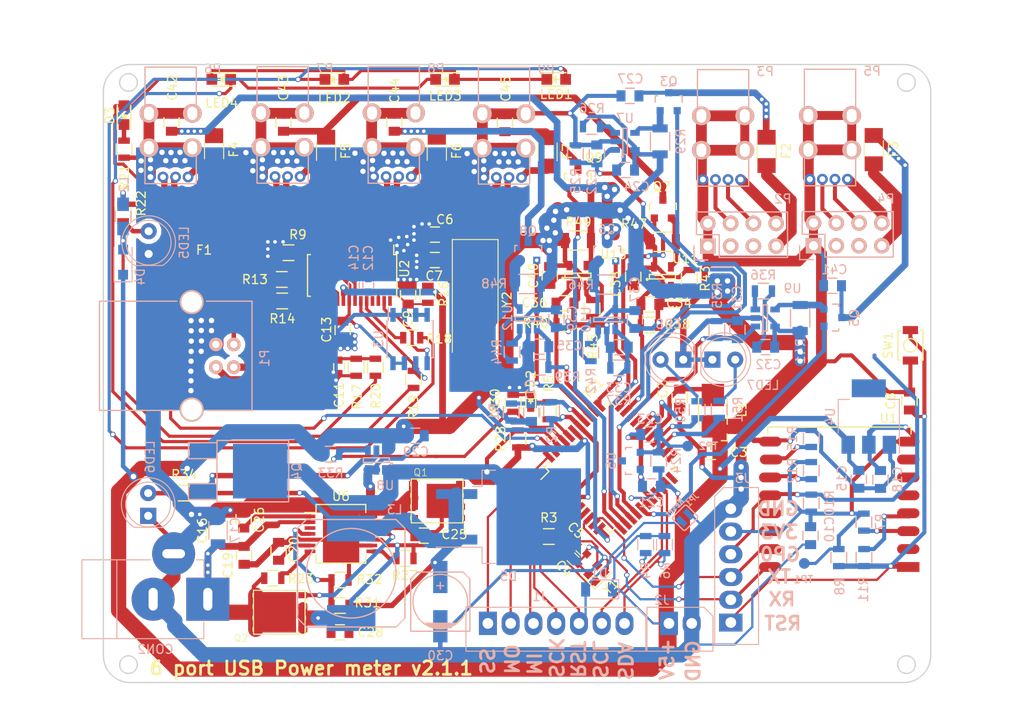
<source format=kicad_pcb>
(kicad_pcb (version 20171130) (host pcbnew "(5.0.1)-3")
  (title_block (date 2016-04-18))
  (layers (0 F.Cu signal) (31 B.Cu signal) (34 B.Paste user) (35 F.Paste user) (36 B.SilkS user) (37 F.SilkS user) (38 B.Mask user hide) (39 F.Mask user hide) (44 Edge.Cuts user))
  (net 0 "")
  (net 1 GND)
  (net 2 "Net-(C2-Pad2)")
  (net 3 "Net-(C4-Pad2)")
  (net 4 "Net-(C9-Pad2)")
  (net 5 "Net-(R9-Pad2)")
  (net 6 +5V)
  (net 7 "Net-(C20-Pad2)")
  (net 8 "Net-(C26-Pad2)")
  (net 9 "Net-(D2-Pad2)")
  (net 10 "Net-(C42-Pad1)")
  (net 11 "Net-(F7-Pad2)")
  (net 12 "Net-(Q2-Pad4)")
  (net 13 "Net-(LED1-Pad2)")
  (net 14 "Net-(Q5-Pad2)")
  (net 15 "Net-(Q6-Pad2)")
  (net 16 "Net-(Q7-Pad2)")
  (net 17 "Net-(Q8-Pad2)")
  (net 18 "Net-(Q9-Pad2)")
  (net 19 +3V3)
  (net 20 "Net-(C1-Pad2)")
  (net 21 "Net-(C5-Pad2)")
  (net 22 "Net-(C6-Pad1)")
  (net 23 "Net-(C7-Pad1)")
  (net 24 /RST-ESP)
  (net 25 /3V3)
  (net 26 "Net-(C16-Pad1)")
  (net 27 /U_Sens6)
  (net 28 /+4.096V)
  (net 29 "Net-(C25-Pad1)")
  (net 30 "Net-(C25-Pad2)")
  (net 31 "Net-(C27-Pad1)")
  (net 32 "Net-(C28-Pad1)")
  (net 33 "Net-(C28-Pad2)")
  (net 34 /U_Sens5)
  (net 35 /U_Sens1)
  (net 36 /U_Sens2)
  (net 37 /U_Sens3)
  (net 38 /U_Sens4)
  (net 39 "Net-(C41-Pad1)")
  (net 40 "Net-(C43-Pad1)")
  (net 41 "Net-(C44-Pad1)")
  (net 42 "Net-(C45-Pad1)")
  (net 43 /Reset)
  (net 44 "Net-(D3-Pad2)")
  (net 45 "Net-(D3-Pad1)")
  (net 46 /PB1_41)
  (net 47 /USB_P)
  (net 48 "Net-(F1-Pad2)")
  (net 49 "Net-(F2-Pad2)")
  (net 50 "Net-(F3-Pad2)")
  (net 51 "Net-(F4-Pad2)")
  (net 52 "Net-(F5-Pad2)")
  (net 53 "Net-(F6-Pad2)")
  (net 54 /MOSI)
  (net 55 /MISO)
  (net 56 /SCK)
  (net 57 /RXD)
  (net 58 /TXD)
  (net 59 /USB3)
  (net 60 /USB4)
  (net 61 /USB1)
  (net 62 /USB2)
  (net 63 /USB5)
  (net 64 /USB6)
  (net 65 /SCL)
  (net 66 /SDA)
  (net 67 /ST_USB)
  (net 68 /ST_DC)
  (net 69 /MC_ST)
  (net 70 /PB0_40)
  (net 71 /SS)
  (net 72 /GPIO0)
  (net 73 "Net-(LED3-Pad2)")
  (net 74 "Net-(LED5-Pad2)")
  (net 75 "Net-(LED6-Pad2)")
  (net 76 "Net-(LED7-Pad2)")
  (net 77 "Net-(LED8-Pad2)")
  (net 78 /D-5)
  (net 79 /D+5)
  (net 80 "Net-(P2-Pad4)")
  (net 81 "Net-(P2-Pad6)")
  (net 82 "Net-(P2-Pad8)")
  (net 83 "Net-(P4-Pad4)")
  (net 84 "Net-(P4-Pad6)")
  (net 85 "Net-(P4-Pad8)")
  (net 86 /D-1)
  (net 87 /D+1)
  (net 88 /D+2)
  (net 89 /D-2)
  (net 90 /D-3)
  (net 91 /D+3)
  (net 92 /D+4)
  (net 93 /D-4)
  (net 94 "Net-(Q1-Pad4)")
  (net 95 "Net-(Q3-Pad2)")
  (net 96 "Net-(Q4-Pad1)")
  (net 97 "Net-(R7-Pad2)")
  (net 98 "Net-(R11-Pad1)")
  (net 99 "Net-(R12-Pad2)")
  (net 100 "Net-(R13-Pad2)")
  (net 101 "Net-(R14-Pad2)")
  (net 102 "Net-(R15-Pad2)")
  (net 103 "Net-(R18-Pad2)")
  (net 104 /LED1)
  (net 105 "Net-(R23-Pad1)")
  (net 106 "Net-(R26-Pad1)")
  (net 107 "Net-(R27-Pad2)")
  (net 108 "Net-(R36-Pad1)")
  (net 109 "Net-(R42-Pad1)")
  (net 110 "Net-(R43-Pad1)")
  (net 111 "Net-(R44-Pad1)")
  (net 112 "Net-(R45-Pad1)")
  (net 113 /TESTJ)
  (net 114 "Net-(C11-Pad1)")
  (net 115 /VBUSM)
  (net 116 "Net-(IC1-Pad21)")
  (net 117 "Net-(IC1-Pad22)")
  (net 118 "Net-(IC1-Pad23)")
  (net 119 "Net-(IC1-Pad24)")
  (net 120 "Net-(IC1-Pad30)")
  (net 121 "Net-(P2-Pad3)")
  (net 122 "Net-(P2-Pad5)")
  (net 123 "Net-(P4-Pad3)")
  (net 124 "Net-(P4-Pad5)")
  (net 125 "Net-(U1-Pad14)")
  (net 126 "Net-(U1-Pad13)")
  (net 127 "Net-(U1-Pad7)")
  (net 128 "Net-(U1-Pad6)")
  (net 129 "Net-(U1-Pad5)")
  (net 130 "Net-(U1-Pad2)")
  (net 131 "Net-(U2-Pad12)")
  (net 132 "Net-(U2-Pad13)")
  (net 133 "Net-(U2-Pad25)")
  (net 134 "Net-(U2-Pad28)")
  (net 135 "Net-(U6-Pad3)")
  (module Connectors_Molex:Molex_SPOX-5267_22-03-5075_07x2.54mm_Straight (layer B.Cu) (at 138.1 111.4)
    (fp_text reference J1 (at 5.8 -3) (layer B.SilkS) (effects (justify mirror)))
    (fp_text value Conn_01x07)
    (pad 7 thru_hole oval (at 15.24 0) (size 2 2.6) (drill 1.2) (layers *.Cu *.Mask) (net 66 /SDA))
    (pad 6 thru_hole oval (at 12.7 0) (size 2 2.6) (drill 1.2) (layers *.Cu *.Mask) (net 65 /SCL))
    (pad 5 thru_hole oval (at 10.16 0) (size 2 2.6) (drill 1.2) (layers *.Cu *.Mask) (net 43 /Reset))
    (pad 4 thru_hole oval (at 7.62 0) (size 2 2.6) (drill 1.2) (layers *.Cu *.Mask) (net 56 /SCK))
    (pad 3 thru_hole oval (at 5.08 0) (size 2 2.6) (drill 1.2) (layers *.Cu *.Mask) (net 55 /MISO))
    (pad 2 thru_hole oval (at 2.54 0) (size 2 2.6) (drill 1.2) (layers *.Cu *.Mask) (net 54 /MOSI))
    (pad 1 thru_hole rect (at 0 0) (size 2 2.6) (drill 1.2) (layers *.Cu *.Mask) (net 71 /SS))
  )
  (module ESP8266:ESP-12_mod (layer F.Cu) (at 184.3 105.1 180)
    (fp_text reference U1 (at 1.5 16.6 180) (layer F.SilkS))
    (fp_text value ESP-12)
    (pad 16 smd oval (at 14 0 180) (size 2.5 1.1) (drill (offset 0.7 0)) (layers F.Cu F.Paste F.Mask) (net 57 /RXD))
    (pad 15 smd oval (at 14 2 180) (size 2.5 1.1) (drill (offset 0.7 0)) (layers F.Cu F.Paste F.Mask) (net 58 /TXD))
    (pad 14 smd oval (at 14 4 180) (size 2.5 1.1) (drill (offset 0.7 0)) (layers F.Cu F.Paste F.Mask) (net 125 "Net-(U1-Pad14)"))
    (pad 13 smd oval (at 14 6 180) (size 2.5 1.1) (drill (offset 0.7 0)) (layers F.Cu F.Paste F.Mask) (net 126 "Net-(U1-Pad13)"))
    (pad 12 smd oval (at 14 8 180) (size 2.5 1.1) (drill (offset 0.7 0)) (layers F.Cu F.Paste F.Mask) (net 72 /GPIO0))
    (pad 11 smd oval (at 14 10 180) (size 2.5 1.1) (drill (offset 0.7 0)) (layers F.Cu F.Paste F.Mask) (net 99 "Net-(R12-Pad2)"))
    (pad 10 smd oval (at 14 12 180) (size 2.5 1.1) (drill (offset 0.6 0)) (layers F.Cu F.Paste F.Mask) (net 102 "Net-(R15-Pad2)"))
    (pad 9 smd oval (at 14 14 180) (size 2.5 1.1) (drill (offset 0.7 0)) (layers F.Cu F.Paste F.Mask) (net 1 GND))
    (pad 8 smd oval (at 0 14 180) (size 2.5 1.1) (drill (offset -0.7 0)) (layers F.Cu F.Paste F.Mask) (net 19 +3V3))
    (pad 7 smd oval (at 0 12 180) (size 2.5 1.1) (drill (offset -0.7 0)) (layers F.Cu F.Paste F.Mask) (net 127 "Net-(U1-Pad7)"))
    (pad 6 smd oval (at 0 10 180) (size 2.5 1.1) (drill (offset -0.7 0)) (layers F.Cu F.Paste F.Mask) (net 128 "Net-(U1-Pad6)"))
    (pad 5 smd oval (at 0 8 180) (size 2.5 1.1) (drill (offset -0.7 0)) (layers F.Cu F.Paste F.Mask) (net 129 "Net-(U1-Pad5)"))
    (pad 4 smd oval (at 0 6 180) (size 2.5 1.1) (drill (offset -0.7 0)) (layers F.Cu F.Paste F.Mask) (net 98 "Net-(R11-Pad1)"))
    (pad 3 smd oval (at 0 4 180) (size 2.5 1.1) (drill (offset -0.7 0)) (layers F.Cu F.Paste F.Mask) (net 97 "Net-(R7-Pad2)"))
    (pad 2 smd oval (at 0 2 180) (size 2.5 1.1) (drill (offset -0.7 0)) (layers F.Cu F.Paste F.Mask) (net 130 "Net-(U1-Pad2)"))
    (pad 1 smd rect (at 0 0 180) (size 2.5 1.1) (drill (offset -0.7 0)) (layers F.Cu F.Paste F.Mask) (net 24 /RST-ESP))
  )
  (module TO_SOT_Packages_SMD:SOT-223 (layer B.Cu) (at 180.6 88.3 90)
    (fp_text reference U4 (at 0 -4.3 90) (layer B.SilkS) (effects (justify mirror)))
    (fp_text value AP1117E33)
    (pad 4 smd rect (at 3.15 0 90) (size 2 3.8) (layers B.Cu B.Paste B.Mask))
    (pad 2 smd rect (at -3.15 0 90) (size 2 1.5) (layers B.Cu B.Paste B.Mask) (net 19 +3V3))
    (pad 3 smd rect (at -3.15 -2.3 90) (size 2 1.5) (layers B.Cu B.Paste B.Mask) (net 6 +5V))
    (pad 1 smd rect (at -3.15 2.3 90) (size 2 1.5) (layers B.Cu B.Paste B.Mask) (net 1 GND))
  )
  (module USB-A_vertical1:USB_A_Vertical (layer B.Cu) (at 139.75 54.5)
    (fp_text reference P9 (at 4.85 -4.95) (layer B.SilkS) (effects (justify mirror)))
    (fp_text value USB_A)
    (pad 4 thru_hole circle (at -2.1 7.11) (size 1.2 1.2) (drill 0.65) (layers *.Cu *.Mask) (net 1 GND))
    (pad 5 thru_hole oval (at 2.57 3.84) (size 2.1 2.1) (drill oval 1.1 1.5) (layers *.Cu *.Mask B.SilkS) (net 1 GND))
    (pad 3 thru_hole circle (at -0.7 7.11) (size 1.2 1.2) (drill 0.65) (layers *.Cu *.Mask) (net 92 /D+4))
    (pad 2 thru_hole circle (at 0.7 7.11) (size 1.2 1.2) (drill 0.65) (layers *.Cu *.Mask) (net 93 /D-4))
    (pad 1 thru_hole circle (at 2.1 7.11) (size 1.2 1.2) (drill 0.65) (layers *.Cu *.Mask) (net 11 "Net-(F7-Pad2)"))
    (pad 5 thru_hole oval (at 2.57 0) (size 2.1 2.1) (drill oval 1.1 1.5) (layers *.Cu *.Mask B.SilkS) (net 1 GND))
    (pad 5 thru_hole oval (at -2.27 0) (size 2.1 2.1) (drill oval 1.1 1.5) (layers *.Cu *.Mask B.SilkS) (net 1 GND))
    (pad 5 thru_hole oval (at -2.27 3.84) (size 2.1 2.1) (drill oval 1.1 1.5) (layers *.Cu *.Mask B.SilkS) (net 1 GND))
  )
  (module User:AB2_SON5x6_FET (layer F.Cu) (at 132.425 97.725 180)
    (fp_text reference Q1 (at 1.825 3.175 180) (layer F.SilkS) (effects (font (size 0.8128 0.8128) (thickness 0.0762))))
    (fp_text value CSD17577Q5A hide)
    (pad 5 smd rect (at -0.53 0 180) (size 3.38 3.81) (layers F.Cu F.Paste F.Mask) (net 29 "Net-(C25-Pad1)"))
    (pad 8 smd rect (at -2.625 1.905 180) (size 1 0.675) (layers F.Cu F.Paste F.Mask) (net 29 "Net-(C25-Pad1)"))
    (pad 7 smd rect (at -2.625 0.635 180) (size 1 0.675) (layers F.Cu F.Paste F.Mask) (net 29 "Net-(C25-Pad1)"))
    (pad 6 smd rect (at -2.625 -0.635 180) (size 1 0.675) (layers F.Cu F.Paste F.Mask) (net 29 "Net-(C25-Pad1)"))
    (pad 5 smd rect (at -2.625 -1.905 180) (size 1 0.675) (layers F.Cu F.Paste F.Mask) (net 29 "Net-(C25-Pad1)"))
    (pad 4 smd rect (at 2.625 -1.905 180) (size 1 0.675) (layers F.Cu F.Paste F.Mask) (net 94 "Net-(Q1-Pad4)"))
    (pad 3 smd rect (at 2.625 -0.635 180) (size 1 0.675) (layers F.Cu F.Paste F.Mask) (net 1 GND))
    (pad 2 smd rect (at 2.625 0.635 180) (size 1 0.675) (layers F.Cu F.Paste F.Mask) (net 1 GND))
    (pad 1 smd rect (at 2.625 1.905 180) (size 1 0.675) (layers F.Cu F.Paste F.Mask) (net 1 GND))
  )
  (module Resistors_SMD:R_1206 (layer F.Cu) (at 148.15 68.65)
    (fp_text reference R49 (at 0.06 -2.05) (layer F.SilkS))
    (fp_text value 0.02R)
    (pad 1 smd rect (at -1.45 0) (size 0.9 1.7) (layers F.Cu F.Paste F.Mask) (net 6 +5V))
    (pad 2 smd rect (at 1.45 0) (size 0.9 1.7) (layers F.Cu F.Paste F.Mask) (net 18 "Net-(Q9-Pad2)"))
  )
  (module Buttons_Switches_SMD:SW_SPST_B3U-1000P (layer F.Cu) (at 185.24 80.35 90)
    (fp_text reference SW1 (at 0 -2.5 90) (layer F.SilkS))
    (fp_text value Reset)
    (pad 1 smd rect (at -1.7 0 90) (size 0.9 1.7) (layers F.Cu F.Paste F.Mask) (net 1 GND))
    (pad 2 smd rect (at 1.7 0 90) (size 0.9 1.7) (layers F.Cu F.Paste F.Mask) (net 24 /RST-ESP))
  )
  (module Resistors_SMD:R_0805 (layer F.Cu) (at 144.9 101.7)
    (fp_text reference R3 (at 0 -2.1) (layer F.SilkS))
    (fp_text value 10K)
    (pad 1 smd rect (at -0.95 0) (size 0.7 1.3) (layers F.Cu F.Paste F.Mask) (net 43 /Reset))
    (pad 2 smd rect (at 0.95 0) (size 0.7 1.3) (layers F.Cu F.Paste F.Mask) (net 6 +5V))
  )
  (module Capacitors_SMD:c_elec_6.3x7.7 (layer B.Cu) (at 132.79 108.96918 90)
    (fp_text reference C30 (at -6.03082 0.01 180) (layer B.SilkS) (effects (justify mirror)))
    (fp_text value 220uF)
    (pad 1 smd rect (at 2.75082 0 90) (size 3.59918 1.6002) (layers B.Cu B.Paste B.Mask) (net 32 "Net-(C28-Pad1)"))
    (pad 2 smd rect (at -2.75082 0 90) (size 3.59918 1.6002) (layers B.Cu B.Paste B.Mask) (net 1 GND))
  )
  (module Capacitors_SMD:C_0805 (layer B.Cu) (at 153.95 52.5 180)
    (fp_text reference C27 (at -0.05 1.9 180) (layer B.SilkS) (effects (justify mirror)))
    (fp_text value 10uF)
    (pad 1 smd rect (at -1 0 180) (size 1 1.25) (layers B.Cu B.Paste B.Mask) (net 31 "Net-(C27-Pad1)"))
    (pad 2 smd rect (at 1 0 180) (size 1 1.25) (layers B.Cu B.Paste B.Mask) (net 1 GND))
  )
  (module Housings_QFP:TQFP-44_10x10mm_Pitch0.8mm (layer F.Cu) (at 151.75 93.95 45)
    (fp_text reference IC1 (at 4.949747 -7.566043 45) (layer F.SilkS))
    (fp_text value ATMEGA32-M)
    (pad 1 smd rect (at -5.7 -4 45) (size 1.5 0.55) (layers F.Cu F.Paste F.Mask) (net 54 /MOSI))
    (pad 2 smd rect (at -5.7 -3.2 45) (size 1.5 0.55) (layers F.Cu F.Paste F.Mask) (net 55 /MISO))
    (pad 3 smd rect (at -5.7 -2.4 45) (size 1.5 0.55) (layers F.Cu F.Paste F.Mask) (net 56 /SCK))
    (pad 4 smd rect (at -5.7 -1.6 45) (size 1.5 0.55) (layers F.Cu F.Paste F.Mask) (net 43 /Reset))
    (pad 5 smd rect (at -5.7 -0.8 45) (size 1.5 0.55) (layers F.Cu F.Paste F.Mask) (net 6 +5V))
    (pad 6 smd rect (at -5.7 0 45) (size 1.5 0.55) (layers F.Cu F.Paste F.Mask) (net 1 GND))
    (pad 7 smd rect (at -5.7 0.8 45) (size 1.5 0.55) (layers F.Cu F.Paste F.Mask) (net 3 "Net-(C4-Pad2)"))
    (pad 8 smd rect (at -5.7 1.6 45) (size 1.5 0.55) (layers F.Cu F.Paste F.Mask) (net 21 "Net-(C5-Pad2)"))
    (pad 9 smd rect (at -5.7 2.4 45) (size 1.5 0.55) (layers F.Cu F.Paste F.Mask) (net 57 /RXD))
    (pad 10 smd rect (at -5.7 3.2 45) (size 1.5 0.55) (layers F.Cu F.Paste F.Mask) (net 58 /TXD))
    (pad 11 smd rect (at -5.7 4 45) (size 1.5 0.55) (layers F.Cu F.Paste F.Mask) (net 59 /USB3))
    (pad 12 smd rect (at -4 5.7 135) (size 1.5 0.55) (layers F.Cu F.Paste F.Mask) (net 60 /USB4))
    (pad 13 smd rect (at -3.2 5.7 135) (size 1.5 0.55) (layers F.Cu F.Paste F.Mask) (net 61 /USB1))
    (pad 14 smd rect (at -2.4 5.7 135) (size 1.5 0.55) (layers F.Cu F.Paste F.Mask) (net 62 /USB2))
    (pad 15 smd rect (at -1.6 5.7 135) (size 1.5 0.55) (layers F.Cu F.Paste F.Mask) (net 64 /USB6))
    (pad 16 smd rect (at -0.8 5.7 135) (size 1.5 0.55) (layers F.Cu F.Paste F.Mask) (net 63 /USB5))
    (pad 17 smd rect (at 0 5.7 135) (size 1.5 0.55) (layers F.Cu F.Paste F.Mask) (net 6 +5V))
    (pad 18 smd rect (at 0.8 5.7 135) (size 1.5 0.55) (layers F.Cu F.Paste F.Mask) (net 1 GND))
    (pad 19 smd rect (at 1.6 5.7 135) (size 1.5 0.55) (layers F.Cu F.Paste F.Mask) (net 65 /SCL))
    (pad 20 smd rect (at 2.4 5.7 135) (size 1.5 0.55) (layers F.Cu F.Paste F.Mask) (net 66 /SDA))
    (pad 21 smd rect (at 3.2 5.7 135) (size 1.5 0.55) (layers F.Cu F.Paste F.Mask) (net 116 "Net-(IC1-Pad21)"))
    (pad 22 smd rect (at 4 5.7 135) (size 1.5 0.55) (layers F.Cu F.Paste F.Mask) (net 117 "Net-(IC1-Pad22)"))
    (pad 23 smd rect (at 5.7 4 45) (size 1.5 0.55) (layers F.Cu F.Paste F.Mask) (net 118 "Net-(IC1-Pad23)"))
    (pad 24 smd rect (at 5.7 3.2 45) (size 1.5 0.55) (layers F.Cu F.Paste F.Mask) (net 119 "Net-(IC1-Pad24)"))
    (pad 25 smd rect (at 5.7 2.4 45) (size 1.5 0.55) (layers F.Cu F.Paste F.Mask) (net 67 /ST_USB))
    (pad 26 smd rect (at 5.7 1.6 45) (size 1.5 0.55) (layers F.Cu F.Paste F.Mask) (net 68 /ST_DC))
    (pad 27 smd rect (at 5.7 0.8 45) (size 1.5 0.55) (layers F.Cu F.Paste F.Mask) (net 2 "Net-(C2-Pad2)"))
    (pad 28 smd rect (at 5.7 0 45) (size 1.5 0.55) (layers F.Cu F.Paste F.Mask) (net 1 GND))
    (pad 29 smd rect (at 5.7 -0.8 45) (size 1.5 0.55) (layers F.Cu F.Paste F.Mask) (net 28 /+4.096V))
    (pad 30 smd rect (at 5.7 -1.6 45) (size 1.5 0.55) (layers F.Cu F.Paste F.Mask) (net 120 "Net-(IC1-Pad30)"))
    (pad 31 smd rect (at 5.7 -2.4 45) (size 1.5 0.55) (layers F.Cu F.Paste F.Mask) (net 34 /U_Sens5))
    (pad 32 smd rect (at 5.7 -3.2 45) (size 1.5 0.55) (layers F.Cu F.Paste F.Mask) (net 27 /U_Sens6))
    (pad 33 smd rect (at 5.7 -4 45) (size 1.5 0.55) (layers F.Cu F.Paste F.Mask) (net 36 /U_Sens2))
    (pad 34 smd rect (at 4 -5.7 135) (size 1.5 0.55) (layers F.Cu F.Paste F.Mask) (net 35 /U_Sens1))
    (pad 35 smd rect (at 3.2 -5.7 135) (size 1.5 0.55) (layers F.Cu F.Paste F.Mask) (net 37 /U_Sens3))
    (pad 36 smd rect (at 2.4 -5.7 135) (size 1.5 0.55) (layers F.Cu F.Paste F.Mask) (net 38 /U_Sens4))
    (pad 37 smd rect (at 1.6 -5.7 135) (size 1.5 0.55) (layers F.Cu F.Paste F.Mask) (net 20 "Net-(C1-Pad2)"))
    (pad 38 smd rect (at 0.8 -5.7 135) (size 1.5 0.55) (layers F.Cu F.Paste F.Mask) (net 6 +5V))
    (pad 39 smd rect (at 0 -5.7 135) (size 1.5 0.55) (layers F.Cu F.Paste F.Mask) (net 1 GND))
    (pad 40 smd rect (at -0.8 -5.7 135) (size 1.5 0.55) (layers F.Cu F.Paste F.Mask) (net 69 /MC_ST))
    (pad 41 smd rect (at -1.6 -5.7 135) (size 1.5 0.55) (layers F.Cu F.Paste F.Mask) (net 70 /PB0_40))
    (pad 42 smd rect (at -2.4 -5.7 135) (size 1.5 0.55) (layers F.Cu F.Paste F.Mask) (net 46 /PB1_41))
    (pad 43 smd rect (at -3.2 -5.7 135) (size 1.5 0.55) (layers F.Cu F.Paste F.Mask) (net 47 /USB_P))
    (pad 44 smd rect (at -4 -5.7 135) (size 1.5 0.55) (layers F.Cu F.Paste F.Mask) (net 71 /SS))
  )
  (module Resistors_SMD:R_1206 (layer B.Cu) (at 172.94 77.3 90)
    (fp_text reference R41 (at -3.69 0.04 90) (layer B.SilkS) (effects (justify mirror)))
    (fp_text value 0.02R)
    (pad 1 smd rect (at -1.45 0 90) (size 0.9 1.7) (layers B.Cu B.Paste B.Mask) (net 6 +5V))
    (pad 2 smd rect (at 1.45 0 90) (size 0.9 1.7) (layers B.Cu B.Paste B.Mask) (net 14 "Net-(Q5-Pad2)"))
  )
  (module Resistors_SMD:R_0805 (layer B.Cu) (at 149.58 81.16 270)
    (fp_text reference R42 (at 3.14 -0.02 270) (layer B.SilkS) (effects (justify mirror)))
    (fp_text value 100R)
    (pad 1 smd rect (at -0.95 0 270) (size 0.7 1.3) (layers B.Cu B.Paste B.Mask) (net 109 "Net-(R42-Pad1)"))
    (pad 2 smd rect (at 0.95 0 270) (size 0.7 1.3) (layers B.Cu B.Paste B.Mask) (net 6 +5V))
  )
  (module Resistors_SMD:R_0805 (layer B.Cu) (at 149.66 55.92 180)
    (fp_text reference R26 (at -0.04 2.02 180) (layer B.SilkS) (effects (justify mirror)))
    (fp_text value 100R)
    (pad 1 smd rect (at -0.95 0 180) (size 0.7 1.3) (layers B.Cu B.Paste B.Mask) (net 106 "Net-(R26-Pad1)"))
    (pad 2 smd rect (at 0.95 0 180) (size 0.7 1.3) (layers B.Cu B.Paste B.Mask) (net 6 +5V))
  )
  (module Resistors_SMD:R_1206 (layer B.Cu) (at 157.31 57.58 90)
    (fp_text reference R29 (at 0 2.3 90) (layer B.SilkS) (effects (justify mirror)))
    (fp_text value 0.02R)
    (pad 1 smd rect (at -1.45 0 90) (size 0.9 1.7) (layers B.Cu B.Paste B.Mask) (net 6 +5V))
    (pad 2 smd rect (at 1.45 0 90) (size 0.9 1.7) (layers B.Cu B.Paste B.Mask) (net 95 "Net-(Q3-Pad2)"))
  )
  (module Capacitors_SMD:C_0805 (layer B.Cu) (at 165.94 78.6 90)
    (fp_text reference C31 (at 3.5 -0.03 90) (layer B.SilkS) (effects (justify mirror)))
    (fp_text value 1nF)
    (pad 1 smd rect (at -1 0 90) (size 1 1.25) (layers B.Cu B.Paste B.Mask) (net 34 /U_Sens5))
    (pad 2 smd rect (at 1 0 90) (size 1 1.25) (layers B.Cu B.Paste B.Mask) (net 1 GND))
  )
  (module Capacitors_SMD:C_0805 (layer B.Cu) (at 169.09 80.55)
    (fp_text reference C32 (at 0.31 1.95) (layer B.SilkS) (effects (justify mirror)))
    (fp_text value 100nF)
    (pad 1 smd rect (at -1 0) (size 1 1.25) (layers B.Cu B.Paste B.Mask) (net 1 GND))
    (pad 2 smd rect (at 1 0) (size 1 1.25) (layers B.Cu B.Paste B.Mask) (net 6 +5V))
  )
  (module TO_SOT_Packages_SMD:SOT-23-5 (layer B.Cu) (at 169.04 77.3)
    (fp_text reference U9 (at 3.06 -3.3) (layer B.SilkS) (effects (justify mirror)))
    (fp_text value LT6106)
    (pad 1 smd rect (at -1.1 0.95) (size 1.06 0.65) (layers B.Cu B.Paste B.Mask) (net 34 /U_Sens5))
    (pad 2 smd rect (at -1.1 0) (size 1.06 0.65) (layers B.Cu B.Paste B.Mask) (net 1 GND))
    (pad 3 smd rect (at -1.1 -0.95) (size 1.06 0.65) (layers B.Cu B.Paste B.Mask) (net 108 "Net-(R36-Pad1)"))
    (pad 4 smd rect (at 1.1 -0.95) (size 1.06 0.65) (layers B.Cu B.Paste B.Mask) (net 14 "Net-(Q5-Pad2)"))
    (pad 5 smd rect (at 1.1 0.95) (size 1.06 0.65) (layers B.Cu B.Paste B.Mask) (net 6 +5V))
  )
  (module Resistors_SMD:R_0805 (layer B.Cu) (at 168.84 74.3)
    (fp_text reference R36 (at -0.02 -1.8) (layer B.SilkS) (effects (justify mirror)))
    (fp_text value 100R)
    (pad 1 smd rect (at -0.95 0) (size 0.7 1.3) (layers B.Cu B.Paste B.Mask) (net 108 "Net-(R36-Pad1)"))
    (pad 2 smd rect (at 0.95 0) (size 0.7 1.3) (layers B.Cu B.Paste B.Mask) (net 6 +5V))
  )
  (module Resistors_SMD:R_0805 (layer B.Cu) (at 163.64 78.6 90)
    (fp_text reference R35 (at 3.8 0.06 90) (layer B.SilkS) (effects (justify mirror)))
    (fp_text value 1K)
    (pad 1 smd rect (at -0.95 0 90) (size 0.7 1.3) (layers B.Cu B.Paste B.Mask) (net 34 /U_Sens5))
    (pad 2 smd rect (at 0.95 0 90) (size 0.7 1.3) (layers B.Cu B.Paste B.Mask) (net 1 GND))
  )
  (module Resistors_SMD:R_0805 (layer B.Cu) (at 152.71 82.87 180)
    (fp_text reference R37 (at 0.01 -3.63 180) (layer B.SilkS) (effects (justify mirror)))
    (fp_text value 1K)
    (pad 1 smd rect (at -0.95 0 180) (size 0.7 1.3) (layers B.Cu B.Paste B.Mask) (net 35 /U_Sens1))
    (pad 2 smd rect (at 0.95 0 180) (size 0.7 1.3) (layers B.Cu B.Paste B.Mask) (net 1 GND))
  )
  (module Capacitors_SMD:C_0805 (layer B.Cu) (at 150.26 58.98 90)
    (fp_text reference C22 (at -3.12 -0.56 90) (layer B.SilkS) (effects (justify mirror)))
    (fp_text value 1nF)
    (pad 1 smd rect (at -1 0 90) (size 1 1.25) (layers B.Cu B.Paste B.Mask) (net 27 /U_Sens6))
    (pad 2 smd rect (at 1 0 90) (size 1 1.25) (layers B.Cu B.Paste B.Mask) (net 1 GND))
  )
  (module TO_SOT_Packages_SMD:SOT-23-5 (layer B.Cu) (at 153.41 57.58)
    (fp_text reference U7 (at -0.01 -2.58) (layer B.SilkS) (effects (justify mirror)))
    (fp_text value LT6106)
    (pad 1 smd rect (at -1.1 0.95) (size 1.06 0.65) (layers B.Cu B.Paste B.Mask) (net 27 /U_Sens6))
    (pad 2 smd rect (at -1.1 0) (size 1.06 0.65) (layers B.Cu B.Paste B.Mask) (net 1 GND))
    (pad 3 smd rect (at -1.1 -0.95) (size 1.06 0.65) (layers B.Cu B.Paste B.Mask) (net 106 "Net-(R26-Pad1)"))
    (pad 4 smd rect (at 1.1 -0.95) (size 1.06 0.65) (layers B.Cu B.Paste B.Mask) (net 95 "Net-(Q3-Pad2)"))
    (pad 5 smd rect (at 1.1 0.95) (size 1.06 0.65) (layers B.Cu B.Paste B.Mask) (net 6 +5V))
  )
  (module Capacitors_SMD:C_0805 (layer B.Cu) (at 152.76 80.57 180)
    (fp_text reference C33 (at 0.06 -4.53 180) (layer B.SilkS) (effects (justify mirror)))
    (fp_text value 1nF)
    (pad 1 smd rect (at -1 0 180) (size 1 1.25) (layers B.Cu B.Paste B.Mask) (net 35 /U_Sens1))
    (pad 2 smd rect (at 1 0 180) (size 1 1.25) (layers B.Cu B.Paste B.Mask) (net 1 GND))
  )
  (module TO_SOT_Packages_SMD:SOT-23-5 (layer B.Cu) (at 151.36 77.47 90)
    (fp_text reference U10 (at -0.01 -2.29 270) (layer B.SilkS) (effects (justify mirror)))
    (fp_text value LT6106)
    (pad 1 smd rect (at -1.1 0.95 90) (size 1.06 0.65) (layers B.Cu B.Paste B.Mask) (net 35 /U_Sens1))
    (pad 2 smd rect (at -1.1 0 90) (size 1.06 0.65) (layers B.Cu B.Paste B.Mask) (net 1 GND))
    (pad 3 smd rect (at -1.1 -0.95 90) (size 1.06 0.65) (layers B.Cu B.Paste B.Mask) (net 109 "Net-(R42-Pad1)"))
    (pad 4 smd rect (at 1.1 -0.95 90) (size 1.06 0.65) (layers B.Cu B.Paste B.Mask) (net 15 "Net-(Q6-Pad2)"))
    (pad 5 smd rect (at 1.1 0.95 90) (size 1.06 0.65) (layers B.Cu B.Paste B.Mask) (net 6 +5V))
  )
  (module Resistors_SMD:R_0805 (layer B.Cu) (at 147.86 58.98 90)
    (fp_text reference R25 (at -3.02 0.04 90) (layer B.SilkS) (effects (justify mirror)))
    (fp_text value 1K)
    (pad 1 smd rect (at -0.95 0 90) (size 0.7 1.3) (layers B.Cu B.Paste B.Mask) (net 27 /U_Sens6))
    (pad 2 smd rect (at 0.95 0 90) (size 0.7 1.3) (layers B.Cu B.Paste B.Mask) (net 1 GND))
  )
  (module Capacitors_SMD:C_0805 (layer F.Cu) (at 146.7 75.65)
    (fp_text reference C36 (at -3.4 -0.05) (layer F.SilkS))
    (fp_text value 1nF)
    (pad 1 smd rect (at -1 0) (size 1 1.25) (layers F.Cu F.Paste F.Mask) (net 38 /U_Sens4))
    (pad 2 smd rect (at 1 0) (size 1 1.25) (layers F.Cu F.Paste F.Mask) (net 1 GND))
  )
  (module Resistors_SMD:R_0805 (layer B.Cu) (at 143.9 82.8 180)
    (fp_text reference R39 (at -3.1 -1.1 180) (layer B.SilkS) (effects (justify mirror)))
    (fp_text value 1K)
    (pad 1 smd rect (at -0.95 0 180) (size 0.7 1.3) (layers B.Cu B.Paste B.Mask) (net 37 /U_Sens3))
    (pad 2 smd rect (at 0.95 0 180) (size 0.7 1.3) (layers B.Cu B.Paste B.Mask) (net 1 GND))
  )
  (module Capacitors_SMD:C_0805 (layer B.Cu) (at 145.75 77.4 90)
    (fp_text reference C39 (at 0.06 1.77 90) (layer B.SilkS) (effects (justify mirror)))
    (fp_text value 100nF)
    (pad 1 smd rect (at -1 0 90) (size 1 1.25) (layers B.Cu B.Paste B.Mask) (net 1 GND))
    (pad 2 smd rect (at 1 0 90) (size 1 1.25) (layers B.Cu B.Paste B.Mask) (net 6 +5V))
  )
  (module TO_SOT_Packages_SMD:SOT-23-5 (layer F.Cu) (at 148.15 72.55 90)
    (fp_text reference U13 (at 2.35 3.95 180) (layer F.SilkS))
    (fp_text value LT6106)
    (pad 1 smd rect (at -1.1 -0.95 90) (size 1.06 0.65) (layers F.Cu F.Paste F.Mask) (net 38 /U_Sens4))
    (pad 2 smd rect (at -1.1 0 90) (size 1.06 0.65) (layers F.Cu F.Paste F.Mask) (net 1 GND))
    (pad 3 smd rect (at -1.1 0.95 90) (size 1.06 0.65) (layers F.Cu F.Paste F.Mask) (net 112 "Net-(R45-Pad1)"))
    (pad 4 smd rect (at 1.1 0.95 90) (size 1.06 0.65) (layers F.Cu F.Paste F.Mask) (net 18 "Net-(Q9-Pad2)"))
    (pad 5 smd rect (at 1.1 -0.95 90) (size 1.06 0.65) (layers F.Cu F.Paste F.Mask) (net 6 +5V))
  )
  (module Resistors_SMD:R_0805 (layer B.Cu) (at 140.8 81.1 270)
    (fp_text reference R44 (at 0 1.7 270) (layer B.SilkS) (effects (justify mirror)))
    (fp_text value 100R)
    (pad 1 smd rect (at -0.95 0 270) (size 0.7 1.3) (layers B.Cu B.Paste B.Mask) (net 111 "Net-(R44-Pad1)"))
    (pad 2 smd rect (at 0.95 0 270) (size 0.7 1.3) (layers B.Cu B.Paste B.Mask) (net 6 +5V))
  )
  (module TO_SOT_Packages_SMD:SOT-23-5 (layer F.Cu) (at 157.57 72.69 90)
    (fp_text reference U11 (at 2.02 2.58 180) (layer F.SilkS))
    (fp_text value LT6106)
    (pad 1 smd rect (at -1.1 -0.95 90) (size 1.06 0.65) (layers F.Cu F.Paste F.Mask) (net 36 /U_Sens2))
    (pad 2 smd rect (at -1.1 0 90) (size 1.06 0.65) (layers F.Cu F.Paste F.Mask) (net 1 GND))
    (pad 3 smd rect (at -1.1 0.95 90) (size 1.06 0.65) (layers F.Cu F.Paste F.Mask) (net 110 "Net-(R43-Pad1)"))
    (pad 4 smd rect (at 1.1 0.95 90) (size 1.06 0.65) (layers F.Cu F.Paste F.Mask) (net 16 "Net-(Q7-Pad2)"))
    (pad 5 smd rect (at 1.1 -0.95 90) (size 1.06 0.65) (layers F.Cu F.Paste F.Mask) (net 6 +5V))
  )
  (module Resistors_SMD:R_0805 (layer F.Cu) (at 160.57 72.89 90)
    (fp_text reference R43 (at -0.01 1.78 90) (layer F.SilkS))
    (fp_text value 100R)
    (pad 1 smd rect (at -0.95 0 90) (size 0.7 1.3) (layers F.Cu F.Paste F.Mask) (net 110 "Net-(R43-Pad1)"))
    (pad 2 smd rect (at 0.95 0 90) (size 0.7 1.3) (layers F.Cu F.Paste F.Mask) (net 6 +5V))
  )
  (module Resistors_SMD:R_1206 (layer B.Cu) (at 142.55 73.5 180)
    (fp_text reference R48 (at 3.75 0.03 180) (layer B.SilkS) (effects (justify mirror)))
    (fp_text value 0.02R)
    (pad 1 smd rect (at -1.45 0 180) (size 0.9 1.7) (layers B.Cu B.Paste B.Mask) (net 6 +5V))
    (pad 2 smd rect (at 1.45 0 180) (size 0.9 1.7) (layers B.Cu B.Paste B.Mask) (net 17 "Net-(Q8-Pad2)"))
  )
  (module TO_SOT_Packages_SMD:SOT-23-5 (layer B.Cu) (at 142.6 77.4 90)
    (fp_text reference U12 (at 0.14 -2.31 90) (layer B.SilkS) (effects (justify mirror)))
    (fp_text value LT6106)
    (pad 1 smd rect (at -1.1 0.95 90) (size 1.06 0.65) (layers B.Cu B.Paste B.Mask) (net 37 /U_Sens3))
    (pad 2 smd rect (at -1.1 0 90) (size 1.06 0.65) (layers B.Cu B.Paste B.Mask) (net 1 GND))
    (pad 3 smd rect (at -1.1 -0.95 90) (size 1.06 0.65) (layers B.Cu B.Paste B.Mask) (net 111 "Net-(R44-Pad1)"))
    (pad 4 smd rect (at 1.1 -0.95 90) (size 1.06 0.65) (layers B.Cu B.Paste B.Mask) (net 17 "Net-(Q8-Pad2)"))
    (pad 5 smd rect (at 1.1 0.95 90) (size 1.06 0.65) (layers B.Cu B.Paste B.Mask) (net 6 +5V))
  )
  (module Capacitors_SMD:C_0805 (layer F.Cu) (at 154.32 72.69 90)
    (fp_text reference C38 (at -0.81 -1.95 90) (layer F.SilkS))
    (fp_text value 100nF)
    (pad 1 smd rect (at -1 0 90) (size 1 1.25) (layers F.Cu F.Paste F.Mask) (net 1 GND))
    (pad 2 smd rect (at 1 0 90) (size 1 1.25) (layers F.Cu F.Paste F.Mask) (net 6 +5V))
  )
  (module Resistors_SMD:R_1206 (layer F.Cu) (at 157.62 68.79)
    (fp_text reference R47 (at -3.22 -1.99) (layer F.SilkS))
    (fp_text value 0.02R)
    (pad 1 smd rect (at -1.45 0) (size 0.9 1.7) (layers F.Cu F.Paste F.Mask) (net 6 +5V))
    (pad 2 smd rect (at 1.45 0) (size 0.9 1.7) (layers F.Cu F.Paste F.Mask) (net 16 "Net-(Q7-Pad2)"))
  )
  (module Capacitors_SMD:C_0805 (layer B.Cu) (at 143.9 80.5 180)
    (fp_text reference C35 (at -3.3 0.1 180) (layer B.SilkS) (effects (justify mirror)))
    (fp_text value 1nF)
    (pad 1 smd rect (at -1 0 180) (size 1 1.25) (layers B.Cu B.Paste B.Mask) (net 37 /U_Sens3))
    (pad 2 smd rect (at 1 0 180) (size 1 1.25) (layers B.Cu B.Paste B.Mask) (net 1 GND))
  )
  (module Resistors_SMD:R_0805 (layer F.Cu) (at 146.7 77.95)
    (fp_text reference R40 (at -3.3 -0.05 -180) (layer F.SilkS))
    (fp_text value 1K)
    (pad 1 smd rect (at -0.95 0) (size 0.7 1.3) (layers F.Cu F.Paste F.Mask) (net 38 /U_Sens4))
    (pad 2 smd rect (at 0.95 0) (size 0.7 1.3) (layers F.Cu F.Paste F.Mask) (net 1 GND))
  )
  (module Capacitors_SMD:C_0805 (layer B.Cu) (at 153.46 60.78)
    (fp_text reference C24 (at 1.24 1.85) (layer B.SilkS) (effects (justify mirror)))
    (fp_text value 100nF)
    (pad 1 smd rect (at -1 0) (size 1 1.25) (layers B.Cu B.Paste B.Mask) (net 1 GND))
    (pad 2 smd rect (at 1 0) (size 1 1.25) (layers B.Cu B.Paste B.Mask) (net 6 +5V))
  )
  (module Resistors_SMD:R_1206 (layer B.Cu) (at 151.36 73.57 180)
    (fp_text reference R46 (at 2.86 -0.01 180) (layer B.SilkS) (effects (justify mirror)))
    (fp_text value 0.02R)
    (pad 1 smd rect (at -1.45 0 180) (size 0.9 1.7) (layers B.Cu B.Paste B.Mask) (net 6 +5V))
    (pad 2 smd rect (at 1.45 0 180) (size 0.9 1.7) (layers B.Cu B.Paste B.Mask) (net 15 "Net-(Q6-Pad2)"))
  )
  (module Resistors_SMD:R_0805 (layer B.Cu) (at 163.9 87.5 90)
    (fp_text reference R51 (at -0.02 2.1 90) (layer B.SilkS) (effects (justify mirror)))
    (fp_text value 470)
    (pad 1 smd rect (at -0.95 0 90) (size 0.7 1.3) (layers B.Cu B.Paste B.Mask) (net 67 /ST_USB))
    (pad 2 smd rect (at 0.95 0 90) (size 0.7 1.3) (layers B.Cu B.Paste B.Mask) (net 76 "Net-(LED7-Pad2)"))
  )
  (module Housings_SSOP:TSSOP-28_4.4x9.7mm_Pitch0.65mm (layer F.Cu) (at 122.95 72.55 270)
    (fp_text reference U2 (at -0.75 -5.85 270) (layer F.SilkS))
    (fp_text value FE1.1s)
    (pad 1 smd rect (at -2.85 -4.225 270) (size 1.1 0.4) (layers F.Cu F.Paste F.Mask) (net 1 GND))
    (pad 2 smd rect (at -2.85 -3.575 270) (size 1.1 0.4) (layers F.Cu F.Paste F.Mask) (net 22 "Net-(C6-Pad1)"))
    (pad 3 smd rect (at -2.85 -2.925 270) (size 1.1 0.4) (layers F.Cu F.Paste F.Mask) (net 23 "Net-(C7-Pad1)"))
    (pad 4 smd rect (at -2.85 -2.275 270) (size 1.1 0.4) (layers F.Cu F.Paste F.Mask) (net 93 /D-4))
    (pad 5 smd rect (at -2.85 -1.625 270) (size 1.1 0.4) (layers F.Cu F.Paste F.Mask) (net 92 /D+4))
    (pad 6 smd rect (at -2.85 -0.975 270) (size 1.1 0.4) (layers F.Cu F.Paste F.Mask) (net 90 /D-3))
    (pad 7 smd rect (at -2.85 -0.325 270) (size 1.1 0.4) (layers F.Cu F.Paste F.Mask) (net 91 /D+3))
    (pad 8 smd rect (at -2.85 0.325 270) (size 1.1 0.4) (layers F.Cu F.Paste F.Mask) (net 89 /D-2))
    (pad 9 smd rect (at -2.85 0.975 270) (size 1.1 0.4) (layers F.Cu F.Paste F.Mask) (net 88 /D+2))
    (pad 10 smd rect (at -2.85 1.625 270) (size 1.1 0.4) (layers F.Cu F.Paste F.Mask) (net 86 /D-1))
    (pad 11 smd rect (at -2.85 2.275 270) (size 1.1 0.4) (layers F.Cu F.Paste F.Mask) (net 87 /D+1))
    (pad 12 smd rect (at -2.85 2.925 270) (size 1.1 0.4) (layers F.Cu F.Paste F.Mask) (net 131 "Net-(U2-Pad12)"))
    (pad 13 smd rect (at -2.85 3.575 270) (size 1.1 0.4) (layers F.Cu F.Paste F.Mask) (net 132 "Net-(U2-Pad13)"))
    (pad 14 smd rect (at -2.85 4.225 270) (size 1.1 0.4) (layers F.Cu F.Paste F.Mask) (net 5 "Net-(R9-Pad2)"))
    (pad 15 smd rect (at 2.85 4.225 270) (size 1.1 0.4) (layers F.Cu F.Paste F.Mask) (net 78 /D-5))
    (pad 16 smd rect (at 2.85 3.575 270) (size 1.1 0.4) (layers F.Cu F.Paste F.Mask) (net 79 /D+5))
    (pad 17 smd rect (at 2.85 2.925 270) (size 1.1 0.4) (layers F.Cu F.Paste F.Mask) (net 101 "Net-(R14-Pad2)"))
    (pad 18 smd rect (at 2.85 2.275 270) (size 1.1 0.4) (layers F.Cu F.Paste F.Mask) (net 114 "Net-(C11-Pad1)"))
    (pad 19 smd rect (at 2.85 1.625 270) (size 1.1 0.4) (layers F.Cu F.Paste F.Mask) (net 100 "Net-(R13-Pad2)"))
    (pad 20 smd rect (at 2.85 0.975 270) (size 1.1 0.4) (layers F.Cu F.Paste F.Mask) (net 6 +5V))
    (pad 21 smd rect (at 2.85 0.325 270) (size 1.1 0.4) (layers F.Cu F.Paste F.Mask) (net 25 /3V3))
    (pad 22 smd rect (at 2.85 -0.325 270) (size 1.1 0.4) (layers F.Cu F.Paste F.Mask) (net 44 "Net-(D3-Pad2)"))
    (pad 23 smd rect (at 2.85 -0.975 270) (size 1.1 0.4) (layers F.Cu F.Paste F.Mask) (net 104 /LED1))
    (pad 24 smd rect (at 2.85 -1.625 270) (size 1.1 0.4) (layers F.Cu F.Paste F.Mask) (net 103 "Net-(R18-Pad2)"))
    (pad 25 smd rect (at 2.85 -2.275 270) (size 1.1 0.4) (layers F.Cu F.Paste F.Mask) (net 133 "Net-(U2-Pad25)"))
    (pad 26 smd rect (at 2.85 -2.925 270) (size 1.1 0.4) (layers F.Cu F.Paste F.Mask) (net 4 "Net-(C9-Pad2)"))
    (pad 27 smd rect (at 2.85 -3.575 270) (size 1.1 0.4) (layers F.Cu F.Paste F.Mask) (net 113 /TESTJ))
    (pad 28 smd rect (at 2.85 -4.225 270) (size 1.1 0.4) (layers F.Cu F.Paste F.Mask) (net 134 "Net-(U2-Pad28)"))
  )
  (module Housings_SSOP:SSOP-14_5.3x6.2mm_Pitch0.65mm (layer F.Cu) (at 121.7 101.4)
    (fp_text reference U6 (at 0 -4.2) (layer F.SilkS))
    (fp_text value LM3150)
    (pad 1 smd rect (at -3.45 -1.95) (size 1.2 0.4) (layers F.Cu F.Paste F.Mask) (net 8 "Net-(C26-Pad2)"))
    (pad 2 smd rect (at -3.45 -1.3) (size 1.2 0.4) (layers F.Cu F.Paste F.Mask) (net 26 "Net-(C16-Pad1)"))
    (pad 3 smd rect (at -3.45 -0.65) (size 1.2 0.4) (layers F.Cu F.Paste F.Mask) (net 135 "Net-(U6-Pad3)"))
    (pad 4 smd rect (at -3.45 0) (size 1.2 0.4) (layers F.Cu F.Paste F.Mask) (net 33 "Net-(C28-Pad2)"))
    (pad 5 smd rect (at -3.45 0.65) (size 1.2 0.4) (layers F.Cu F.Paste F.Mask) (net 1 GND))
    (pad 6 smd rect (at -3.45 1.3) (size 1.2 0.4) (layers F.Cu F.Paste F.Mask) (net 7 "Net-(C20-Pad2)"))
    (pad 7 smd rect (at -3.45 1.95) (size 1.2 0.4) (layers F.Cu F.Paste F.Mask) (net 105 "Net-(R23-Pad1)"))
    (pad 8 smd rect (at 3.45 1.95) (size 1.2 0.4) (layers F.Cu F.Paste F.Mask) (net 107 "Net-(R27-Pad2)"))
    (pad 9 smd rect (at 3.45 1.3) (size 1.2 0.4) (layers F.Cu F.Paste F.Mask) (net 1 GND))
    (pad 10 smd rect (at 3.45 0.65) (size 1.2 0.4) (layers F.Cu F.Paste F.Mask) (net 29 "Net-(C25-Pad1)"))
    (pad 11 smd rect (at 3.45 0) (size 1.2 0.4) (layers F.Cu F.Paste F.Mask) (net 12 "Net-(Q2-Pad4)"))
    (pad 12 smd rect (at 3.45 -0.65) (size 1.2 0.4) (layers F.Cu F.Paste F.Mask) (net 30 "Net-(C25-Pad2)"))
    (pad 13 smd rect (at 3.45 -1.3) (size 1.2 0.4) (layers F.Cu F.Paste F.Mask) (net 94 "Net-(Q1-Pad4)"))
    (pad 14 smd rect (at 3.45 -1.95) (size 1.2 0.4) (layers F.Cu F.Paste F.Mask) (net 1 GND))
  )
  (module Connect:USB_B (layer B.Cu) (at 109.74898 80.25 180)
    (fp_text reference P1 (at -3.45102 -1.55 90) (layer B.SilkS) (effects (justify mirror)))
    (fp_text value USB_B)
    (pad 2 thru_hole circle (at 0 -2.54 270) (size 1.524 1.524) (drill 0.8128) (layers *.Cu *.Mask B.SilkS) (net 78 /D-5))
    (pad 1 thru_hole circle (at 0 0 270) (size 1.524 1.524) (drill 0.8128) (layers *.Cu *.Mask B.SilkS) (net 48 "Net-(F1-Pad2)"))
    (pad 4 thru_hole circle (at 1.99898 0 270) (size 1.524 1.524) (drill 0.8128) (layers *.Cu *.Mask B.SilkS) (net 1 GND))
    (pad 3 thru_hole circle (at 1.99898 -2.54 270) (size 1.524 1.524) (drill 0.8128) (layers *.Cu *.Mask B.SilkS) (net 79 /D+5))
    (pad 5 thru_hole circle (at 4.699 -7.26948 270) (size 2.70002 2.70002) (drill 2.30124) (layers *.Cu *.Mask B.SilkS) (net 1 GND))
    (pad 5 thru_hole circle (at 4.699 4.72948 270) (size 2.70002 2.70002) (drill 2.30124) (layers *.Cu *.Mask B.SilkS) (net 1 GND))
  )
  (module LEDs:LED_0805 (layer F.Cu) (at 97.5 54.64902 90)
    (fp_text reference D3 (at -0.05098 -1.6 90) (layer F.SilkS))
    (fp_text value Act)
    (pad 2 smd rect (at 1.04902 0 270) (size 1.19888 1.19888) (layers F.Cu F.Paste F.Mask) (net 44 "Net-(D3-Pad2)"))
    (pad 1 smd rect (at -1.04902 0 270) (size 1.19888 1.19888) (layers F.Cu F.Paste F.Mask) (net 45 "Net-(D3-Pad1)"))
  )
  (module Resistors_SMD:R_0805 (layer F.Cu) (at 128.85 104.15 180)
    (fp_text reference R27 (at 0.03 -1.89 180) (layer F.SilkS))
    (fp_text value 1K07)
    (pad 1 smd rect (at -0.95 0 180) (size 0.7 1.3) (layers F.Cu F.Paste F.Mask) (net 29 "Net-(C25-Pad1)"))
    (pad 2 smd rect (at 0.95 0 180) (size 0.7 1.3) (layers F.Cu F.Paste F.Mask) (net 107 "Net-(R27-Pad2)"))
  )
  (module Resistors_SMD:R_0805 (layer F.Cu) (at 114.1 106.35 180)
    (fp_text reference R23 (at -3.12 -0.05 180) (layer F.SilkS))
    (fp_text value 100K)
    (pad 1 smd rect (at -0.95 0 180) (size 0.7 1.3) (layers F.Cu F.Paste F.Mask) (net 105 "Net-(R23-Pad1)"))
    (pad 2 smd rect (at 0.95 0 180) (size 0.7 1.3) (layers F.Cu F.Paste F.Mask) (net 26 "Net-(C16-Pad1)"))
  )
  (module Inductors:SELF-WE-PD-XXL (layer B.Cu) (at 122.85 105.79874 90)
    (fp_text reference L3 (at 7.09874 4.85) (layer B.SilkS) (effects (justify mirror)))
    (fp_text value 2.2uH)
    (fp_text user "" (at 0 0 90) (layer B.SilkS) (effects (justify mirror)))
    (fp_text user "" (at 0 0 90) (layer B.SilkS) (effects (justify mirror)))
    (pad 1 smd rect (at -5.00126 0 90) (size 2.90068 5.40004) (layers B.Cu B.Paste B.Mask) (net 29 "Net-(C25-Pad1)"))
    (pad 2 smd rect (at 5.00126 0 90) (size 2.90068 5.40004) (layers B.Cu B.Paste B.Mask) (net 32 "Net-(C28-Pad1)"))
  )
  (module Capacitors_SMD:C_0805 (layer F.Cu) (at 121.6 112.4 180)
    (fp_text reference C28 (at -3.4 0 180) (layer F.SilkS))
    (fp_text value 470pF)
    (pad 1 smd rect (at -1 0 180) (size 1 1.25) (layers F.Cu F.Paste F.Mask) (net 32 "Net-(C28-Pad1)"))
    (pad 2 smd rect (at 1 0 180) (size 1 1.25) (layers F.Cu F.Paste F.Mask) (net 33 "Net-(C28-Pad2)"))
  )
  (module Capacitors_SMD:C_0805 (layer F.Cu) (at 110.85 99.75 270)
    (fp_text reference C26 (at 0.08 -1.75 270) (layer F.SilkS))
    (fp_text value 1uF)
    (pad 1 smd rect (at -1 0 270) (size 1 1.25) (layers F.Cu F.Paste F.Mask) (net 1 GND))
    (pad 2 smd rect (at 1 0 270) (size 1 1.25) (layers F.Cu F.Paste F.Mask) (net 8 "Net-(C26-Pad2)"))
  )
  (module Capacitors_SMD:C_0805 (layer F.Cu) (at 130.95 101.6 180)
    (fp_text reference C25 (at -3.41 0.13 180) (layer F.SilkS))
    (fp_text value 470nF)
    (pad 1 smd rect (at -1 0 180) (size 1 1.25) (layers F.Cu F.Paste F.Mask) (net 29 "Net-(C25-Pad1)"))
    (pad 2 smd rect (at 1 0 180) (size 1 1.25) (layers F.Cu F.Paste F.Mask) (net 30 "Net-(C25-Pad2)"))
  )
  (module Capacitors_SMD:C_0805 (layer F.Cu) (at 114.75 103.35 270)
    (fp_text reference C20 (at -0.19 -1.72 270) (layer F.SilkS))
    (fp_text value 15nF)
    (pad 1 smd rect (at -1 0 270) (size 1 1.25) (layers F.Cu F.Paste F.Mask) (net 1 GND))
    (pad 2 smd rect (at 1 0 270) (size 1 1.25) (layers F.Cu F.Paste F.Mask) (net 7 "Net-(C20-Pad2)"))
  )
  (module Capacitors_SMD:C_0805 (layer F.Cu) (at 110.9 103.8 270)
    (fp_text reference C19 (at 1.1 1.8 270) (layer F.SilkS))
    (fp_text value 100nF)
    (pad 1 smd rect (at -1 0 270) (size 1 1.25) (layers F.Cu F.Paste F.Mask) (net 26 "Net-(C16-Pad1)"))
    (pad 2 smd rect (at 1 0 270) (size 1 1.25) (layers F.Cu F.Paste F.Mask) (net 1 GND))
  )
  (module Capacitors_SMD:C_0805 (layer F.Cu) (at 163 92.25)
    (fp_text reference C3 (at 3.1 0.05) (layer F.SilkS))
    (fp_text value 100n)
    (pad 1 smd rect (at -1 0) (size 1 1.25) (layers F.Cu F.Paste F.Mask) (net 1 GND))
    (pad 2 smd rect (at 1 0) (size 1 1.25) (layers F.Cu F.Paste F.Mask) (net 6 +5V))
  )
  (module Fuse_Holders_and_Fuses:Fuse_SMD1206_HandSoldering (layer F.Cu) (at 106.41466 71.85)
    (fp_text reference F1 (at 0.01534 -2.14) (layer F.SilkS))
    (fp_text value 500mA)
    (pad 1 smd rect (at -2.08534 0 90) (size 2.02946 2.65176) (layers F.Cu F.Paste F.Mask) (net 47 /USB_P))
    (pad 2 smd rect (at 2.08534 0 90) (size 2.02946 2.65176) (layers F.Cu F.Paste F.Mask) (net 48 "Net-(F1-Pad2)"))
  )
  (module Capacitors_SMD:C_0805 (layer B.Cu) (at 154.51 77.47 90)
    (fp_text reference C37 (at 3.37 -0.01 90) (layer B.SilkS) (effects (justify mirror)))
    (fp_text value 100nF)
    (pad 1 smd rect (at -1 0 90) (size 1 1.25) (layers B.Cu B.Paste B.Mask) (net 1 GND))
    (pad 2 smd rect (at 1 0 90) (size 1 1.25) (layers B.Cu B.Paste B.Mask) (net 6 +5V))
  )
  (module Capacitors_SMD:C_0805 (layer B.Cu) (at 142.95 87.85 90)
    (fp_text reference C1 (at 2.75 -0.15 90) (layer B.SilkS) (effects (justify mirror)))
    (fp_text value 1n)
    (pad 1 smd rect (at -1 0 90) (size 1 1.25) (layers B.Cu B.Paste B.Mask) (net 1 GND))
    (pad 2 smd rect (at 1 0 90) (size 1 1.25) (layers B.Cu B.Paste B.Mask) (net 20 "Net-(C1-Pad2)"))
  )
  (module Capacitors_SMD:C_0805 (layer F.Cu) (at 159.5 86.25 90)
    (fp_text reference C2 (at 0.95 -1.9 90) (layer F.SilkS))
    (fp_text value 100n)
    (pad 1 smd rect (at -1 0 90) (size 1 1.25) (layers F.Cu F.Paste F.Mask) (net 1 GND))
    (pad 2 smd rect (at 1 0 90) (size 1 1.25) (layers F.Cu F.Paste F.Mask) (net 2 "Net-(C2-Pad2)"))
  )
  (module Capacitors_SMD:C_0805 (layer F.Cu) (at 156.17 75.79)
    (fp_text reference C34 (at 3.25 -0.14) (layer F.SilkS))
    (fp_text value 1nF)
    (pad 1 smd rect (at -1 0) (size 1 1.25) (layers F.Cu F.Paste F.Mask) (net 36 /U_Sens2))
    (pad 2 smd rect (at 1 0) (size 1 1.25) (layers F.Cu F.Paste F.Mask) (net 1 GND))
  )
  (module Capacitors_SMD:C_0805 (layer F.Cu) (at 145 72.55 90)
    (fp_text reference C40 (at -0.04 -1.82 90) (layer F.SilkS))
    (fp_text value 100nF)
    (pad 1 smd rect (at -1 0 90) (size 1 1.25) (layers F.Cu F.Paste F.Mask) (net 1 GND))
    (pad 2 smd rect (at 1 0 90) (size 1 1.25) (layers F.Cu F.Paste F.Mask) (net 6 +5V))
  )
  (module Resistors_SMD:R_0805 (layer B.Cu) (at 145.2 87.65 90)
    (fp_text reference R2 (at -2.67 0.02 90) (layer B.SilkS) (effects (justify mirror)))
    (fp_text value 15K)
    (pad 1 smd rect (at -0.95 0 90) (size 0.7 1.3) (layers B.Cu B.Paste B.Mask) (net 6 +5V))
    (pad 2 smd rect (at 0.95 0 90) (size 0.7 1.3) (layers B.Cu B.Paste B.Mask) (net 20 "Net-(C1-Pad2)"))
  )
  (module Resistors_SMD:R_0805 (layer F.Cu) (at 149.71 76.24 270)
    (fp_text reference R45 (at 4.26 -0.09 270) (layer F.SilkS))
    (fp_text value 100R)
    (pad 1 smd rect (at -0.95 0 270) (size 0.7 1.3) (layers F.Cu F.Paste F.Mask) (net 112 "Net-(R45-Pad1)"))
    (pad 2 smd rect (at 0.95 0 270) (size 0.7 1.3) (layers F.Cu F.Paste F.Mask) (net 6 +5V))
  )
  (module Inductors:Inductor_1212 (layer F.Cu) (at 163.2 87.65 90)
    (fp_text reference L1 (at 0.13 3.23 90) (layer F.SilkS))
    (fp_text value 10uH)
    (pad 1 smd rect (at -1.75 0 90) (size 2.5 2.5) (layers F.Cu F.Paste F.Mask) (net 6 +5V))
    (pad 2 smd rect (at 1.75 0 90) (size 2.5 2.5) (layers F.Cu F.Paste F.Mask) (net 2 "Net-(C2-Pad2)"))
  )
  (module TO_SOT_Packages_SMD1:TO-252-2Lead (layer B.Cu) (at 106.35 94.4 90)
    (fp_text reference Q4 (at 0 10.414 90) (layer B.SilkS) (effects (justify mirror)))
    (fp_text value IRFR5305PBF)
    (pad 1 smd rect (at -2.286 0 90) (size 1.651 3.048) (layers B.Cu B.Paste B.Mask) (net 96 "Net-(Q4-Pad1)"))
    (pad 2 smd rect (at 0 6.35 90) (size 6.096 6.096) (layers B.Cu B.Paste B.Mask) (net 46 /PB1_41))
    (pad 3 smd rect (at 2.286 0 90) (size 1.651 3.048) (layers B.Cu B.Paste B.Mask) (net 6 +5V))
  )
  (module Resistors_SMD:R_0805 (layer B.Cu) (at 140.7 87.8 90)
    (fp_text reference R1 (at 0.04 -1.91 90) (layer B.SilkS) (effects (justify mirror)))
    (fp_text value 10K)
    (pad 1 smd rect (at -0.95 0 90) (size 0.7 1.3) (layers B.Cu B.Paste B.Mask) (net 1 GND))
    (pad 2 smd rect (at 0.95 0 90) (size 0.7 1.3) (layers B.Cu B.Paste B.Mask) (net 20 "Net-(C1-Pad2)"))
  )
  (module Resistors_SMD:R_0805 (layer F.Cu) (at 156.12 78.09)
    (fp_text reference R38 (at 3.13 -0.09 -180) (layer F.SilkS))
    (fp_text value 1K)
    (pad 1 smd rect (at -0.95 0) (size 0.7 1.3) (layers F.Cu F.Paste F.Mask) (net 36 /U_Sens2))
    (pad 2 smd rect (at 0.95 0) (size 0.7 1.3) (layers F.Cu F.Paste F.Mask) (net 1 GND))
  )
  (module Resistors_SMD:R_0805 (layer F.Cu) (at 141.45 90.8 90)
    (fp_text reference R28 (at 0 -1.92 90) (layer F.SilkS))
    (fp_text value 10K)
    (pad 1 smd rect (at -0.95 0 90) (size 0.7 1.3) (layers F.Cu F.Paste F.Mask) (net 1 GND))
    (pad 2 smd rect (at 0.95 0 90) (size 0.7 1.3) (layers F.Cu F.Paste F.Mask) (net 46 /PB1_41))
  )
  (module Resistors_SMD:R_0805 (layer F.Cu) (at 140.92 86.82 90)
    (fp_text reference R30 (at 0.22 -2.02 90) (layer F.SilkS))
    (fp_text value 10K)
    (pad 1 smd rect (at -0.95 0 90) (size 0.7 1.3) (layers F.Cu F.Paste F.Mask) (net 70 /PB0_40))
    (pad 2 smd rect (at 0.95 0 90) (size 0.7 1.3) (layers F.Cu F.Paste F.Mask) (net 1 GND))
  )
  (module Capacitors_SMD:C_0805 (layer B.Cu) (at 156.35 96.1 180)
    (fp_text reference C21 (at 0 -1.8 180) (layer B.SilkS) (effects (justify mirror)))
    (fp_text value 100n)
    (pad 1 smd rect (at -1 0 180) (size 1 1.25) (layers B.Cu B.Paste B.Mask) (net 6 +5V))
    (pad 2 smd rect (at 1 0 180) (size 1 1.25) (layers B.Cu B.Paste B.Mask) (net 1 GND))
  )
  (module Capacitors_SMD:C_0805 (layer B.Cu) (at 156.15 90.3 180)
    (fp_text reference C23 (at -0.02 1.71 180) (layer B.SilkS) (effects (justify mirror)))
    (fp_text value 100n)
    (pad 1 smd rect (at -1 0 180) (size 1 1.25) (layers B.Cu B.Paste B.Mask) (net 28 /+4.096V))
    (pad 2 smd rect (at 1 0 180) (size 1 1.25) (layers B.Cu B.Paste B.Mask) (net 1 GND))
  )
  (module Capacitors_SMD:C_0603 (layer F.Cu) (at 121.5 82.75 270)
    (fp_text reference C11 (at 3.15 0 270) (layer F.SilkS))
    (fp_text value 0.1uF)
    (pad 1 smd rect (at -0.75 0 270) (size 0.8 0.75) (layers F.Cu F.Paste F.Mask) (net 114 "Net-(C11-Pad1)"))
    (pad 2 smd rect (at 0.75 0 270) (size 0.8 0.75) (layers F.Cu F.Paste F.Mask) (net 1 GND))
  )
  (module Resistors_SMD:R_0805_HandSoldering (layer B.Cu) (at 97.4 65.954 270)
    (fp_text reference L2 (at -3.554 -0.1 270) (layer B.SilkS) (effects (justify mirror)))
    (fp_text value "100Mhz 470ohm")
    (pad 1 smd rect (at -1.35 0 270) (size 1.5 1.3) (layers B.Cu B.Paste B.Mask) (net 47 /USB_P))
    (pad 2 smd rect (at 1.35 0 270) (size 1.5 1.3) (layers B.Cu B.Paste B.Mask) (net 115 /VBUSM))
  )
  (module LEDs:LED_0805 (layer F.Cu) (at 108.35 50.66 180)
    (fp_text reference LED4 (at -0.05 -2.64 180) (layer F.SilkS))
    (fp_text value P1)
    (pad 2 smd rect (at 1.04902 0) (size 1.19888 1.19888) (layers F.Cu F.Paste F.Mask) (net 44 "Net-(D3-Pad2)"))
    (pad 1 smd rect (at -1.04902 0) (size 1.19888 1.19888) (layers F.Cu F.Paste F.Mask) (net 73 "Net-(LED3-Pad2)"))
  )
  (module LEDs:LED_0805 (layer F.Cu) (at 120.96902 50.66)
    (fp_text reference LED2 (at -0.00902 2.1) (layer F.SilkS))
    (fp_text value P2)
    (pad 2 smd rect (at 1.04902 0 180) (size 1.19888 1.19888) (layers F.Cu F.Paste F.Mask) (net 44 "Net-(D3-Pad2)"))
    (pad 1 smd rect (at -1.04902 0 180) (size 1.19888 1.19888) (layers F.Cu F.Paste F.Mask) (net 13 "Net-(LED1-Pad2)"))
  )
  (module LEDs:LED_0805 (layer F.Cu) (at 133.31902 50.66 180)
    (fp_text reference LED3 (at -0.02902 -1.84 180) (layer F.SilkS))
    (fp_text value P3)
    (pad 2 smd rect (at 1.04902 0) (size 1.19888 1.19888) (layers F.Cu F.Paste F.Mask) (net 73 "Net-(LED3-Pad2)"))
    (pad 1 smd rect (at -1.04902 0) (size 1.19888 1.19888) (layers F.Cu F.Paste F.Mask) (net 44 "Net-(D3-Pad2)"))
  )
  (module LEDs:LED_0805 (layer F.Cu) (at 145.72 50.66)
    (fp_text reference LED1 (at 0 1.67) (layer F.SilkS))
    (fp_text value P4)
    (pad 2 smd rect (at 1.04902 0 180) (size 1.19888 1.19888) (layers F.Cu F.Paste F.Mask) (net 13 "Net-(LED1-Pad2)"))
    (pad 1 smd rect (at -1.04902 0 180) (size 1.19888 1.19888) (layers F.Cu F.Paste F.Mask) (net 44 "Net-(D3-Pad2)"))
  )
  (module Resistors_SMD:R_0805 (layer B.Cu) (at 157.15 93.25 270)
    (fp_text reference R24 (at 0 -1.95 270) (layer B.SilkS) (effects (justify mirror)))
    (fp_text value 100)
    (pad 1 smd rect (at -0.95 0 270) (size 0.7 1.3) (layers B.Cu B.Paste B.Mask) (net 28 /+4.096V))
    (pad 2 smd rect (at 0.95 0 270) (size 0.7 1.3) (layers B.Cu B.Paste B.Mask) (net 6 +5V))
  )
  (module Housings_SOIC:SOIC-8_3.9x4.9mm_Pitch1.27mm (layer B.Cu) (at 129.415 79.65 270)
    (fp_text reference U3 (at 0 3.5 270) (layer B.SilkS) (effects (justify mirror)))
    (fp_text value 24LC02)
    (pad 1 smd rect (at -2.7 1.905 270) (size 1.55 0.6) (layers B.Cu B.Paste B.Mask) (net 1 GND))
    (pad 2 smd rect (at -2.7 0.635 270) (size 1.55 0.6) (layers B.Cu B.Paste B.Mask) (net 1 GND))
    (pad 3 smd rect (at -2.7 -0.635 270) (size 1.55 0.6) (layers B.Cu B.Paste B.Mask) (net 1 GND))
    (pad 4 smd rect (at -2.7 -1.905 270) (size 1.55 0.6) (layers B.Cu B.Paste B.Mask) (net 1 GND))
    (pad 5 smd rect (at 2.7 -1.905 270) (size 1.55 0.6) (layers B.Cu B.Paste B.Mask) (net 113 /TESTJ))
    (pad 6 smd rect (at 2.7 -0.635 270) (size 1.55 0.6) (layers B.Cu B.Paste B.Mask) (net 104 /LED1))
    (pad 7 smd rect (at 2.7 0.635 270) (size 1.55 0.6) (layers B.Cu B.Paste B.Mask) (net 25 /3V3))
    (pad 8 smd rect (at 2.7 1.905 270) (size 1.55 0.6) (layers B.Cu B.Paste B.Mask) (net 25 /3V3))
  )
  (module TO_SOT_Packages_SMD:SOT-23 (layer B.Cu) (at 154.09924 93.25 270)
    (fp_text reference U5 (at 0 2.25 270) (layer B.SilkS) (effects (justify mirror)))
    (fp_text value LM4040)
    (pad 1 smd rect (at -0.95 -1.00076 270) (size 0.8001 0.8001) (layers B.Cu B.Paste B.Mask) (net 28 /+4.096V))
    (pad 2 smd rect (at 0.95 -1.00076 270) (size 0.8001 0.8001) (layers B.Cu B.Paste B.Mask) (net 1 GND))
    (pad 3 smd rect (at 0 0.99822 270) (size 0.8001 0.8001) (layers B.Cu B.Paste B.Mask))
  )
  (module Capacitors_SMD:C_0603 (layer B.Cu) (at 124.75 73.65 270)
    (fp_text reference C12 (at -3.05 0 270) (layer B.SilkS) (effects (justify mirror)))
    (fp_text value 0.1uF)
    (pad 1 smd rect (at -0.75 0 270) (size 0.8 0.75) (layers B.Cu B.Paste B.Mask) (net 1 GND))
    (pad 2 smd rect (at 0.75 0 270) (size 0.8 0.75) (layers B.Cu B.Paste B.Mask) (net 6 +5V))
  )
  (module Capacitors_SMD:C_0603 (layer B.Cu) (at 123.15 73.65 270)
    (fp_text reference C14 (at -3.1 0 270) (layer B.SilkS) (effects (justify mirror)))
    (fp_text value 0.1uF)
    (pad 1 smd rect (at -0.75 0 270) (size 0.8 0.75) (layers B.Cu B.Paste B.Mask) (net 1 GND))
    (pad 2 smd rect (at 0.75 0 270) (size 0.8 0.75) (layers B.Cu B.Paste B.Mask) (net 6 +5V))
  )
  (module Capacitors_SMD:C_0805 (layer F.Cu) (at 121.9 78.65 270)
    (fp_text reference C13 (at -0.05 1.8 270) (layer F.SilkS))
    (fp_text value 10uF)
    (pad 1 smd rect (at -1 0 270) (size 1 1.25) (layers F.Cu F.Paste F.Mask) (net 25 /3V3))
    (pad 2 smd rect (at 1 0 270) (size 1 1.25) (layers F.Cu F.Paste F.Mask) (net 1 GND))
  )
  (module Capacitors_SMD:C_0805 (layer F.Cu) (at 102.8 55.45 90)
    (fp_text reference C42 (at 3.85 0.1 90) (layer F.SilkS))
    (fp_text value 10uF)
    (pad 1 smd rect (at -1 0 90) (size 1 1.25) (layers F.Cu F.Paste F.Mask) (net 10 "Net-(C42-Pad1)"))
    (pad 2 smd rect (at 1 0 90) (size 1 1.25) (layers F.Cu F.Paste F.Mask) (net 1 GND))
  )
  (module Capacitors_SMD:C_0805 (layer F.Cu) (at 115.3 55.45 90)
    (fp_text reference C43 (at 3.85 0 90) (layer F.SilkS))
    (fp_text value 10uF)
    (pad 1 smd rect (at -1 0 90) (size 1 1.25) (layers F.Cu F.Paste F.Mask) (net 40 "Net-(C43-Pad1)"))
    (pad 2 smd rect (at 1 0 90) (size 1 1.25) (layers F.Cu F.Paste F.Mask) (net 1 GND))
  )
  (module Capacitors_SMD:C_0805 (layer F.Cu) (at 140 55.5 90)
    (fp_text reference C45 (at 3.8 0.1 90) (layer F.SilkS))
    (fp_text value 10uF)
    (pad 1 smd rect (at -1 0 90) (size 1 1.25) (layers F.Cu F.Paste F.Mask) (net 42 "Net-(C45-Pad1)"))
    (pad 2 smd rect (at 1 0 90) (size 1 1.25) (layers F.Cu F.Paste F.Mask) (net 1 GND))
  )
  (module Capacitors_SMD:C_0805 (layer F.Cu) (at 127.65 55.45 90)
    (fp_text reference C44 (at 3.55 0.04 90) (layer F.SilkS))
    (fp_text value 10uF)
    (pad 1 smd rect (at -1 0 90) (size 1 1.25) (layers F.Cu F.Paste F.Mask) (net 41 "Net-(C44-Pad1)"))
    (pad 2 smd rect (at 1 0 90) (size 1 1.25) (layers F.Cu F.Paste F.Mask) (net 1 GND))
  )
  (module Capacitors_SMD:C_0805 (layer B.Cu) (at 176.55 73.7 180)
    (fp_text reference C41 (at -0.2 1.8 180) (layer B.SilkS) (effects (justify mirror)))
    (fp_text value 10uF)
    (pad 1 smd rect (at -1 0 180) (size 1 1.25) (layers B.Cu B.Paste B.Mask) (net 39 "Net-(C41-Pad1)"))
    (pad 2 smd rect (at 1 0 180) (size 1 1.25) (layers B.Cu B.Paste B.Mask) (net 1 GND))
  )
  (module Capacitors_SMD:C_0805 (layer F.Cu) (at 132.19 67.99 180)
    (fp_text reference C6 (at -1.11 1.69 180) (layer F.SilkS))
    (fp_text value 18pF)
    (pad 1 smd rect (at -1 0 180) (size 1 1.25) (layers F.Cu F.Paste F.Mask) (net 22 "Net-(C6-Pad1)"))
    (pad 2 smd rect (at 1 0 180) (size 1 1.25) (layers F.Cu F.Paste F.Mask) (net 1 GND))
  )
  (module Capacitors_SMD:C_0805 (layer F.Cu) (at 132.18 70.83 180)
    (fp_text reference C7 (at 0.08 -1.77 180) (layer F.SilkS))
    (fp_text value 18pF)
    (pad 1 smd rect (at -1 0 180) (size 1 1.25) (layers F.Cu F.Paste F.Mask) (net 23 "Net-(C7-Pad1)"))
    (pad 2 smd rect (at 1 0 180) (size 1 1.25) (layers F.Cu F.Paste F.Mask) (net 1 GND))
  )
  (module Capacitors_SMD:C_0805 (layer F.Cu) (at 129.2 74.75 270)
    (fp_text reference C9 (at 2.65 0 90) (layer F.SilkS))
    (fp_text value 10nF)
    (pad 1 smd rect (at -1 0 270) (size 1 1.25) (layers F.Cu F.Paste F.Mask) (net 1 GND))
    (pad 2 smd rect (at 1 0 270) (size 1 1.25) (layers F.Cu F.Paste F.Mask) (net 4 "Net-(C9-Pad2)"))
  )
  (module Capacitors_SMD:C_0805 (layer B.Cu) (at 130 90.45)
    (fp_text reference C29 (at 0.07 1.78) (layer B.SilkS) (effects (justify mirror)))
    (fp_text value 100nF)
    (pad 1 smd rect (at -1 0) (size 1 1.25) (layers B.Cu B.Paste B.Mask) (net 6 +5V))
    (pad 2 smd rect (at 1 0) (size 1 1.25) (layers B.Cu B.Paste B.Mask) (net 1 GND))
  )
  (module Resistors_SMD:R_0805 (layer F.Cu) (at 97.4 65.554 270)
    (fp_text reference R22 (at -1.054 -2 270) (layer F.SilkS))
    (fp_text value 470)
    (pad 1 smd rect (at -0.95 0 270) (size 0.7 1.3) (layers F.Cu F.Paste F.Mask) (net 47 /USB_P))
    (pad 2 smd rect (at 0.95 0 270) (size 0.7 1.3) (layers F.Cu F.Paste F.Mask) (net 74 "Net-(LED5-Pad2)"))
  )
  (module Resistors_SMD:R_0805 (layer F.Cu) (at 129.6 79.5 180)
    (fp_text reference R18 (at -3.06 -0.13 180) (layer F.SilkS))
    (fp_text value 470)
    (pad 1 smd rect (at -0.95 0 180) (size 0.7 1.3) (layers F.Cu F.Paste F.Mask) (net 13 "Net-(LED1-Pad2)"))
    (pad 2 smd rect (at 0.95 0 180) (size 0.7 1.3) (layers F.Cu F.Paste F.Mask) (net 103 "Net-(R18-Pad2)"))
  )
  (module Resistors_SMD:R_0805 (layer F.Cu) (at 129.8 84.15 90)
    (fp_text reference R19 (at -3.15 0 90) (layer F.SilkS))
    (fp_text value 470)
    (pad 1 smd rect (at -0.95 0 90) (size 0.7 1.3) (layers F.Cu F.Paste F.Mask) (net 73 "Net-(LED3-Pad2)"))
    (pad 2 smd rect (at 0.95 0 90) (size 0.7 1.3) (layers F.Cu F.Paste F.Mask) (net 104 /LED1))
  )
  (module Resistors_SMD:R_0805 (layer F.Cu) (at 97.5 58.45 270)
    (fp_text reference R21 (at 3.15 -0.03 270) (layer F.SilkS))
    (fp_text value 470)
    (pad 1 smd rect (at -0.95 0 270) (size 0.7 1.3) (layers F.Cu F.Paste F.Mask) (net 45 "Net-(D3-Pad1)"))
    (pad 2 smd rect (at 0.95 0 270) (size 0.7 1.3) (layers F.Cu F.Paste F.Mask) (net 1 GND))
  )
  (module Resistors_SMD:R_0805 (layer F.Cu) (at 131.4 74.65 90)
    (fp_text reference R16 (at 0.05 1.8 90) (layer F.SilkS))
    (fp_text value 10K)
    (pad 1 smd rect (at -0.95 0 90) (size 0.7 1.3) (layers F.Cu F.Paste F.Mask) (net 4 "Net-(C9-Pad2)"))
    (pad 2 smd rect (at 0.95 0 90) (size 0.7 1.3) (layers F.Cu F.Paste F.Mask) (net 6 +5V))
  )
  (module Resistors_SMD:R_0805 (layer F.Cu) (at 125.55 82.8 90)
    (fp_text reference R20 (at -3.2 0.05 90) (layer F.SilkS))
    (fp_text value 10K)
    (pad 1 smd rect (at -0.95 0 90) (size 0.7 1.3) (layers F.Cu F.Paste F.Mask) (net 115 /VBUSM))
    (pad 2 smd rect (at 0.95 0 90) (size 0.7 1.3) (layers F.Cu F.Paste F.Mask) (net 114 "Net-(C11-Pad1)"))
  )
  (module Resistors_SMD:R_0805 (layer F.Cu) (at 115.15 75.4)
    (fp_text reference R14 (at 0.02 1.98) (layer F.SilkS))
    (fp_text value 100K)
    (pad 1 smd rect (at -0.95 0) (size 0.7 1.3) (layers F.Cu F.Paste F.Mask) (net 25 /3V3))
    (pad 2 smd rect (at 0.95 0) (size 0.7 1.3) (layers F.Cu F.Paste F.Mask) (net 101 "Net-(R14-Pad2)"))
  )
  (module Resistors_SMD:R_0805 (layer F.Cu) (at 115.85 70.01)
    (fp_text reference R9 (at 1.05 -2.01) (layer F.SilkS))
    (fp_text value 2.7K)
    (pad 1 smd rect (at -0.95 0) (size 0.7 1.3) (layers F.Cu F.Paste F.Mask) (net 1 GND))
    (pad 2 smd rect (at 0.95 0) (size 0.7 1.3) (layers F.Cu F.Paste F.Mask) (net 5 "Net-(R9-Pad2)"))
  )
  (module Resistors_SMD:R_0805 (layer B.Cu) (at 161.45 87.55 90)
    (fp_text reference R50 (at -0.05 -1.85 90) (layer B.SilkS) (effects (justify mirror)))
    (fp_text value 470)
    (pad 1 smd rect (at -0.95 0 90) (size 0.7 1.3) (layers B.Cu B.Paste B.Mask) (net 68 /ST_DC))
    (pad 2 smd rect (at 0.95 0 90) (size 0.7 1.3) (layers B.Cu B.Paste B.Mask) (net 77 "Net-(LED8-Pad2)"))
  )
  (module Resistors_SMD:R_0805 (layer B.Cu) (at 120.55 92.5)
    (fp_text reference R33 (at 0 2.1) (layer B.SilkS) (effects (justify mirror)))
    (fp_text value 470K)
    (pad 1 smd rect (at -0.95 0) (size 0.7 1.3) (layers B.Cu B.Paste B.Mask) (net 6 +5V))
    (pad 2 smd rect (at 0.95 0) (size 0.7 1.3) (layers B.Cu B.Paste B.Mask) (net 70 /PB0_40))
  )
  (module Resistors_SMD:R_0805 (layer F.Cu) (at 121.6 109.4)
    (fp_text reference R31 (at 3.08 -0.3) (layer F.SilkS))
    (fp_text value 73K2)
    (pad 1 smd rect (at -0.95 0) (size 0.7 1.3) (layers F.Cu F.Paste F.Mask) (net 33 "Net-(C28-Pad2)"))
    (pad 2 smd rect (at 0.95 0) (size 0.7 1.3) (layers F.Cu F.Paste F.Mask) (net 32 "Net-(C28-Pad1)"))
  )
  (module Resistors_SMD:R_0805 (layer F.Cu) (at 121.6 106.55 180)
    (fp_text reference R32 (at -3.28 0.05 180) (layer F.SilkS))
    (fp_text value 10K)
    (pad 1 smd rect (at -0.95 0 180) (size 0.7 1.3) (layers F.Cu F.Paste F.Mask) (net 1 GND))
    (pad 2 smd rect (at 0.95 0 180) (size 0.7 1.3) (layers F.Cu F.Paste F.Mask) (net 33 "Net-(C28-Pad2)"))
  )
  (module Resistors_SMD:R_0805 (layer F.Cu) (at 104.15 96.85 180)
    (fp_text reference R34 (at -0.07 2.07 180) (layer F.SilkS))
    (fp_text value 470)
    (pad 1 smd rect (at -0.95 0 180) (size 0.7 1.3) (layers F.Cu F.Paste F.Mask) (net 32 "Net-(C28-Pad1)"))
    (pad 2 smd rect (at 0.95 0 180) (size 0.7 1.3) (layers F.Cu F.Paste F.Mask) (net 75 "Net-(LED6-Pad2)"))
  )
  (module Resistors_SMD:R_0805 (layer F.Cu) (at 123.4 82.8 90)
    (fp_text reference R17 (at -3.3 0.1 90) (layer F.SilkS))
    (fp_text value 100K)
    (pad 1 smd rect (at -0.95 0 90) (size 0.7 1.3) (layers F.Cu F.Paste F.Mask) (net 1 GND))
    (pad 2 smd rect (at 0.95 0 90) (size 0.7 1.3) (layers F.Cu F.Paste F.Mask) (net 114 "Net-(C11-Pad1)"))
  )
  (module Resistors_SMD:R_0805 (layer F.Cu) (at 115.1 73)
    (fp_text reference R13 (at -3 0) (layer F.SilkS))
    (fp_text value 100K)
    (pad 1 smd rect (at -0.95 0) (size 0.7 1.3) (layers F.Cu F.Paste F.Mask) (net 25 /3V3))
    (pad 2 smd rect (at 0.95 0) (size 0.7 1.3) (layers F.Cu F.Paste F.Mask) (net 100 "Net-(R13-Pad2)"))
  )
  (module TO_SOT_Packages_SMD:SOT-23 (layer B.Cu) (at 151.41 69.91924 180)
    (fp_text reference Q6 (at 0.01 2.51924 180) (layer B.SilkS) (effects (justify mirror)))
    (fp_text value IRLML6401)
    (pad 1 smd rect (at -0.95 -1.00076 180) (size 0.8001 0.8001) (layers B.Cu B.Paste B.Mask) (net 61 /USB1))
    (pad 2 smd rect (at 0.95 -1.00076 180) (size 0.8001 0.8001) (layers B.Cu B.Paste B.Mask) (net 15 "Net-(Q6-Pad2)"))
    (pad 3 smd rect (at 0 0.99822 180) (size 0.8001 0.8001) (layers B.Cu B.Paste B.Mask) (net 10 "Net-(C42-Pad1)"))
  )
  (module TO_SOT_Packages_SMD:SOT-23 (layer B.Cu) (at 142.6 69.85 180)
    (fp_text reference Q8 (at 0.01 2.26 180) (layer B.SilkS) (effects (justify mirror)))
    (fp_text value IRLML6401)
    (pad 1 smd rect (at -0.95 -1.00076 180) (size 0.8001 0.8001) (layers B.Cu B.Paste B.Mask) (net 59 /USB3))
    (pad 2 smd rect (at 0.95 -1.00076 180) (size 0.8001 0.8001) (layers B.Cu B.Paste B.Mask) (net 17 "Net-(Q8-Pad2)"))
    (pad 3 smd rect (at 0 0.99822 180) (size 0.8001 0.8001) (layers B.Cu B.Paste B.Mask) (net 41 "Net-(C44-Pad1)"))
  )
  (module TO_SOT_Packages_SMD:SOT-23 (layer B.Cu) (at 158.27 53.14924 180)
    (fp_text reference Q3 (at 0 2.25 180) (layer B.SilkS) (effects (justify mirror)))
    (fp_text value IRLML6401)
    (pad 1 smd rect (at -0.95 -1.00076 180) (size 0.8001 0.8001) (layers B.Cu B.Paste B.Mask) (net 64 /USB6))
    (pad 2 smd rect (at 0.95 -1.00076 180) (size 0.8001 0.8001) (layers B.Cu B.Paste B.Mask) (net 95 "Net-(Q3-Pad2)"))
    (pad 3 smd rect (at 0 0.99822 180) (size 0.8001 0.8001) (layers B.Cu B.Paste B.Mask) (net 31 "Net-(C27-Pad1)"))
  )
  (module TO_SOT_Packages_SMD:SOT-23 (layer F.Cu) (at 157.62 65.14)
    (fp_text reference Q7 (at -0.13 -2.51) (layer F.SilkS))
    (fp_text value IRLML6401)
    (pad 1 smd rect (at -0.95 1.00076) (size 0.8001 0.8001) (layers F.Cu F.Paste F.Mask) (net 62 /USB2))
    (pad 2 smd rect (at 0.95 1.00076) (size 0.8001 0.8001) (layers F.Cu F.Paste F.Mask) (net 16 "Net-(Q7-Pad2)"))
    (pad 3 smd rect (at 0 -0.99822) (size 0.8001 0.8001) (layers F.Cu F.Paste F.Mask) (net 40 "Net-(C43-Pad1)"))
  )
  (module TO_SOT_Packages_SMD:SOT-23 (layer B.Cu) (at 176.59 77.25 90)
    (fp_text reference Q5 (at -0.04 2.4 90) (layer B.SilkS) (effects (justify mirror)))
    (fp_text value IRLML6401)
    (pad 1 smd rect (at -0.95 -1.00076 90) (size 0.8001 0.8001) (layers B.Cu B.Paste B.Mask) (net 63 /USB5))
    (pad 2 smd rect (at 0.95 -1.00076 90) (size 0.8001 0.8001) (layers B.Cu B.Paste B.Mask) (net 14 "Net-(Q5-Pad2)"))
    (pad 3 smd rect (at 0 0.99822 90) (size 0.8001 0.8001) (layers B.Cu B.Paste B.Mask) (net 39 "Net-(C41-Pad1)"))
  )
  (module TO_SOT_Packages_SMD:SOT-23 (layer F.Cu) (at 148.14 61.80822)
    (fp_text reference Q9 (at 1.79 -2.39822) (layer F.SilkS))
    (fp_text value IRLML6401)
    (pad 1 smd rect (at -0.95 1.00076) (size 0.8001 0.8001) (layers F.Cu F.Paste F.Mask) (net 60 /USB4))
    (pad 2 smd rect (at 0.95 1.00076) (size 0.8001 0.8001) (layers F.Cu F.Paste F.Mask) (net 18 "Net-(Q9-Pad2)"))
    (pad 3 smd rect (at 0 -0.99822) (size 0.8001 0.8001) (layers F.Cu F.Paste F.Mask) (net 42 "Net-(C45-Pad1)"))
  )
  (module Resistors_SMD:R_0805 (layer F.Cu) (at 144.84 87.65 90)
    (fp_text reference R5 (at 3.05 0.06 90) (layer F.SilkS))
    (fp_text value 470)
    (pad 1 smd rect (at -0.95 0 90) (size 0.7 1.3) (layers F.Cu F.Paste F.Mask) (net 69 /MC_ST))
    (pad 2 smd rect (at 0.95 0 90) (size 0.7 1.3) (layers F.Cu F.Paste F.Mask) (net 9 "Net-(D2-Pad2)"))
  )
  (module LEDs:LED_0603 (layer F.Cu) (at 142.88 86.6207 270)
    (fp_text reference D2 (at -2.5307 -0.02 270) (layer F.SilkS))
    (fp_text value "MC Stat")
    (pad 2 smd rect (at 0.7493 0 90) (size 0.79756 0.79756) (layers F.Cu F.Paste F.Mask) (net 9 "Net-(D2-Pad2)"))
    (pad 1 smd rect (at -0.7493 0 90) (size 0.79756 0.79756) (layers F.Cu F.Paste F.Mask) (net 1 GND))
  )
  (module Socket_Strips:Socket_Strip_Straight_2x04 (layer B.Cu) (at 174.43 69.23)
    (fp_text reference P4 (at 8.07 -5.23) (layer B.SilkS) (effects (justify mirror)))
    (fp_text value CONN_02X04)
    (pad 1 thru_hole rect (at 0 0) (size 1.7272 1.7272) (drill 1.016) (layers *.Cu *.Mask B.SilkS) (net 1 GND))
    (pad 2 thru_hole oval (at 0 -2.54) (size 1.7272 1.7272) (drill 1.016) (layers *.Cu *.Mask B.SilkS) (net 1 GND))
    (pad 3 thru_hole oval (at 2.54 0) (size 1.7272 1.7272) (drill 1.016) (layers *.Cu *.Mask B.SilkS) (net 123 "Net-(P4-Pad3)"))
    (pad 4 thru_hole oval (at 2.54 -2.54) (size 1.7272 1.7272) (drill 1.016) (layers *.Cu *.Mask B.SilkS) (net 83 "Net-(P4-Pad4)"))
    (pad 5 thru_hole oval (at 5.08 0) (size 1.7272 1.7272) (drill 1.016) (layers *.Cu *.Mask B.SilkS) (net 124 "Net-(P4-Pad5)"))
    (pad 6 thru_hole oval (at 5.08 -2.54) (size 1.7272 1.7272) (drill 1.016) (layers *.Cu *.Mask B.SilkS) (net 84 "Net-(P4-Pad6)"))
    (pad 7 thru_hole oval (at 7.62 0) (size 1.7272 1.7272) (drill 1.016) (layers *.Cu *.Mask B.SilkS) (net 50 "Net-(F3-Pad2)"))
    (pad 8 thru_hole oval (at 7.62 -2.54) (size 1.7272 1.7272) (drill 1.016) (layers *.Cu *.Mask B.SilkS) (net 85 "Net-(P4-Pad8)"))
  )
  (module Socket_Strips:Socket_Strip_Straight_2x04 (layer B.Cu) (at 162.64 69.27)
    (fp_text reference P2 (at 8.36 -5.27) (layer B.SilkS) (effects (justify mirror)))
    (fp_text value CONN_02X04)
    (pad 1 thru_hole rect (at 0 0) (size 1.7272 1.7272) (drill 1.016) (layers *.Cu *.Mask B.SilkS) (net 1 GND))
    (pad 2 thru_hole oval (at 0 -2.54) (size 1.7272 1.7272) (drill 1.016) (layers *.Cu *.Mask B.SilkS) (net 1 GND))
    (pad 3 thru_hole oval (at 2.54 0) (size 1.7272 1.7272) (drill 1.016) (layers *.Cu *.Mask B.SilkS) (net 121 "Net-(P2-Pad3)"))
    (pad 4 thru_hole oval (at 2.54 -2.54) (size 1.7272 1.7272) (drill 1.016) (layers *.Cu *.Mask B.SilkS) (net 80 "Net-(P2-Pad4)"))
    (pad 5 thru_hole oval (at 5.08 0) (size 1.7272 1.7272) (drill 1.016) (layers *.Cu *.Mask B.SilkS) (net 122 "Net-(P2-Pad5)"))
    (pad 6 thru_hole oval (at 5.08 -2.54) (size 1.7272 1.7272) (drill 1.016) (layers *.Cu *.Mask B.SilkS) (net 81 "Net-(P2-Pad6)"))
    (pad 7 thru_hole oval (at 7.62 0) (size 1.7272 1.7272) (drill 1.016) (layers *.Cu *.Mask B.SilkS) (net 49 "Net-(F2-Pad2)"))
    (pad 8 thru_hole oval (at 7.62 -2.54) (size 1.7272 1.7272) (drill 1.016) (layers *.Cu *.Mask B.SilkS) (net 82 "Net-(P2-Pad8)"))
  )
  (module Resistors_SMD:R_0805 (layer B.Cu) (at 180.06 104.05 270)
    (fp_text reference R11 (at 3.55 0.06 270) (layer B.SilkS) (effects (justify mirror)))
    (fp_text value 470)
    (pad 1 smd rect (at -0.95 0 270) (size 0.7 1.3) (layers B.Cu B.Paste B.Mask) (net 98 "Net-(R11-Pad1)"))
    (pad 2 smd rect (at 0.95 0 270) (size 0.7 1.3) (layers B.Cu B.Paste B.Mask) (net 24 /RST-ESP))
  )
  (module Resistors_SMD:R_0805 (layer B.Cu) (at 180.05 100.09 270)
    (fp_text reference R7 (at 0 -1.85 270) (layer B.SilkS) (effects (justify mirror)))
    (fp_text value 10K)
    (pad 1 smd rect (at -0.95 0 270) (size 0.7 1.3) (layers B.Cu B.Paste B.Mask) (net 19 +3V3))
    (pad 2 smd rect (at 0.95 0 270) (size 0.7 1.3) (layers B.Cu B.Paste B.Mask) (net 97 "Net-(R7-Pad2)"))
  )
  (module Resistors_SMD:R_0805 (layer B.Cu) (at 177.25 104.05 270)
    (fp_text reference R8 (at 3.25 -0.1 270) (layer B.SilkS) (effects (justify mirror)))
    (fp_text value 10K)
    (pad 1 smd rect (at -0.95 0 270) (size 0.7 1.3) (layers B.Cu B.Paste B.Mask) (net 19 +3V3))
    (pad 2 smd rect (at 0.95 0 270) (size 0.7 1.3) (layers B.Cu B.Paste B.Mask) (net 24 /RST-ESP))
  )
  (module Resistors_SMD:R_0805 (layer B.Cu) (at 174.18 90.75 270)
    (fp_text reference R15 (at 0 2.1 270) (layer B.SilkS) (effects (justify mirror)))
    (fp_text value 10K)
    (pad 1 smd rect (at -0.95 0 270) (size 0.7 1.3) (layers B.Cu B.Paste B.Mask) (net 1 GND))
    (pad 2 smd rect (at 0.95 0 270) (size 0.7 1.3) (layers B.Cu B.Paste B.Mask) (net 102 "Net-(R15-Pad2)"))
  )
  (module Resistors_SMD:R_0805 (layer B.Cu) (at 174.18 97.97 90)
    (fp_text reference R10 (at 0 2.02 90) (layer B.SilkS) (effects (justify mirror)))
    (fp_text value 10K)
    (pad 1 smd rect (at -0.95 0 90) (size 0.7 1.3) (layers B.Cu B.Paste B.Mask) (net 19 +3V3))
    (pad 2 smd rect (at 0.95 0 90) (size 0.7 1.3) (layers B.Cu B.Paste B.Mask) (net 72 /GPIO0))
  )
  (module Resistors_SMD:R_0805 (layer B.Cu) (at 174.18 94.34 270)
    (fp_text reference R12 (at 0 2.1 270) (layer B.SilkS) (effects (justify mirror)))
    (fp_text value 10K)
    (pad 1 smd rect (at -0.95 0 270) (size 0.7 1.3) (layers B.Cu B.Paste B.Mask) (net 19 +3V3))
    (pad 2 smd rect (at 0.95 0 270) (size 0.7 1.3) (layers B.Cu B.Paste B.Mask) (net 99 "Net-(R12-Pad2)"))
  )
  (module TO_SOT_Packages_SMD:SOT-23-6 (layer B.Cu) (at 125.66 93.16 90)
    (fp_text reference U8 (at -2.84 0.99 180) (layer B.SilkS) (effects (justify mirror)))
    (fp_text value LTC4412)
    (pad 1 smd rect (at -1.1 0.95 90) (size 1.06 0.65) (layers B.Cu B.Paste B.Mask) (net 46 /PB1_41))
    (pad 2 smd rect (at -1.1 0 90) (size 1.06 0.65) (layers B.Cu B.Paste B.Mask) (net 1 GND))
    (pad 3 smd rect (at -1.1 -0.95 90) (size 1.06 0.65) (layers B.Cu B.Paste B.Mask) (net 1 GND))
    (pad 4 smd rect (at 1.1 -0.95 90) (size 1.06 0.65) (layers B.Cu B.Paste B.Mask) (net 70 /PB0_40))
    (pad 6 smd rect (at 1.1 0.95 90) (size 1.06 0.65) (layers B.Cu B.Paste B.Mask) (net 6 +5V))
    (pad 5 smd rect (at 1.1 0 90) (size 1.06 0.65) (layers B.Cu B.Paste B.Mask) (net 96 "Net-(Q4-Pad1)"))
  )
  (module Capacitors_SMD:C_0805 (layer B.Cu) (at 174.1 101.6 270)
    (fp_text reference C10 (at -0.7 -2.1 270) (layer B.SilkS) (effects (justify mirror)))
    (fp_text value 100uF)
    (pad 1 smd rect (at -1 0 270) (size 1 1.25) (layers B.Cu B.Paste B.Mask) (net 19 +3V3))
    (pad 2 smd rect (at 1 0 270) (size 1 1.25) (layers B.Cu B.Paste B.Mask) (net 1 GND))
  )
  (module Capacitors_SMD:C_0805 (layer B.Cu) (at 179.48 95.31 270)
    (fp_text reference C15 (at -0.11 1.88 270) (layer B.SilkS) (effects (justify mirror)))
    (fp_text value 10uF)
    (pad 1 smd rect (at -1 0 270) (size 1 1.25) (layers B.Cu B.Paste B.Mask) (net 6 +5V))
    (pad 2 smd rect (at 1 0 270) (size 1 1.25) (layers B.Cu B.Paste B.Mask) (net 1 GND))
  )
  (module Capacitors_SMD:C_0805 (layer F.Cu) (at 185.14 86.57 90)
    (fp_text reference C8 (at 0 -2.1 90) (layer F.SilkS))
    (fp_text value 100n)
    (pad 1 smd rect (at -1 0 90) (size 1 1.25) (layers F.Cu F.Paste F.Mask) (net 24 /RST-ESP))
    (pad 2 smd rect (at 1 0 90) (size 1 1.25) (layers F.Cu F.Paste F.Mask) (net 1 GND))
  )
  (module Capacitors_SMD:C_0805 (layer B.Cu) (at 181.9 95.33 270)
    (fp_text reference C18 (at 0 -1.9 270) (layer B.SilkS) (effects (justify mirror)))
    (fp_text value 100nF)
    (pad 1 smd rect (at -1 0 270) (size 1 1.25) (layers B.Cu B.Paste B.Mask) (net 19 +3V3))
    (pad 2 smd rect (at 1 0 270) (size 1 1.25) (layers B.Cu B.Paste B.Mask) (net 1 GND))
  )
  (module Capacitors_SMD:C_0603 (layer F.Cu) (at 147.6 104.2 135)
    (fp_text reference C4 (at 0 -1.5 135) (layer F.SilkS))
    (fp_text value 22pF)
    (pad 2 smd rect (at 0.75 0 135) (size 0.8 0.75) (layers F.Cu F.Paste F.Mask) (net 3 "Net-(C4-Pad2)"))
    (pad 1 smd rect (at -0.75 0 135) (size 0.8 0.75) (layers F.Cu F.Paste F.Mask) (net 1 GND))
  )
  (module Capacitors_SMD:C_0603 (layer F.Cu) (at 148.6 103.1 135)
    (fp_text reference C5 (at 1.979899 0.989949 135) (layer F.SilkS))
    (fp_text value 22pF)
    (pad 1 smd rect (at -0.75 0 135) (size 0.8 0.75) (layers F.Cu F.Paste F.Mask) (net 1 GND))
    (pad 2 smd rect (at 0.75 0 135) (size 0.8 0.75) (layers F.Cu F.Paste F.Mask) (net 21 "Net-(C5-Pad2)"))
  )
  (module Capacitors_SMD:C_1206 (layer F.Cu) (at 107.99 101.03 90)
    (fp_text reference C16 (at 0 -1.75 90) (layer F.SilkS))
    (fp_text value 22uF)
    (pad 2 smd rect (at 1.5 0 90) (size 1 1.6) (layers F.Cu F.Paste F.Mask) (net 1 GND))
    (pad 1 smd rect (at -1.5 0 90) (size 1 1.6) (layers F.Cu F.Paste F.Mask) (net 26 "Net-(C16-Pad1)"))
  )
  (module Capacitors_SMD:C_1206 (layer B.Cu) (at 107.99 101.02 90)
    (fp_text reference C17 (at 0.02 1.91 90) (layer B.SilkS) (effects (justify mirror)))
    (fp_text value 22uF)
    (pad 1 smd rect (at -1.5 0 90) (size 1 1.6) (layers B.Cu B.Paste B.Mask) (net 26 "Net-(C16-Pad1)"))
    (pad 2 smd rect (at 1.5 0 90) (size 1 1.6) (layers B.Cu B.Paste B.Mask) (net 1 GND))
  )
  (module Connect:JACK_ALIM (layer B.Cu) (at 106.85 108.7)
    (fp_text reference CON2 (at -5.84 5.59) (layer B.SilkS) (effects (justify mirror)))
    (fp_text value JACK)
    (pad 3 thru_hole circle (at -3.81 -5.08) (size 4.8 4.8) (drill oval 2.54 1.02) (layers *.Cu *.Mask) (net 1 GND))
    (pad 1 thru_hole rect (at 0 0) (size 4.8 4.8) (drill oval 1.02 2.54) (layers *.Cu *.Mask) (net 26 "Net-(C16-Pad1)"))
    (pad 2 thru_hole circle (at -6.1 0) (size 4.8 4.8) (drill oval 1.02 2.54) (layers *.Cu *.Mask) (net 1 GND))
  )
  (module Diodes_SMD:D_1206 (layer B.Cu) (at 150.5 107.6 180)
    (fp_text reference D1 (at 0 1.8 180) (layer B.SilkS) (effects (justify mirror)))
    (fp_text value CD1206-S01575)
    (pad 2 smd rect (at 1.5 0 180) (size 1 1.6) (layers B.Cu B.Paste B.Mask) (net 43 /Reset))
    (pad 1 smd rect (at -1.5 0 180) (size 1 1.6) (layers B.Cu B.Paste B.Mask) (net 6 +5V))
  )
  (module Diodes_SMD:D_SOD-123F (layer B.Cu) (at 97.4 71.065 90)
    (fp_text reference D4 (at -1.635 1.9 90) (layer B.SilkS) (effects (justify mirror)))
    (fp_text value SKL14)
    (pad 1 smd rect (at -1.4 0 90) (size 1.1 1.1) (layers B.Cu B.Paste B.Mask) (net 6 +5V))
    (pad 2 smd rect (at 1.4 0 90) (size 1.1 1.1) (layers B.Cu B.Paste B.Mask) (net 115 /VBUSM))
  )
  (module TO_SOT_Packages_SMD:TO-263-2 (layer B.Cu) (at 140.4 99.5)
    (fp_text reference D5 (at 0 6.65) (layer B.SilkS) (effects (justify mirror)))
    (fp_text value SK2030YD2)
    (pad 2 smd rect (at 0.95 -2.775) (size 4.55 5.25) (layers B.Cu B.Paste) (net 46 /PB1_41))
    (pad 2 smd rect (at 5.8 2.775) (size 4.55 5.25) (layers B.Cu B.Paste) (net 46 /PB1_41))
    (pad 2 smd rect (at 0.95 2.775) (size 4.55 5.25) (layers B.Cu B.Paste) (net 46 /PB1_41))
    (pad 2 smd rect (at 5.8 -2.775) (size 4.55 5.25) (layers B.Cu B.Paste) (net 46 /PB1_41))
    (pad 2 smd rect (at 3.375 0) (size 9.4 10.8) (layers B.Cu B.Mask) (net 46 /PB1_41))
    (pad 3 smd rect (at -5.775 -2.54) (size 4.6 1.1) (layers B.Cu B.Paste B.Mask) (net 32 "Net-(C28-Pad1)"))
    (pad 1 smd rect (at -5.775 2.54) (size 4.6 1.1) (layers B.Cu B.Paste B.Mask) (net 32 "Net-(C28-Pad1)"))
  )
  (module Fuse_Holders_and_Fuses:Fuse_SMD1206_Wave (layer F.Cu) (at 169.19 58.7 270)
    (fp_text reference F2 (at -0.05 -2.2 270) (layer F.SilkS))
    (fp_text value F_Small)
    (pad 2 smd rect (at 1.58 0) (size 2.03 1.65) (layers F.Cu F.Paste F.Mask) (net 49 "Net-(F2-Pad2)"))
    (pad 1 smd rect (at -1.58 0) (size 2.03 1.65) (layers F.Cu F.Paste F.Mask) (net 31 "Net-(C27-Pad1)"))
  )
  (module Fuse_Holders_and_Fuses:Fuse_SMD1206_Wave (layer F.Cu) (at 181.15 58.5 270)
    (fp_text reference F3 (at -0.05 -2.2 270) (layer F.SilkS))
    (fp_text value F_Small)
    (pad 1 smd rect (at -1.58 0) (size 2.03 1.65) (layers F.Cu F.Paste F.Mask) (net 39 "Net-(C41-Pad1)"))
    (pad 2 smd rect (at 1.58 0) (size 2.03 1.65) (layers F.Cu F.Paste F.Mask) (net 50 "Net-(F3-Pad2)"))
  )
  (module Fuse_Holders_and_Fuses:Fuse_SMD1206_Wave (layer F.Cu) (at 107.55 58.52534 270)
    (fp_text reference F4 (at -0.05 -2.2 270) (layer F.SilkS))
    (fp_text value F_Small)
    (pad 1 smd rect (at -1.58 0) (size 2.03 1.65) (layers F.Cu F.Paste F.Mask) (net 10 "Net-(C42-Pad1)"))
    (pad 2 smd rect (at 1.58 0) (size 2.03 1.65) (layers F.Cu F.Paste F.Mask) (net 51 "Net-(F4-Pad2)"))
  )
  (module Fuse_Holders_and_Fuses:Fuse_SMD1206_Wave (layer F.Cu) (at 120.05 58.7 270)
    (fp_text reference F5 (at -0.05 -2.2 270) (layer F.SilkS))
    (fp_text value F_Small)
    (pad 2 smd rect (at 1.58 0) (size 2.03 1.65) (layers F.Cu F.Paste F.Mask) (net 52 "Net-(F5-Pad2)"))
    (pad 1 smd rect (at -1.58 0) (size 2.03 1.65) (layers F.Cu F.Paste F.Mask) (net 40 "Net-(C43-Pad1)"))
  )
  (module Fuse_Holders_and_Fuses:Fuse_SMD1206_Wave (layer F.Cu) (at 132.4 58.7 270)
    (fp_text reference F6 (at -0.05 -2.2 270) (layer F.SilkS))
    (fp_text value F_Small)
    (pad 1 smd rect (at -1.58 0) (size 2.03 1.65) (layers F.Cu F.Paste F.Mask) (net 41 "Net-(C44-Pad1)"))
    (pad 2 smd rect (at 1.58 0) (size 2.03 1.65) (layers F.Cu F.Paste F.Mask) (net 53 "Net-(F6-Pad2)"))
  )
  (module Fuse_Holders_and_Fuses:Fuse_SMD1206_Wave (layer F.Cu) (at 144.75 58.75 270)
    (fp_text reference F7 (at -0.05 -2.2 270) (layer F.SilkS))
    (fp_text value F_Small)
    (pad 2 smd rect (at 1.58 0) (size 2.03 1.65) (layers F.Cu F.Paste F.Mask) (net 11 "Net-(F7-Pad2)"))
    (pad 1 smd rect (at -1.58 0) (size 2.03 1.65) (layers F.Cu F.Paste F.Mask) (net 42 "Net-(C45-Pad1)"))
  )
  (module Connectors_Molex:Molex_SPOX-5267_22-03-5025_02x2.54mm_Straight (layer B.Cu) (at 158.3 111.4)
    (fp_text reference J2 (at -0.8 -2.6) (layer B.SilkS) (effects (justify mirror)))
    (fp_text value Conn_01x02)
    (pad 2 thru_hole oval (at 2.54 0) (size 2 2.6) (drill 1.2) (layers *.Cu *.Mask) (net 1 GND))
    (pad 1 thru_hole rect (at 0 0) (size 2 2.6) (drill 1.2) (layers *.Cu *.Mask) (net 6 +5V))
  )
  (module Connectors_Molex:Molex_SPOX-5267_22-03-5065_06x2.54mm_Straight (layer B.Cu) (at 165.2 111.3 90)
    (fp_text reference J3 (at 16.1 1.3 180) (layer B.SilkS) (effects (justify mirror)))
    (fp_text value Conn_01x06)
    (pad 6 thru_hole oval (at 12.7 0 90) (size 2 2.6) (drill 1.2) (layers *.Cu *.Mask) (net 1 GND))
    (pad 5 thru_hole oval (at 10.16 0 90) (size 2 2.6) (drill 1.2) (layers *.Cu *.Mask) (net 19 +3V3))
    (pad 4 thru_hole oval (at 7.62 0 90) (size 2 2.6) (drill 1.2) (layers *.Cu *.Mask) (net 72 /GPIO0))
    (pad 3 thru_hole oval (at 5.08 0 90) (size 2 2.6) (drill 1.2) (layers *.Cu *.Mask) (net 58 /TXD))
    (pad 2 thru_hole oval (at 2.54 0 90) (size 2 2.6) (drill 1.2) (layers *.Cu *.Mask) (net 57 /RXD))
    (pad 1 thru_hole rect (at 0 0 90) (size 2 2.6) (drill 1.2) (layers *.Cu *.Mask) (net 24 /RST-ESP))
  )
  (module Jumpers:SMT-JUMPER_2_NO_SILK (layer B.Cu) (at 160.1 99.6 45)
    (fp_text reference JP1 (at 1.979899 -0.848528 45) (layer B.SilkS) (effects (font (size 0.6096 0.6096) (thickness 0.127)) (justify mirror)))
    (fp_text value Reset (at 0 -1.651 45) (layer B.SilkS) (effects (font (size 0.6096 0.6096) (thickness 0.127)) (justify mirror)))
    (pad 1 smd rect (at -0.565685 0 45) (size 0.635 1.27) (layers B.Cu B.Mask) (net 43 /Reset))
    (pad 2 smd rect (at 0.565685 0 45) (size 0.635 1.27) (layers B.Cu B.Mask) (net 1 GND))
  )
  (module LEDs:LED_D5.0mm (layer B.Cu) (at 100.25 70.15 90)
    (fp_text reference LED5 (at 1.27 3.96 90) (layer B.SilkS) (effects (justify mirror)))
    (fp_text value U_PW)
    (pad 2 thru_hole circle (at 2.54 0 90) (size 1.8 1.8) (drill 0.9) (layers *.Cu *.Mask) (net 74 "Net-(LED5-Pad2)"))
    (pad 1 thru_hole rect (at 0 0 90) (size 1.8 1.8) (drill 0.9) (layers *.Cu *.Mask) (net 1 GND))
  )
  (module LEDs:LED_D5.0mm (layer B.Cu) (at 100.2 99.39 90)
    (fp_text reference LED6 (at 6.59 0.2 90) (layer B.SilkS) (effects (justify mirror)))
    (fp_text value DC_PW)
    (pad 1 thru_hole rect (at 0 0 90) (size 1.8 1.8) (drill 0.9) (layers *.Cu *.Mask) (net 1 GND))
    (pad 2 thru_hole circle (at 2.54 0 90) (size 1.8 1.8) (drill 0.9) (layers *.Cu *.Mask) (net 75 "Net-(LED6-Pad2)"))
  )
  (module LEDs:LED_D5.0mm (layer B.Cu) (at 163.15 81.95)
    (fp_text reference LED7 (at 5.65 2.85) (layer B.SilkS) (effects (justify mirror)))
    (fp_text value ST_USB)
    (pad 2 thru_hole circle (at 2.54 0) (size 1.8 1.8) (drill 0.9) (layers *.Cu *.Mask) (net 76 "Net-(LED7-Pad2)"))
    (pad 1 thru_hole rect (at 0 0) (size 1.8 1.8) (drill 0.9) (layers *.Cu *.Mask) (net 1 GND))
  )
  (module LEDs:LED_D5.0mm (layer B.Cu) (at 159.9 81.95 180)
    (fp_text reference LED8 (at 1.27 3.96 180) (layer B.SilkS) (effects (justify mirror)))
    (fp_text value ST_DC)
    (pad 1 thru_hole rect (at 0 0 180) (size 1.8 1.8) (drill 0.9) (layers *.Cu *.Mask) (net 1 GND))
    (pad 2 thru_hole circle (at 2.54 0 180) (size 1.8 1.8) (drill 0.9) (layers *.Cu *.Mask) (net 77 "Net-(LED8-Pad2)"))
  )
  (module USB-A_vertical1:USB_A_Vertical (layer B.Cu) (at 164.19 54.73)
    (fp_text reference P3 (at 4.85 -4.95) (layer B.SilkS) (effects (justify mirror)))
    (fp_text value USB_A)
    (pad 4 thru_hole circle (at -2.1 7.11) (size 1.2 1.2) (drill 0.65) (layers *.Cu *.Mask) (net 1 GND))
    (pad 5 thru_hole oval (at 2.57 3.84) (size 2.1 2.1) (drill oval 1.1 1.5) (layers *.Cu *.Mask B.SilkS) (net 1 GND))
    (pad 3 thru_hole circle (at -0.7 7.11) (size 1.2 1.2) (drill 0.65) (layers *.Cu *.Mask) (net 80 "Net-(P2-Pad4)"))
    (pad 2 thru_hole circle (at 0.7 7.11) (size 1.2 1.2) (drill 0.65) (layers *.Cu *.Mask) (net 81 "Net-(P2-Pad6)"))
    (pad 1 thru_hole circle (at 2.1 7.11) (size 1.2 1.2) (drill 0.65) (layers *.Cu *.Mask) (net 82 "Net-(P2-Pad8)"))
    (pad 5 thru_hole oval (at 2.57 0) (size 2.1 2.1) (drill oval 1.1 1.5) (layers *.Cu *.Mask B.SilkS) (net 1 GND))
    (pad 5 thru_hole oval (at -2.27 0) (size 2.1 2.1) (drill oval 1.1 1.5) (layers *.Cu *.Mask B.SilkS) (net 1 GND))
    (pad 5 thru_hole oval (at -2.27 3.84) (size 2.1 2.1) (drill oval 1.1 1.5) (layers *.Cu *.Mask B.SilkS) (net 1 GND))
  )
  (module USB-A_vertical1:USB_A_Vertical (layer B.Cu) (at 176.12 54.69)
    (fp_text reference P5 (at 4.85 -4.95) (layer B.SilkS) (effects (justify mirror)))
    (fp_text value USB_A)
    (pad 5 thru_hole oval (at -2.27 3.84) (size 2.1 2.1) (drill oval 1.1 1.5) (layers *.Cu *.Mask B.SilkS) (net 1 GND))
    (pad 5 thru_hole oval (at -2.27 0) (size 2.1 2.1) (drill oval 1.1 1.5) (layers *.Cu *.Mask B.SilkS) (net 1 GND))
    (pad 5 thru_hole oval (at 2.57 0) (size 2.1 2.1) (drill oval 1.1 1.5) (layers *.Cu *.Mask B.SilkS) (net 1 GND))
    (pad 1 thru_hole circle (at 2.1 7.11) (size 1.2 1.2) (drill 0.65) (layers *.Cu *.Mask) (net 85 "Net-(P4-Pad8)"))
    (pad 2 thru_hole circle (at 0.7 7.11) (size 1.2 1.2) (drill 0.65) (layers *.Cu *.Mask) (net 84 "Net-(P4-Pad6)"))
    (pad 3 thru_hole circle (at -0.7 7.11) (size 1.2 1.2) (drill 0.65) (layers *.Cu *.Mask) (net 83 "Net-(P4-Pad4)"))
    (pad 5 thru_hole oval (at 2.57 3.84) (size 2.1 2.1) (drill oval 1.1 1.5) (layers *.Cu *.Mask B.SilkS) (net 1 GND))
    (pad 4 thru_hole circle (at -2.1 7.11) (size 1.2 1.2) (drill 0.65) (layers *.Cu *.Mask) (net 1 GND))
  )
  (module USB-A_vertical1:USB_A_Vertical (layer B.Cu) (at 102.55 54.45)
    (fp_text reference P6 (at 4.85 -4.95) (layer B.SilkS) (effects (justify mirror)))
    (fp_text value USB_A)
    (pad 5 thru_hole oval (at -2.27 3.84) (size 2.1 2.1) (drill oval 1.1 1.5) (layers *.Cu *.Mask B.SilkS) (net 1 GND))
    (pad 5 thru_hole oval (at -2.27 0) (size 2.1 2.1) (drill oval 1.1 1.5) (layers *.Cu *.Mask B.SilkS) (net 1 GND))
    (pad 5 thru_hole oval (at 2.57 0) (size 2.1 2.1) (drill oval 1.1 1.5) (layers *.Cu *.Mask B.SilkS) (net 1 GND))
    (pad 1 thru_hole circle (at 2.1 7.11) (size 1.2 1.2) (drill 0.65) (layers *.Cu *.Mask) (net 51 "Net-(F4-Pad2)"))
    (pad 2 thru_hole circle (at 0.7 7.11) (size 1.2 1.2) (drill 0.65) (layers *.Cu *.Mask) (net 86 /D-1))
    (pad 3 thru_hole circle (at -0.7 7.11) (size 1.2 1.2) (drill 0.65) (layers *.Cu *.Mask) (net 87 /D+1))
    (pad 5 thru_hole oval (at 2.57 3.84) (size 2.1 2.1) (drill oval 1.1 1.5) (layers *.Cu *.Mask B.SilkS) (net 1 GND))
    (pad 4 thru_hole circle (at -2.1 7.11) (size 1.2 1.2) (drill 0.65) (layers *.Cu *.Mask) (net 1 GND))
  )
  (module USB-A_vertical1:USB_A_Vertical (layer B.Cu) (at 115.05 54.4)
    (fp_text reference P7 (at 4.85 -4.95) (layer B.SilkS) (effects (justify mirror)))
    (fp_text value USB_A)
    (pad 4 thru_hole circle (at -2.1 7.11) (size 1.2 1.2) (drill 0.65) (layers *.Cu *.Mask) (net 1 GND))
    (pad 5 thru_hole oval (at 2.57 3.84) (size 2.1 2.1) (drill oval 1.1 1.5) (layers *.Cu *.Mask B.SilkS) (net 1 GND))
    (pad 3 thru_hole circle (at -0.7 7.11) (size 1.2 1.2) (drill 0.65) (layers *.Cu *.Mask) (net 88 /D+2))
    (pad 2 thru_hole circle (at 0.7 7.11) (size 1.2 1.2) (drill 0.65) (layers *.Cu *.Mask) (net 89 /D-2))
    (pad 1 thru_hole circle (at 2.1 7.11) (size 1.2 1.2) (drill 0.65) (layers *.Cu *.Mask) (net 52 "Net-(F5-Pad2)"))
    (pad 5 thru_hole oval (at 2.57 0) (size 2.1 2.1) (drill oval 1.1 1.5) (layers *.Cu *.Mask B.SilkS) (net 1 GND))
    (pad 5 thru_hole oval (at -2.27 0) (size 2.1 2.1) (drill oval 1.1 1.5) (layers *.Cu *.Mask B.SilkS) (net 1 GND))
    (pad 5 thru_hole oval (at -2.27 3.84) (size 2.1 2.1) (drill oval 1.1 1.5) (layers *.Cu *.Mask B.SilkS) (net 1 GND))
  )
  (module USB-A_vertical1:USB_A_Vertical (layer B.Cu) (at 127.45 54.4)
    (fp_text reference P8 (at 4.85 -4.95) (layer B.SilkS) (effects (justify mirror)))
    (fp_text value USB_A)
    (pad 5 thru_hole oval (at -2.27 3.84) (size 2.1 2.1) (drill oval 1.1 1.5) (layers *.Cu *.Mask B.SilkS) (net 1 GND))
    (pad 5 thru_hole oval (at -2.27 0) (size 2.1 2.1) (drill oval 1.1 1.5) (layers *.Cu *.Mask B.SilkS) (net 1 GND))
    (pad 5 thru_hole oval (at 2.57 0) (size 2.1 2.1) (drill oval 1.1 1.5) (layers *.Cu *.Mask B.SilkS) (net 1 GND))
    (pad 1 thru_hole circle (at 2.1 7.11) (size 1.2 1.2) (drill 0.65) (layers *.Cu *.Mask) (net 53 "Net-(F6-Pad2)"))
    (pad 2 thru_hole circle (at 0.7 7.11) (size 1.2 1.2) (drill 0.65) (layers *.Cu *.Mask) (net 90 /D-3))
    (pad 3 thru_hole circle (at -0.7 7.11) (size 1.2 1.2) (drill 0.65) (layers *.Cu *.Mask) (net 91 /D+3))
    (pad 5 thru_hole oval (at 2.57 3.84) (size 2.1 2.1) (drill oval 1.1 1.5) (layers *.Cu *.Mask B.SilkS) (net 1 GND))
    (pad 4 thru_hole circle (at -2.1 7.11) (size 1.2 1.2) (drill 0.65) (layers *.Cu *.Mask) (net 1 GND))
  )
  (module Mosfet:AB2_SON5x6_FET (layer F.Cu) (at 114.825 110.155)
    (fp_text reference Q2 (at -4.275 2.895) (layer F.SilkS) (effects (font (size 0.8128 0.8128) (thickness 0.0762))))
    (fp_text value CSD16342Q5A hide)
    (pad 1 smd rect (at 2.625 1.905) (size 1 0.675) (layers F.Cu F.Paste F.Mask) (net 29 "Net-(C25-Pad1)"))
    (pad 2 smd rect (at 2.625 0.635) (size 1 0.675) (layers F.Cu F.Paste F.Mask) (net 29 "Net-(C25-Pad1)"))
    (pad 3 smd rect (at 2.625 -0.635) (size 1 0.675) (layers F.Cu F.Paste F.Mask) (net 29 "Net-(C25-Pad1)"))
    (pad 4 smd rect (at 2.625 -1.905) (size 1 0.675) (layers F.Cu F.Paste F.Mask) (net 12 "Net-(Q2-Pad4)"))
    (pad 5 smd rect (at -2.625 -1.905) (size 1 0.675) (layers F.Cu F.Paste F.Mask) (net 26 "Net-(C16-Pad1)"))
    (pad 6 smd rect (at -2.625 -0.635) (size 1 0.675) (layers F.Cu F.Paste F.Mask) (net 26 "Net-(C16-Pad1)"))
    (pad 7 smd rect (at -2.625 0.635) (size 1 0.675) (layers F.Cu F.Paste F.Mask) (net 26 "Net-(C16-Pad1)"))
    (pad 8 smd rect (at -2.625 1.905) (size 1 0.675) (layers F.Cu F.Paste F.Mask) (net 26 "Net-(C16-Pad1)"))
    (pad 8 smd rect (at -0.2725 0) (size 4.295 4.51) (layers F.Cu F.Paste F.Mask) (net 26 "Net-(C16-Pad1)"))
  )
  (module Resistors_SMD:R_0805 (layer B.Cu) (at 155.7 102.6 270)
    (fp_text reference R4 (at 2.9 0 270) (layer B.SilkS) (effects (justify mirror)))
    (fp_text value 10K)
    (pad 1 smd rect (at -0.95 0 270) (size 0.7 1.3) (layers B.Cu B.Paste B.Mask) (net 6 +5V))
    (pad 2 smd rect (at 0.95 0 270) (size 0.7 1.3) (layers B.Cu B.Paste B.Mask) (net 65 /SCL))
  )
  (module Resistors_SMD:R_0805 (layer B.Cu) (at 157.8 102.6 270)
    (fp_text reference R6 (at 2.9 -0.1 270) (layer B.SilkS) (effects (justify mirror)))
    (fp_text value 10K)
    (pad 2 smd rect (at 0.95 0 270) (size 0.7 1.3) (layers B.Cu B.Paste B.Mask) (net 66 /SDA))
    (pad 1 smd rect (at -0.95 0 270) (size 0.7 1.3) (layers B.Cu B.Paste B.Mask) (net 6 +5V))
  )
  (module conn-test:TEST-SMD-SMALL (layer B.Cu) (at 173.4 104.7)
    (fp_text reference TP1 (at -0.1 1.8) (layer B.SilkS) (effects (font (size 0.8 0.8)) (justify mirror)))
    (fp_text value 3.3V)
    (pad 1 smd circle (at 0 0) (size 1.2 1.2) (layers B.Cu B.Mask) (net 19 +3V3))
  )
  (module conn-test:TEST-SMD-SMALL (layer B.Cu) (at 160.4 91.6)
    (fp_text reference TP2 (at 2.3 0) (layer B.SilkS) (effects (font (size 0.8 0.8)) (justify mirror)))
    (fp_text value 4.096V)
    (pad 1 smd circle (at 0 0) (size 1.2 1.2) (layers B.Cu B.Mask) (net 28 /+4.096V))
  )
  (module Crystals:Crystal_SMD_2016-4pin_2.0x1.6mm (layer F.Cu) (at 150.2 105.8 45)
    (fp_text reference Y1 (at 0.070711 2.192031 45) (layer F.SilkS))
    (fp_text value 16MHz)
    (pad 4 smd rect (at -0.7 -0.55 45) (size 0.9 0.8) (layers F.Cu F.Paste F.Mask) (net 1 GND))
    (pad 3 smd rect (at 0.7 -0.55 45) (size 0.9 0.8) (layers F.Cu F.Paste F.Mask) (net 21 "Net-(C5-Pad2)"))
    (pad 2 smd rect (at 0.7 0.55 45) (size 0.9 0.8) (layers F.Cu F.Paste F.Mask) (net 1 GND))
    (pad 1 smd rect (at -0.7 0.55 45) (size 0.9 0.8) (layers F.Cu F.Paste F.Mask) (net 3 "Net-(C4-Pad2)"))
  )
  (module Crystals:Crystal_SMD_HC49-SD (layer F.Cu) (at 136.68 75.24 270)
    (fp_text reference Y2 (at 0 -3.55 270) (layer F.SilkS))
    (fp_text value 12Mhz)
    (pad 2 smd rect (at 4.25 0 270) (size 4.5 2) (layers F.Cu F.Paste F.Mask) (net 23 "Net-(C7-Pad1)"))
    (pad 1 smd rect (at -4.25 0 270) (size 4.5 2) (layers F.Cu F.Paste F.Mask) (net 22 "Net-(C6-Pad1)"))
  )
  (gr_text GND (at 170.5 98.6) (layer B.SilkS) (effects (font (size 1.5 1.5) (thickness 0.3)) (justify mirror)))
  (gr_text GP0 (at 170.7 103.7) (layer B.SilkS) (effects (font (size 1.5 1.5) (thickness 0.3)) (justify mirror)))
  (gr_text 3V3 (at 170.6 101.2) (layer B.SilkS) (effects (font (size 1.5 1.5) (thickness 0.3)) (justify mirror)))
  (gr_text RST (at 171 111.4) (layer B.SilkS) (effects (font (size 1.5 1.5) (thickness 0.3)) (justify mirror)))
  (gr_text SCK (at 145.7 115.2 270) (layer B.SilkS) (effects (font (size 1.5 1.5) (thickness 0.3)) (justify mirror)))
  (gr_circle (center 98 51) (end 98.9 50.6) (layer Edge.Cuts) (width 0.15))
  (gr_circle (center 184.8 51) (end 185.7 50.6) (layer Edge.Cuts) (width 0.15))
  (gr_circle (center 184.8 116) (end 185.7 115.6) (layer Edge.Cuts) (width 0.15))
  (gr_circle (center 98 116) (end 98.9 115.6) (layer Edge.Cuts) (width 0.15))
  (gr_arc (start 98.2 52) (end 98.2 49) (angle -90) (layer Edge.Cuts) (width 0.15))
  (gr_arc (start 98.2 115) (end 95.2 115) (angle -90) (layer Edge.Cuts) (width 0.15))
  (gr_arc (start 184.5 115) (end 184.5 118) (angle -90) (layer Edge.Cuts) (width 0.15))
  (gr_arc (start 184.5 52) (end 187.5 52) (angle -90) (layer Edge.Cuts) (width 0.15))
  (gr_text +5V (at 158.1 115.4 90) (layer B.SilkS) (effects (font (size 1.5 1.5) (thickness 0.3)) (justify mirror)))
  (gr_text GND (at 161 115.6 90) (layer B.SilkS) (effects (font (size 1.5 1.5) (thickness 0.3)) (justify mirror)))
  (gr_text SDA (at 153.4 115.6 270) (layer B.SilkS) (effects (font (size 1.5 1.5) (thickness 0.3)) (justify mirror)))
  (gr_text SCL (at 150.6 115.4 270) (layer B.SilkS) (effects (font (size 1.5 1.5) (thickness 0.3)) (justify mirror)))
  (gr_text TX (at 170.6 106.2) (layer B.SilkS) (effects (font (size 1.5 1.5) (thickness 0.3)) (justify mirror)))
  (gr_text RX (at 170.9 108.7) (layer B.SilkS) (effects (font (size 1.5 1.5) (thickness 0.3)) (justify mirror)))
  (gr_text RST (at 148.1 115.4 270) (layer B.SilkS) (effects (font (size 1.5 1.5) (thickness 0.3)) (justify mirror)))
  (gr_text MI (at 143.2 115.9 270) (layer B.SilkS) (effects (font (size 1.5 1.5) (thickness 0.3)) (justify mirror)))
  (gr_text MO (at 140.7 115.4 270) (layer B.SilkS) (effects (font (size 1.5 1.5) (thickness 0.3)) (justify mirror)))
  (gr_text SS (at 138.1 115.6 90) (layer B.SilkS) (effects (font (size 1.5 1.5) (thickness 0.3)) (justify mirror)))
  (gr_line (start 98.2 49) (end 184.5 49) (angle 90) (layer Edge.Cuts) (width 0.15))
  (gr_line (start 95.2 115) (end 95.2 52) (angle 90) (layer Edge.Cuts) (width 0.15))
  (gr_line (start 184.5 118) (end 98.2 118) (angle 90) (layer Edge.Cuts) (width 0.15))
  (gr_line (start 187.5 52) (end 187.5 115) (angle 90) (layer Edge.Cuts) (width 0.15))
  (gr_text "6 port USB Power meter v2.1.1" (at 118.4 116.4) (layer F.SilkS) (effects (font (size 1.5 1.5) (thickness 0.3))))
  (via (at 123.25 80.7) (size 0.6) (drill 0.4) (layers F.Cu B.Cu) (net 1))
  (via (at 122.45 80.7) (size 0.6) (drill 0.4) (layers F.Cu B.Cu) (net 1))
  (via (at 121.65 80.7) (size 0.6) (drill 0.4) (layers F.Cu B.Cu) (net 1))
  (via (at 141.48 59.87) (size 1) (drill 0.6) (layers F.Cu B.Cu) (net 1))
  (via (at 140.93 58.93) (size 1) (drill 0.6) (layers F.Cu B.Cu) (net 1))
  (via (at 140.41 59.87) (size 1) (drill 0.6) (layers F.Cu B.Cu) (net 1))
  (via (at 139.34 59.87) (size 1) (drill 0.6) (layers F.Cu B.Cu) (net 1))
  (via (at 138.92 58.93) (size 1) (drill 0.6) (layers F.Cu B.Cu) (net 1))
  (via (at 135.78 58.94) (size 1) (drill 0.6) (layers F.Cu B.Cu) (net 1))
  (via (at 136.57 60.94) (size 1) (drill 0.6) (layers F.Cu B.Cu) (net 1))
  (via (at 136.59 59.89) (size 1) (drill 0.6) (layers F.Cu B.Cu) (net 1))
  (via (at 129.07 59.85) (size 1) (drill 0.6) (layers F.Cu B.Cu) (net 1))
  (via (at 128.52 58.91) (size 1) (drill 0.6) (layers F.Cu B.Cu) (net 1))
  (via (at 128 59.85) (size 1) (drill 0.6) (layers F.Cu B.Cu) (net 1))
  (via (at 126.93 59.85) (size 1) (drill 0.6) (layers F.Cu B.Cu) (net 1))
  (via (at 126.51 58.91) (size 1) (drill 0.6) (layers F.Cu B.Cu) (net 1))
  (via (at 123.27 58.9) (size 1) (drill 0.6) (layers F.Cu B.Cu) (net 1))
  (via (at 124.16 60.92) (size 1) (drill 0.6) (layers F.Cu B.Cu) (net 1))
  (via (at 124.18 59.87) (size 1) (drill 0.6) (layers F.Cu B.Cu) (net 1))
  (via (at 116.23 58.84) (size 1) (drill 0.6) (layers F.Cu B.Cu) (net 1))
  (via (at 116.78 59.78) (size 1) (drill 0.6) (layers F.Cu B.Cu) (net 1))
  (via (at 115.71 59.78) (size 1) (drill 0.6) (layers F.Cu B.Cu) (net 1))
  (via (at 114.22 58.84) (size 1) (drill 0.6) (layers F.Cu B.Cu) (net 1))
  (via (at 114.64 59.78) (size 1) (drill 0.6) (layers F.Cu B.Cu) (net 1))
  (via (at 111.1 58.83) (size 1) (drill 0.6) (layers F.Cu B.Cu) (net 1))
  (via (at 111.89 59.8) (size 1) (drill 0.6) (layers F.Cu B.Cu) (net 1))
  (via (at 111.87 60.85) (size 1) (drill 0.6) (layers F.Cu B.Cu) (net 1))
  (via (at 100.46 59.64) (size 1) (drill 0.6) (layers F.Cu B.Cu) (net 1))
  (via (at 102.16 59.74) (size 1) (drill 0.6) (layers F.Cu B.Cu) (net 1))
  (via (at 103.23 59.74) (size 1) (drill 0.6) (layers F.Cu B.Cu) (net 1))
  (via (at 104.3 59.74) (size 1) (drill 0.6) (layers F.Cu B.Cu) (net 1))
  (via (at 103.75 58.8) (size 1) (drill 0.6) (layers F.Cu B.Cu) (net 1))
  (via (at 101.74 58.8) (size 1) (drill 0.6) (layers F.Cu B.Cu) (net 1))
  (via (at 99.39 60.81) (size 1) (drill 0.6) (layers F.Cu B.Cu) (net 1))
  (segment (start 105.03 99.23) (end 105.95 99.23) (width 1.7) (layer B.Cu) (net 1))
  (segment (start 107.65 99.23) (end 107.99 99.57) (width 1.7) (layer B.Cu) (net 1))
  (segment (start 107.99 99.57) (end 106.83 99.57) (width 1.7) (layer B.Cu) (net 1))
  (segment (start 106.83 99.57) (end 106.1 100.3) (width 1.7) (layer B.Cu) (net 1))
  (segment (start 132.79 114.831231) (end 132.72 114.901231) (width 0.6) (layer B.Cu) (net 1))
  (segment (start 132.79 111.72) (end 132.79 114.831231) (width 0.5) (layer B.Cu) (net 1))
  (segment (start 185.24 82.05) (end 185.24 85.47) (width 0.45) (layer F.Cu) (net 1))
  (segment (start 185.24 85.47) (end 185.14 85.57) (width 0.45) (layer F.Cu) (net 1))
  (segment (start 185.14 85.57) (end 182.78 85.57) (width 0.45) (layer F.Cu) (net 1))
  (segment (start 182.78 85.57) (end 178.69 81.48) (width 0.45) (layer F.Cu) (net 1))
  (segment (start 178.69 81.48) (end 177.468686 81.48) (width 0.45) (layer F.Cu) (net 1))
  (segment (start 177.468686 81.48) (end 176.812285 82.136401) (width 0.45) (layer F.Cu) (net 1))
  (segment (start 176.812285 82.136401) (end 175.313599 82.136401) (width 0.45) (layer F.Cu) (net 1))
  (segment (start 179.48 96.31) (end 179.355 96.31) (width 0.45) (layer B.Cu) (net 1))
  (segment (start 179.355 96.31) (end 175.28 92.235) (width 0.45) (layer B.Cu) (net 1))
  (segment (start 175.28 92.235) (end 175.28 90.6) (width 0.45) (layer B.Cu) (net 1))
  (segment (start 179.48 96.31) (end 181.88 96.31) (width 0.45) (layer B.Cu) (net 1))
  (segment (start 181.88 96.31) (end 181.9 96.33) (width 0.45) (layer B.Cu) (net 1))
  (segment (start 185.14 85.57) (end 184.065 85.57) (width 0.45) (layer F.Cu) (net 1))
  (segment (start 171.83 91.05) (end 172.129999 90.750001) (width 0.45) (layer B.Cu) (net 1))
  (segment (start 172.129999 90.750001) (end 172.129999 90.390001) (width 0.45) (layer B.Cu) (net 1))
  (segment (start 172.129999 90.390001) (end 172.72 89.8) (width 0.45) (layer B.Cu) (net 1))
  (segment (start 169.57 90.96) (end 171.74 90.96) (width 0.45) (layer F.Cu) (net 1))
  (segment (start 171.74 90.96) (end 171.83 91.05) (width 0.45) (layer F.Cu) (net 1))
  (via (at 171.83 91.05) (size 0.6) (drill 0.4) (layers F.Cu B.Cu) (net 1))
  (segment (start 175.665087 82.136401) (end 175.313599 82.136401) (width 0.6) (layer F.Cu) (net 1))
  (segment (start 167.77 90.96) (end 167.45 90.64) (width 0.6) (layer F.Cu) (net 1))
  (segment (start 169.57 90.96) (end 167.77 90.96) (width 0.6) (layer F.Cu) (net 1))
  (segment (start 167.45 90.64) (end 167.45 90) (width 0.6) (layer F.Cu) (net 1))
  (via (at 100.45 60.62) (size 1) (drill 0.6) (layers F.Cu B.Cu) (net 1))
  (segment (start 147.28 54.444) (end 142.376 54.444) (width 0.5) (layer F.Cu) (net 1))
  (segment (start 142.376 54.444) (end 142.32 54.5) (width 0.5) (layer F.Cu) (net 1))
  (segment (start 147.86 58.03) (end 147.86 55.024) (width 0.5) (layer B.Cu) (net 1))
  (segment (start 147.86 55.024) (end 147.28 54.444) (width 0.5) (layer B.Cu) (net 1))
  (via (at 147.28 54.444) (size 0.6) (drill 0.4) (layers F.Cu B.Cu) (net 1))
  (segment (start 125.66 94.26) (end 125.66 93.75) (width 0.45) (layer B.Cu) (net 1))
  (segment (start 125.66 93.75) (end 126.384999 93.025001) (width 0.45) (layer B.Cu) (net 1))
  (segment (start 126.384999 93.025001) (end 128.549999 93.025001) (width 0.45) (layer B.Cu) (net 1))
  (segment (start 131 90.575) (end 131 90.45) (width 0.45) (layer B.Cu) (net 1))
  (segment (start 128.549999 93.025001) (end 131 90.575) (width 0.45) (layer B.Cu) (net 1))
  (via (at 106.12 77.58) (size 1) (drill 0.6) (layers F.Cu B.Cu) (net 1))
  (via (at 104.97 85.41) (size 1) (drill 0.6) (layers F.Cu B.Cu) (net 1))
  (segment (start 160.029998 76.410002) (end 162.29999 74.14001) (width 0.7) (layer F.Cu) (net 1))
  (segment (start 162.29999 74.14001) (end 162.29999 71.755898) (width 0.7) (layer F.Cu) (net 1))
  (segment (start 162.29999 71.755898) (end 163.112287 70.943601) (width 0.7) (layer F.Cu) (net 1))
  (segment (start 159.9 76.410002) (end 160.029998 76.410002) (width 0.7) (layer F.Cu) (net 1))
  (segment (start 106.27 79.48) (end 106.27 78.45) (width 1.7) (layer F.Cu) (net 1))
  (segment (start 106.27 78.45) (end 106.12 78.3) (width 1.7) (layer F.Cu) (net 1))
  (via (at 106.12 78.69) (size 1) (drill 0.6) (layers F.Cu B.Cu) (net 1))
  (segment (start 104.98 80.41) (end 105.34 80.41) (width 1.7) (layer F.Cu) (net 1))
  (segment (start 105.34 80.41) (end 106.27 79.48) (width 1.7) (layer F.Cu) (net 1))
  (via (at 106.14 79.86) (size 1) (drill 0.6) (layers F.Cu B.Cu) (net 1))
  (segment (start 107.75 80.25) (end 106.67237 80.25) (width 1.7) (layer F.Cu) (net 1))
  (segment (start 106.67237 80.25) (end 105.72237 81.2) (width 1.7) (layer F.Cu) (net 1))
  (segment (start 107.75 78.88) (end 107.75 80.25) (width 1.7) (layer F.Cu) (net 1))
  (segment (start 107.22946 77.7) (end 107.22946 78.35946) (width 1.7) (layer F.Cu) (net 1))
  (segment (start 107.22946 78.35946) (end 107.75 78.88) (width 1.7) (layer F.Cu) (net 1))
  (via (at 107.26 78.71) (size 1) (drill 0.6) (layers F.Cu B.Cu) (net 1))
  (segment (start 105.04998 75.52052) (end 107.22946 77.7) (width 1.7) (layer F.Cu) (net 1))
  (segment (start 104.98 77.6) (end 104.98 75.5905) (width 1.7) (layer F.Cu) (net 1))
  (segment (start 104.98 78.88) (end 104.98 77.6) (width 1.7) (layer F.Cu) (net 1))
  (via (at 104.98 77.6) (size 1) (drill 0.6) (layers F.Cu B.Cu) (net 1))
  (segment (start 104.98 80.41) (end 104.98 78.88) (width 1.7) (layer F.Cu) (net 1))
  (via (at 104.99 78.73) (size 1) (drill 0.6) (layers F.Cu B.Cu) (net 1))
  (via (at 105 79.88) (size 1) (drill 0.6) (layers F.Cu B.Cu) (net 1))
  (segment (start 104.98 82.17) (end 104.98 80.41) (width 1.7) (layer F.Cu) (net 1))
  (segment (start 104.98 75.5905) (end 105.04998 75.52052) (width 1.7) (layer F.Cu) (net 1))
  (segment (start 105.04998 86.05) (end 105.04998 87.51948) (width 0.7) (layer F.Cu) (net 1))
  (segment (start 105.04998 84.74) (end 105.04998 86.05) (width 1.7) (layer F.Cu) (net 1))
  (via (at 104.97 84.31) (size 1) (drill 0.6) (layers F.Cu B.Cu) (net 1))
  (segment (start 105.04998 83.54) (end 105.04998 84.74) (width 1.7) (layer F.Cu) (net 1))
  (via (at 104.96 83.24) (size 1) (drill 0.6) (layers F.Cu B.Cu) (net 1))
  (via (at 104.98 82.12) (size 1) (drill 0.6) (layers F.Cu B.Cu) (net 1))
  (segment (start 105.04998 81.87239) (end 105.04998 83.54) (width 0.7) (layer F.Cu) (net 1))
  (segment (start 104.98 82.17) (end 104.98 83.47002) (width 1.7) (layer F.Cu) (net 1))
  (segment (start 104.98 83.47002) (end 105.04998 83.54) (width 1.7) (layer F.Cu) (net 1))
  (segment (start 105.72237 81.2) (end 105.72237 81.42763) (width 1.7) (layer B.Cu) (net 1))
  (segment (start 105.72237 81.42763) (end 104.98 82.17) (width 1.7) (layer B.Cu) (net 1))
  (via (at 104.99 81.03) (size 1) (drill 0.6) (layers F.Cu B.Cu) (net 1))
  (via (at 106.11 81.02) (size 1) (drill 0.6) (layers F.Cu B.Cu) (net 1))
  (via (at 107.26 77.58) (size 1) (drill 0.6) (layers F.Cu B.Cu) (net 1))
  (segment (start 124.22499 98.52499) (end 128.36501 98.52499) (width 1.7) (layer F.Cu) (net 1))
  (segment (start 128.36501 98.52499) (end 129.499999 97.390001) (width 1.7) (layer F.Cu) (net 1))
  (segment (start 110.85 98.75) (end 111.046864 98.75) (width 1.7) (layer F.Cu) (net 1))
  (segment (start 111.046864 98.75) (end 111.621874 98.17499) (width 1.7) (layer F.Cu) (net 1))
  (segment (start 111.621874 98.17499) (end 119.97501 98.17499) (width 1.7) (layer F.Cu) (net 1))
  (segment (start 119.97501 98.17499) (end 120.32501 98.52499) (width 1.7) (layer F.Cu) (net 1))
  (segment (start 107.95 98.75) (end 109.35 98.75) (width 1.7) (layer F.Cu) (net 1))
  (segment (start 105.03 99.23) (end 107.47 99.23) (width 1.7) (layer F.Cu) (net 1))
  (segment (start 107.47 99.23) (end 107.95 98.75) (width 1.7) (layer F.Cu) (net 1))
  (segment (start 106.1 100.3) (end 105.03 99.23) (width 1.7) (layer F.Cu) (net 1))
  (via (at 105.03 99.23) (size 1) (drill 0.6) (layers F.Cu B.Cu) (net 1))
  (via (at 106.1 100.3) (size 1) (drill 0.6) (layers F.Cu B.Cu) (net 1))
  (segment (start 100.760002 94.45) (end 100.760002 86.369998) (width 1.7) (layer B.Cu) (net 1))
  (segment (start 106.1 100.3) (end 103.775999 97.975999) (width 1.7) (layer B.Cu) (net 1))
  (segment (start 103.775999 97.975999) (end 103.775999 97.465997) (width 1.7) (layer B.Cu) (net 1))
  (segment (start 103.775999 97.465997) (end 100.760002 94.45) (width 1.7) (layer B.Cu) (net 1))
  (segment (start 103.05 103.6) (end 103.05 103.35) (width 1.7) (layer B.Cu) (net 1))
  (segment (start 103.05 103.35) (end 106.1 100.3) (width 1.7) (layer B.Cu) (net 1))
  (segment (start 159.9 81.95) (end 159.9 76.410002) (width 0.7) (layer F.Cu) (net 1))
  (segment (start 168.895001 77.584999) (end 168.610002 77.3) (width 0.45) (layer B.Cu) (net 1))
  (segment (start 168.610002 77.3) (end 167.94 77.3) (width 0.45) (layer B.Cu) (net 1))
  (segment (start 168.09 80.55) (end 168.09 80.425) (width 0.45) (layer B.Cu) (net 1))
  (segment (start 168.09 80.425) (end 168.895001 79.619999) (width 0.45) (layer B.Cu) (net 1))
  (segment (start 168.895001 79.619999) (end 168.895001 77.584999) (width 0.45) (layer B.Cu) (net 1))
  (segment (start 159.9 81.95) (end 159.9 80.35) (width 0.6) (layer B.Cu) (net 1))
  (segment (start 159.9 80.35) (end 162.6 77.65) (width 0.6) (layer B.Cu) (net 1))
  (segment (start 162.6 77.65) (end 163.64 77.65) (width 0.6) (layer B.Cu) (net 1))
  (segment (start 157.17 75.79) (end 160.520002 75.79) (width 0.6) (layer F.Cu) (net 1))
  (segment (start 152.980002 57.58) (end 152.31 57.58) (width 0.45) (layer B.Cu) (net 1))
  (segment (start 152.46 60.655) (end 153.265001 59.849999) (width 0.45) (layer B.Cu) (net 1))
  (segment (start 153.265001 57.864999) (end 152.980002 57.58) (width 0.45) (layer B.Cu) (net 1))
  (segment (start 152.46 60.78) (end 152.46 60.655) (width 0.45) (layer B.Cu) (net 1))
  (segment (start 153.265001 59.849999) (end 153.265001 57.864999) (width 0.45) (layer B.Cu) (net 1))
  (via (at 99.41 59.76) (size 1) (drill 0.6) (layers F.Cu B.Cu) (net 1))
  (via (at 137.63 60.73) (size 1) (drill 0.6) (layers F.Cu B.Cu) (net 1))
  (via (at 137.64 59.75) (size 1) (drill 0.6) (layers F.Cu B.Cu) (net 1))
  (via (at 139.92 58.93) (size 1) (drill 0.6) (layers F.Cu B.Cu) (net 1))
  (via (at 112.93 60.62) (size 1) (drill 0.6) (layers F.Cu B.Cu) (net 1))
  (via (at 112.94 59.64) (size 1) (drill 0.6) (layers F.Cu B.Cu) (net 1))
  (via (at 115.22 58.82) (size 1) (drill 0.6) (layers F.Cu B.Cu) (net 1))
  (segment (start 100.764 108.68) (end 100.764 108.496) (width 1.5) (layer F.Cu) (net 1))
  (segment (start 100.764 108.496) (end 103.05 106.21) (width 1.5) (layer F.Cu) (net 1))
  (segment (start 103.05 106.21) (end 103.05 103.6) (width 1.5) (layer F.Cu) (net 1))
  (segment (start 149.25 91.379316) (end 149.198642 91.327958) (width 0.5) (layer B.Cu) (net 1))
  (segment (start 149.25 97.279992) (end 149.25 91.379316) (width 0.5) (layer B.Cu) (net 1))
  (segment (start 147.719491 89.919491) (end 148.827959 91.027959) (width 0.5) (layer F.Cu) (net 1))
  (via (at 148.898643 91.027959) (size 0.6) (drill 0.4) (layers F.Cu B.Cu) (net 1))
  (segment (start 149.198642 91.327958) (end 148.898643 91.027959) (width 0.5) (layer B.Cu) (net 1))
  (segment (start 148.827959 91.027959) (end 148.898643 91.027959) (width 0.5) (layer F.Cu) (net 1))
  (segment (start 159.9 81.95) (end 159.9 81.9) (width 0.5) (layer B.Cu) (net 1))
  (via (at 102.74 58.82) (size 1) (drill 0.6) (layers F.Cu B.Cu) (net 1))
  (segment (start 157.285001 72.834999) (end 157.57 73.119998) (width 0.45) (layer F.Cu) (net 1))
  (segment (start 157.57 73.119998) (end 157.57 73.79) (width 0.45) (layer F.Cu) (net 1))
  (segment (start 154.32 73.69) (end 154.445 73.69) (width 0.45) (layer F.Cu) (net 1))
  (segment (start 154.445 73.69) (end 155.300001 72.834999) (width 0.45) (layer F.Cu) (net 1))
  (segment (start 155.300001 72.834999) (end 157.285001 72.834999) (width 0.45) (layer F.Cu) (net 1))
  (segment (start 157.11 77.82) (end 157.11 78.05) (width 0.5) (layer F.Cu) (net 1))
  (segment (start 157.11 78.05) (end 157.07 78.09) (width 0.5) (layer F.Cu) (net 1))
  (segment (start 154.51 78.47) (end 156.46 78.47) (width 0.5) (layer B.Cu) (net 1))
  (segment (start 156.46 78.47) (end 157.11 77.82) (width 0.5) (layer B.Cu) (net 1))
  (via (at 157.11 77.82) (size 0.6) (drill 0.4) (layers F.Cu B.Cu) (net 1))
  (segment (start 151.35 78.07) (end 151.35 78.56) (width 0.5) (layer B.Cu) (net 1))
  (segment (start 151.35 78.56) (end 151.36 78.57) (width 0.5) (layer B.Cu) (net 1))
  (segment (start 147.65 77.95) (end 147.77 78.07) (width 0.5) (layer F.Cu) (net 1))
  (segment (start 147.77 78.07) (end 151.35 78.07) (width 0.6) (layer F.Cu) (net 1))
  (via (at 151.35 78.07) (size 0.6) (drill 0.4) (layers F.Cu B.Cu) (net 1))
  (segment (start 147.08 78.8) (end 147.08 78.5) (width 0.5) (layer B.Cu) (net 1))
  (segment (start 147.08 78.5) (end 146.98 78.4) (width 0.5) (layer B.Cu) (net 1))
  (segment (start 147.05 77.68) (end 147.05 78.104264) (width 0.5) (layer B.Cu) (net 1))
  (segment (start 147.05 78.104264) (end 146.98 78.174264) (width 0.5) (layer B.Cu) (net 1))
  (segment (start 146.98 78.174264) (end 146.98 78.4) (width 0.5) (layer B.Cu) (net 1))
  (segment (start 154.51 78.47) (end 154.385 78.47) (width 0.45) (layer B.Cu) (net 1))
  (segment (start 154.385 78.47) (end 153.529999 77.614999) (width 0.45) (layer B.Cu) (net 1))
  (segment (start 153.529999 77.614999) (end 151.644999 77.614999) (width 0.45) (layer B.Cu) (net 1))
  (segment (start 151.644999 77.614999) (end 151.36 77.899998) (width 0.45) (layer B.Cu) (net 1))
  (segment (start 151.36 77.899998) (end 151.36 78.57) (width 0.45) (layer B.Cu) (net 1))
  (segment (start 139.99 58.34) (end 137.48 58.34) (width 1.2) (layer F.Cu) (net 1))
  (segment (start 142.32 58.34) (end 139.99 58.34) (width 1.2) (layer F.Cu) (net 1))
  (segment (start 139.99 58.34) (end 139.99 58.91) (width 1.2) (layer F.Cu) (net 1))
  (segment (start 139.99 58.91) (end 139.95 58.95) (width 1.2) (layer F.Cu) (net 1))
  (segment (start 147.08 78.8) (end 147.08 77.71) (width 0.6) (layer F.Cu) (net 1))
  (segment (start 147.08 77.71) (end 147.05 77.68) (width 0.6) (layer F.Cu) (net 1))
  (segment (start 147.05 77.68) (end 147.38 77.68) (width 0.6) (layer F.Cu) (net 1))
  (segment (start 147.38 77.68) (end 147.65 77.95) (width 0.6) (layer F.Cu) (net 1))
  (via (at 147.05 77.68) (size 0.6) (drill 0.4) (layers F.Cu B.Cu) (net 1))
  (segment (start 145.75 78.4) (end 146.975 78.4) (width 0.6) (layer B.Cu) (net 1))
  (segment (start 147.08 78.8) (end 147.08 78.52) (width 0.6) (layer F.Cu) (net 1))
  (segment (start 147.08 78.52) (end 147.65 77.95) (width 0.6) (layer F.Cu) (net 1))
  (segment (start 145.75 78.4) (end 146.98 78.4) (width 0.6) (layer B.Cu) (net 1))
  (via (at 147.08 78.8) (size 0.6) (drill 0.4) (layers F.Cu B.Cu) (net 1))
  (segment (start 144.769999 77.544999) (end 142.884999 77.544999) (width 0.45) (layer B.Cu) (net 1))
  (segment (start 145.75 78.4) (end 145.625 78.4) (width 0.45) (layer B.Cu) (net 1))
  (segment (start 145.625 78.4) (end 144.769999 77.544999) (width 0.45) (layer B.Cu) (net 1))
  (segment (start 142.884999 77.544999) (end 142.6 77.829998) (width 0.45) (layer B.Cu) (net 1))
  (segment (start 142.6 77.829998) (end 142.6 78.5) (width 0.45) (layer B.Cu) (net 1))
  (segment (start 145 73.55) (end 145.125 73.55) (width 0.45) (layer F.Cu) (net 1))
  (segment (start 145.125 73.55) (end 145.980001 72.694999) (width 0.45) (layer F.Cu) (net 1))
  (segment (start 145.980001 72.694999) (end 147.865001 72.694999) (width 0.45) (layer F.Cu) (net 1))
  (segment (start 147.865001 72.694999) (end 148.15 72.979998) (width 0.45) (layer F.Cu) (net 1))
  (segment (start 148.15 72.979998) (end 148.15 73.65) (width 0.45) (layer F.Cu) (net 1))
  (segment (start 138.6 86.95) (end 138.6 85.05) (width 0.6) (layer B.Cu) (net 1))
  (segment (start 140.7 88.75) (end 140.4 88.75) (width 0.6) (layer B.Cu) (net 1))
  (segment (start 140.4 88.75) (end 138.6 86.95) (width 0.6) (layer B.Cu) (net 1))
  (segment (start 142.9 80.5) (end 142.9 82.75) (width 0.5) (layer B.Cu) (net 1))
  (segment (start 142.9 82.75) (end 142.95 82.8) (width 0.5) (layer B.Cu) (net 1))
  (segment (start 142.6 78.5) (end 142.6 80.2) (width 0.5) (layer B.Cu) (net 1))
  (segment (start 142.6 80.2) (end 142.9 80.5) (width 0.5) (layer B.Cu) (net 1))
  (segment (start 147.7 75.65) (end 148.15 75.2) (width 0.5) (layer F.Cu) (net 1))
  (segment (start 148.15 75.2) (end 148.15 73.65) (width 0.5) (layer F.Cu) (net 1))
  (segment (start 147.65 77.95) (end 147.65 75.7) (width 0.5) (layer F.Cu) (net 1))
  (segment (start 147.65 75.7) (end 147.7 75.65) (width 0.5) (layer F.Cu) (net 1))
  (segment (start 150.26 57.98) (end 147.91 57.98) (width 0.5) (layer B.Cu) (net 1))
  (segment (start 147.91 57.98) (end 147.86 58.03) (width 0.5) (layer B.Cu) (net 1))
  (segment (start 152.31 57.58) (end 150.66 57.58) (width 0.5) (layer B.Cu) (net 1))
  (segment (start 150.66 57.58) (end 150.26 57.98) (width 0.5) (layer B.Cu) (net 1))
  (segment (start 165.94 77.6) (end 163.69 77.6) (width 0.5) (layer B.Cu) (net 1))
  (segment (start 163.69 77.6) (end 163.64 77.65) (width 0.5) (layer B.Cu) (net 1))
  (segment (start 167.94 77.3) (end 166.24 77.3) (width 0.5) (layer B.Cu) (net 1))
  (segment (start 166.24 77.3) (end 165.94 77.6) (width 0.5) (layer B.Cu) (net 1))
  (segment (start 157.17 75.79) (end 157.57 75.39) (width 0.5) (layer F.Cu) (net 1))
  (segment (start 157.57 75.39) (end 157.57 73.79) (width 0.5) (layer F.Cu) (net 1))
  (segment (start 157.07 78.09) (end 157.07 75.89) (width 0.5) (layer F.Cu) (net 1))
  (segment (start 157.07 75.89) (end 157.17 75.79) (width 0.5) (layer F.Cu) (net 1))
  (segment (start 151.76 80.57) (end 151.36 80.17) (width 0.5) (layer B.Cu) (net 1))
  (segment (start 151.36 80.17) (end 151.36 78.57) (width 0.5) (layer B.Cu) (net 1))
  (segment (start 151.76 82.87) (end 151.76 80.57) (width 0.5) (layer B.Cu) (net 1))
  (segment (start 100.45 60.25) (end 100.45 58.46) (width 1.2) (layer F.Cu) (net 1))
  (segment (start 100.45 61.56) (end 100.45 60.25) (width 1.2) (layer F.Cu) (net 1))
  (segment (start 100.45 58.46) (end 100.28 58.29) (width 1.2) (layer F.Cu) (net 1))
  (segment (start 137.65 60.25) (end 137.65 58.51) (width 1.2) (layer F.Cu) (net 1))
  (segment (start 137.65 61.61) (end 137.65 60.25) (width 1.2) (layer F.Cu) (net 1))
  (segment (start 137.65 58.51) (end 137.48 58.34) (width 1.2) (layer F.Cu) (net 1))
  (segment (start 140 54.5) (end 142.32 54.5) (width 1.2) (layer F.Cu) (net 1))
  (segment (start 137.48 54.5) (end 140 54.5) (width 1.2) (layer F.Cu) (net 1))
  (segment (start 137.48 58.34) (end 137.48 54.5) (width 1.2) (layer F.Cu) (net 1))
  (segment (start 115.3 54.45) (end 117.62 54.45) (width 1.2) (layer F.Cu) (net 1))
  (segment (start 112.78 54.45) (end 115.3 54.45) (width 1.2) (layer F.Cu) (net 1))
  (segment (start 112.78 58.29) (end 112.78 54.45) (width 1.2) (layer F.Cu) (net 1))
  (segment (start 115.25 58.29) (end 117.62 58.29) (width 1.2) (layer F.Cu) (net 1))
  (segment (start 112.78 58.29) (end 115.25 58.29) (width 1.2) (layer F.Cu) (net 1))
  (segment (start 112.95 60.2) (end 112.95 58.46) (width 1.2) (layer F.Cu) (net 1))
  (segment (start 112.95 58.46) (end 112.78 58.29) (width 1.2) (layer F.Cu) (net 1))
  (segment (start 112.95 61.56) (end 112.95 60.2) (width 1.2) (layer F.Cu) (net 1))
  (segment (start 102.75 58.29) (end 105.12 58.29) (width 1.2) (layer F.Cu) (net 1))
  (segment (start 100.28 58.29) (end 102.75 58.29) (width 1.2) (layer F.Cu) (net 1))
  (segment (start 100.28 54.45) (end 100.28 58.29) (width 1.2) (layer F.Cu) (net 1))
  (segment (start 102.8 54.45) (end 105.12 54.45) (width 1.2) (layer F.Cu) (net 1))
  (segment (start 100.28 54.45) (end 102.8 54.45) (width 1.2) (layer F.Cu) (net 1))
  (segment (start 159.5 88.5) (end 159.25 88.5) (width 0.5) (layer B.Cu) (net 1))
  (segment (start 159.25 88.5) (end 157.5 86.75) (width 0.5) (layer B.Cu) (net 1))
  (segment (start 141.45 91.75) (end 142.9 91.75) (width 0.75) (layer F.Cu) (net 1))
  (segment (start 142.9 91.75) (end 143.05 91.6) (width 0.75) (layer F.Cu) (net 1))
  (via (at 143.05 91.6) (size 0.6) (drill 0.4) (layers F.Cu B.Cu) (net 1))
  (segment (start 123.4 83.75) (end 121.75 83.75) (width 0.35) (layer F.Cu) (net 1))
  (segment (start 121.75 83.75) (end 121.5 83.5) (width 0.35) (layer F.Cu) (net 1))
  (segment (start 97.5 59.4) (end 99.17 59.4) (width 0.5) (layer F.Cu) (net 1))
  (segment (start 99.17 59.4) (end 100.28 58.29) (width 0.5) (layer F.Cu) (net 1))
  (segment (start 130.05 76.95) (end 131.32 76.95) (width 0.45) (layer B.Cu) (net 1))
  (segment (start 128.78 76.95) (end 130.05 76.95) (width 0.45) (layer B.Cu) (net 1))
  (segment (start 127.51 76.95) (end 128.78 76.95) (width 0.45) (layer B.Cu) (net 1))
  (segment (start 124.7 94.75) (end 124.7 95.8) (width 1) (layer B.Cu) (net 1))
  (segment (start 124.7 95.8) (end 124.978242 96.078242) (width 1) (layer B.Cu) (net 1))
  (segment (start 129.8 97.09) (end 129.8 95.82) (width 1) (layer F.Cu) (net 1))
  (segment (start 129.8 98.36) (end 129.8 97.09) (width 1) (layer F.Cu) (net 1))
  (segment (start 125.45 99.15) (end 125.17501 99.42499) (width 0.5) (layer F.Cu) (net 1))
  (segment (start 129.8 98.36) (end 126.24 98.36) (width 1) (layer F.Cu) (net 1))
  (segment (start 125 96.1) (end 125 99.02499) (width 1) (layer F.Cu) (net 1))
  (segment (start 125 99.02499) (end 125.15 99.17499) (width 1) (layer F.Cu) (net 1))
  (segment (start 125 99.3) (end 125 99.17499) (width 0.5) (layer F.Cu) (net 1))
  (segment (start 125 99.17499) (end 125 96.1) (width 0.5) (layer F.Cu) (net 1))
  (segment (start 124.87499 99.17499) (end 125 99.17499) (width 1) (layer F.Cu) (net 1))
  (segment (start 120.32501 98.52499) (end 124.22499 98.52499) (width 1) (layer F.Cu) (net 1))
  (segment (start 124.22499 98.52499) (end 124.87499 99.17499) (width 1) (layer F.Cu) (net 1))
  (segment (start 120.32501 98.52499) (end 120.57501 98.77499) (width 1) (layer F.Cu) (net 1))
  (segment (start 106.1 100.3) (end 106.4 100.3) (width 1) (layer F.Cu) (net 1))
  (segment (start 106.4 100.3) (end 107.95 98.75) (width 1) (layer F.Cu) (net 1))
  (segment (start 116.88467 101.97499) (end 117.02499 101.97499) (width 0.45) (layer F.Cu) (net 1))
  (segment (start 117.02499 101.97499) (end 117.1 102.05) (width 0.45) (layer F.Cu) (net 1))
  (segment (start 117.1 102.05) (end 117.2 102.05) (width 0.45) (layer F.Cu) (net 1))
  (segment (start 117.2 102.05) (end 118.25 102.05) (width 0.45) (layer F.Cu) (net 1))
  (segment (start 114.75 102.35) (end 115.724682 102.35) (width 0.6) (layer F.Cu) (net 1))
  (segment (start 115.724682 102.35) (end 116.099692 101.97499) (width 0.6) (layer F.Cu) (net 1))
  (segment (start 116.099692 101.97499) (end 116.88467 101.97499) (width 0.6) (layer F.Cu) (net 1))
  (segment (start 110.9 104.8) (end 112.3 104.8) (width 0.7) (layer F.Cu) (net 1))
  (segment (start 112.3 104.8) (end 114.75 102.35) (width 0.7) (layer F.Cu) (net 1))
  (segment (start 121.5 83.9) (end 121.15 84.25) (width 0.35) (layer F.Cu) (net 1))
  (via (at 121.15 84.25) (size 0.6) (drill 0.4) (layers F.Cu B.Cu) (net 1))
  (segment (start 121.5 83.5) (end 121.5 83.9) (width 0.35) (layer F.Cu) (net 1))
  (segment (start 121.5 83.5) (end 121 83.5) (width 0.35) (layer F.Cu) (net 1))
  (segment (start 121 83.5) (end 120.85 83.35) (width 0.35) (layer F.Cu) (net 1))
  (via (at 120.85 83.35) (size 0.6) (drill 0.4) (layers F.Cu B.Cu) (net 1))
  (segment (start 155.065349 90.634651) (end 153.75 90.644876) (width 0.5) (layer F.Cu) (net 1))
  (segment (start 155.15 90.3) (end 154.094876 90.3) (width 0.45) (layer B.Cu) (net 1))
  (segment (start 154.094876 90.3) (end 153.75 90.644876) (width 0.45) (layer B.Cu) (net 1))
  (via (at 153.75 90.644876) (size 0.6) (drill 0.4) (layers F.Cu B.Cu) (net 1))
  (segment (start 155.1714 95.05) (end 155.1714 94.2714) (width 0.45) (layer B.Cu) (net 1))
  (segment (start 155.1714 94.2714) (end 155.1 94.2) (width 0.45) (layer B.Cu) (net 1))
  (segment (start 155.1714 96.240029) (end 155.1714 95.05) (width 0.5) (layer F.Cu) (net 1))
  (segment (start 155.1714 95.05) (end 155.1714 93.75) (width 0.5) (layer F.Cu) (net 1))
  (segment (start 155.35 96.1) (end 155.35 95.2286) (width 0.45) (layer B.Cu) (net 1))
  (segment (start 155.35 95.2286) (end 155.1714 95.05) (width 0.45) (layer B.Cu) (net 1))
  (via (at 155.1714 95.05) (size 0.6) (drill 0.4) (layers F.Cu B.Cu) (net 1))
  (segment (start 155.1714 93.75) (end 155.1714 92.15) (width 0.5) (layer F.Cu) (net 1))
  (segment (start 155.1714 92.15) (end 155.1714 90.5286) (width 0.5) (layer F.Cu) (net 1))
  (segment (start 142.95 88.85) (end 140.8 88.85) (width 0.7) (layer B.Cu) (net 1))
  (segment (start 140.8 88.85) (end 140.7 88.75) (width 0.7) (layer B.Cu) (net 1))
  (segment (start 105.72237 81.2) (end 105.04998 81.87239) (width 0.7) (layer F.Cu) (net 1))
  (segment (start 100.28 54.45) (end 102.55 54.45) (width 0.7) (layer F.Cu) (net 1))
  (segment (start 105.12 54.45) (end 103.05 54.45) (width 0.7) (layer F.Cu) (net 1))
  (segment (start 124.1 102.7) (end 123.3 102.7) (width 0.45) (layer F.Cu) (net 1))
  (segment (start 125.15 102.7) (end 124.1 102.7) (width 0.45) (layer F.Cu) (net 1))
  (segment (start 125.17501 99.42499) (end 125.12499 99.42499) (width 0.5) (layer F.Cu) (net 1))
  (segment (start 125.12499 99.42499) (end 125 99.3) (width 0.5) (layer F.Cu) (net 1))
  (via (at 125 96.1) (size 0.6) (drill 0.4) (layers F.Cu B.Cu) (net 1))
  (segment (start 124.7 95.8) (end 125 96.1) (width 0.5) (layer B.Cu) (net 1))
  (segment (start 120.57501 98.77499) (end 120.6 98.75) (width 0.5) (layer F.Cu) (net 1))
  (segment (start 159.9 81.95) (end 163.15 81.95) (width 0.5) (layer B.Cu) (net 1))
  (segment (start 100.15 99.4) (end 100.2 99.4) (width 0.5) (layer F.Cu) (net 1))
  (segment (start 100.2 99.4) (end 103.05 102.25) (width 0.5) (layer F.Cu) (net 1))
  (segment (start 103.05 102.25) (end 103.05 103.6) (width 0.5) (layer F.Cu) (net 1))
  (segment (start 122.6 104.5) (end 122.35 104.25) (width 0.45) (layer F.Cu) (net 1))
  (segment (start 122.6 106.55) (end 122.6 104.5) (width 0.45) (layer F.Cu) (net 1))
  (segment (start 111.025 104.8) (end 110.9 104.8) (width 0.45) (layer F.Cu) (net 1))
  (segment (start 118.25 102.05) (end 121.35 102.05) (width 0.45) (layer F.Cu) (net 1))
  (segment (start 121.35 102.05) (end 123.55 102.05) (width 0.45) (layer F.Cu) (net 1))
  (segment (start 125.15 99.45) (end 123.95 99.45) (width 0.45) (layer F.Cu) (net 1))
  (segment (start 123.95 99.45) (end 121.35 102.05) (width 0.45) (layer F.Cu) (net 1))
  (segment (start 115.25 58.29) (end 115.25 58.85) (width 0.75) (layer F.Cu) (net 1))
  (segment (start 102.75 58.29) (end 102.75 58.8) (width 0.75) (layer F.Cu) (net 1))
  (segment (start 105.04998 75.52052) (end 105.04998 75.19998) (width 0.75) (layer F.Cu) (net 1))
  (segment (start 147.719491 97.980509) (end 148.420008 97.279992) (width 0.5) (layer F.Cu) (net 1))
  (segment (start 148.420008 97.279992) (end 149.25 97.279992) (width 0.5) (layer F.Cu) (net 1))
  (via (at 149.25 97.279992) (size 0.6) (drill 0.4) (layers F.Cu B.Cu) (net 1))
  (segment (start 142.85 88.75) (end 142.95 88.85) (width 0.45) (layer B.Cu) (net 1))
  (segment (start 159.5 88.5) (end 159.5 88.25) (width 0.5) (layer F.Cu) (net 1))
  (segment (start 159.5 89.625) (end 159.5 88.5) (width 0.5) (layer F.Cu) (net 1))
  (via (at 159.5 88.5) (size 0.6) (drill 0.4) (layers F.Cu B.Cu) (net 1))
  (segment (start 162 92.25) (end 162 92.125) (width 0.5) (layer F.Cu) (net 1))
  (segment (start 162 92.125) (end 159.5 89.625) (width 0.5) (layer F.Cu) (net 1))
  (segment (start 159.5 88.25) (end 159.5 87.25) (width 0.5) (layer F.Cu) (net 1))
  (segment (start 155.780509 89.919491) (end 157.5 88.2) (width 0.5) (layer F.Cu) (net 1))
  (segment (start 157.5 88.2) (end 157.5 86.75) (width 0.5) (layer F.Cu) (net 1))
  (via (at 157.5 86.75) (size 0.6) (drill 0.4) (layers F.Cu B.Cu) (net 1))
  (segment (start 156.346194 97.414823) (end 155.1714 96.240029) (width 0.5) (layer F.Cu) (net 1))
  (segment (start 155.1714 90.5286) (end 155.179469 90.520531) (width 0.5) (layer F.Cu) (net 1))
  (segment (start 155.179469 90.520531) (end 155.780509 89.919491) (width 0.5) (layer F.Cu) (net 1))
  (segment (start 155.780509 89.919491) (end 155.065349 90.634651) (width 0.5) (layer F.Cu) (net 1))
  (segment (start 104.2805 86.75) (end 105.04998 87.51948) (width 0.7) (layer B.Cu) (net 1))
  (segment (start 117.37 54.2) (end 117.62 54.45) (width 0.75) (layer F.Cu) (net 1))
  (segment (start 104.87 54.2) (end 105.12 54.45) (width 0.75) (layer F.Cu) (net 1))
  (segment (start 105.05 54.38) (end 105.12 54.45) (width 0.7) (layer F.Cu) (net 1))
  (segment (start 117.55 54.38) (end 117.62 54.45) (width 0.7) (layer F.Cu) (net 1))
  (segment (start 142.25 54.43) (end 142.32 54.5) (width 0.7) (layer F.Cu) (net 1))
  (segment (start 162.930002 71.125886) (end 163.112287 70.943601) (width 0.7) (layer F.Cu) (net 1))
  (segment (start 162.67 70.501314) (end 163.112287 70.943601) (width 1.2) (layer F.Cu) (net 1))
  (segment (start 163.112287 70.943601) (end 172.746399 70.943601) (width 1.2) (layer F.Cu) (net 1))
  (segment (start 172.746399 70.943601) (end 173.586401 70.103599) (width 1.2) (layer F.Cu) (net 1))
  (segment (start 162.67 69.28) (end 162.67 70.501314) (width 1.2) (layer F.Cu) (net 1))
  (segment (start 174.45 69.24) (end 175.313599 70.103599) (width 1.2) (layer F.Cu) (net 1))
  (segment (start 173.586401 70.103599) (end 174.45 69.24) (width 1.2) (layer F.Cu) (net 1))
  (segment (start 166.35 93.92) (end 166.35 95.13) (width 1.7) (layer B.Cu) (net 1))
  (segment (start 166.36 97.55) (end 166.36 96.6) (width 1.2) (layer F.Cu) (net 1))
  (segment (start 166.36 95.14) (end 166.35 95.13) (width 1.2) (layer F.Cu) (net 1))
  (segment (start 166.35 91.1) (end 166.35 93.92) (width 1.2) (layer F.Cu) (net 1))
  (via (at 166.35 93.92) (size 1) (drill 0.6) (layers F.Cu B.Cu) (net 1))
  (via (at 166.35 95.13) (size 1) (drill 0.6) (layers F.Cu B.Cu) (net 1))
  (segment (start 141.45 92.85) (end 138.740021 95.559979) (width 0.75) (layer F.Cu) (net 1))
  (segment (start 135.602502 94.5) (end 130.484998 94.5) (width 0.75) (layer F.Cu) (net 1))
  (segment (start 130.484998 94.5) (end 129.8 95.184998) (width 0.75) (layer F.Cu) (net 1))
  (segment (start 141.45 91.75) (end 141.45 92.85) (width 0.75) (layer F.Cu) (net 1))
  (segment (start 138.740021 95.559979) (end 136.662481 95.559979) (width 0.75) (layer F.Cu) (net 1))
  (segment (start 129.8 95.184998) (end 129.8 95.82) (width 0.75) (layer F.Cu) (net 1))
  (segment (start 136.662481 95.559979) (end 135.602502 94.5) (width 0.75) (layer F.Cu) (net 1))
  (segment (start 121.377304 80.172696) (end 121.377304 78.827294) (width 0.25) (layer B.Cu) (net 1))
  (segment (start 121.377304 78.827294) (end 121.35001 78.8) (width 0.25) (layer B.Cu) (net 1))
  (segment (start 121.377304 80.172696) (end 120.95304 80.172696) (width 0.35) (layer B.Cu) (net 1))
  (segment (start 120.95304 80.172696) (end 120.85 80.275736) (width 0.35) (layer B.Cu) (net 1))
  (segment (start 127.51 76.95) (end 123.20001 76.95) (width 0.45) (layer B.Cu) (net 1))
  (segment (start 123.20001 76.95) (end 121.35001 78.8) (width 0.45) (layer B.Cu) (net 1))
  (via (at 123.25 80) (size 0.6) (drill 0.4) (layers F.Cu B.Cu) (net 1))
  (via (at 123.25 79.3) (size 0.6) (drill 0.4) (layers F.Cu B.Cu) (net 1))
  (via (at 130.15 73) (size 0.6) (drill 0.4) (layers F.Cu B.Cu) (net 1))
  (via (at 129.45 73) (size 0.6) (drill 0.4) (layers F.Cu B.Cu) (net 1))
  (via (at 128.75 73) (size 0.6) (drill 0.4) (layers F.Cu B.Cu) (net 1))
  (via (at 128.05 73) (size 0.6) (drill 0.4) (layers F.Cu B.Cu) (net 1))
  (via (at 131.55 66.8) (size 0.6) (drill 0.4) (layers F.Cu B.Cu) (net 1))
  (via (at 130.75 66.8) (size 0.6) (drill 0.4) (layers F.Cu B.Cu) (net 1))
  (via (at 129.85 67.1) (size 0.6) (drill 0.4) (layers F.Cu B.Cu) (net 1))
  (via (at 129.85 67.9) (size 0.6) (drill 0.4) (layers F.Cu B.Cu) (net 1))
  (via (at 129.85 68.6) (size 0.6) (drill 0.4) (layers F.Cu B.Cu) (net 1))
  (via (at 129.15 69.1) (size 0.6) (drill 0.4) (layers F.Cu B.Cu) (net 1))
  (via (at 129.05 68.2) (size 0.6) (drill 0.4) (layers F.Cu B.Cu) (net 1))
  (via (at 128.15 68.3) (size 0.6) (drill 0.4) (layers F.Cu B.Cu) (net 1))
  (via (at 127.25 68.6) (size 0.6) (drill 0.4) (layers F.Cu B.Cu) (net 1))
  (via (at 127.95 70) (size 0.6) (drill 0.4) (layers F.Cu B.Cu) (net 1))
  (via (at 127.95 69.2) (size 0.6) (drill 0.4) (layers F.Cu B.Cu) (net 1))
  (segment (start 127.175 68.675) (end 127.25 68.6) (width 0.35) (layer F.Cu) (net 1))
  (segment (start 127.175 69.7) (end 127.175 68.675) (width 0.35) (layer F.Cu) (net 1))
  (segment (start 127.475 70) (end 127.175 69.7) (width 0.35) (layer F.Cu) (net 1))
  (segment (start 127.95 70) (end 127.475 70) (width 0.35) (layer F.Cu) (net 1))
  (segment (start 175.313599 70.103599) (end 175.313599 72.3) (width 1.2) (layer F.Cu) (net 1))
  (segment (start 175.313599 72.3) (end 175.313599 82.136401) (width 1.2) (layer F.Cu) (net 1))
  (segment (start 149.224 52.5) (end 147.28 54.444) (width 0.45) (layer B.Cu) (net 1))
  (segment (start 152.95 52.5) (end 149.224 52.5) (width 0.45) (layer B.Cu) (net 1))
  (segment (start 175.55 70.35) (end 174.43 69.23) (width 0.45) (layer B.Cu) (net 1))
  (segment (start 175.55 73.7) (end 175.55 70.35) (width 0.45) (layer B.Cu) (net 1))
  (segment (start 125.09 94.26) (end 125.584999 94.26) (width 1) (layer B.Cu) (net 1))
  (segment (start 124.71 94.26) (end 125.09 94.26) (width 1) (layer B.Cu) (net 1))
  (via (at 130.15 71) (size 0.6) (drill 0.4) (layers F.Cu B.Cu) (net 1))
  (via (at 130.15 70.3) (size 0.6) (drill 0.4) (layers F.Cu B.Cu) (net 1))
  (via (at 130.15 71.64999) (size 0.6) (drill 0.4) (layers F.Cu B.Cu) (net 1))
  (via (at 128.729112 69.779112) (size 0.6) (drill 0.4) (layers F.Cu B.Cu) (net 1))
  (via (at 162 93.95) (size 0.6) (drill 0.4) (layers F.Cu B.Cu) (net 1))
  (segment (start 162 93.95) (end 162 92.25) (width 0.6) (layer F.Cu) (net 1))
  (segment (start 163.18 95.13) (end 166.35 95.13) (width 0.5) (layer B.Cu) (net 1))
  (segment (start 162 93.95) (end 163.18 95.13) (width 0.5) (layer B.Cu) (net 1))
  (segment (start 105.95 99.23) (end 107.65 99.23) (width 1.7) (layer B.Cu) (net 1))
  (via (at 105.95 99.23) (size 0.6) (drill 0.4) (layers F.Cu B.Cu) (net 1))
  (segment (start 109.35 98.75) (end 110.85 98.75) (width 1.7) (layer F.Cu) (net 1))
  (via (at 109.35 98.75) (size 0.6) (drill 0.4) (layers F.Cu B.Cu) (net 1))
  (segment (start 108.81 98.75) (end 107.99 99.57) (width 0.75) (layer B.Cu) (net 1))
  (segment (start 109.35 98.75) (end 108.81 98.75) (width 0.75) (layer B.Cu) (net 1))
  (via (at 115.25 68.8) (size 0.6) (drill 0.4) (layers F.Cu B.Cu) (net 1))
  (via (at 114.35 68.8) (size 0.6) (drill 0.4) (layers F.Cu B.Cu) (net 1))
  (via (at 113.55 68.8) (size 0.6) (drill 0.4) (layers F.Cu B.Cu) (net 1))
  (via (at 113.55 70.4) (size 0.6) (drill 0.4) (layers F.Cu B.Cu) (net 1))
  (via (at 113.55 69.6) (size 0.6) (drill 0.4) (layers F.Cu B.Cu) (net 1))
  (via (at 125.22 60.69) (size 1) (drill 0.6) (layers F.Cu B.Cu) (net 1))
  (via (at 125.23 59.71) (size 1) (drill 0.6) (layers F.Cu B.Cu) (net 1))
  (via (at 127.51 58.89) (size 1) (drill 0.6) (layers F.Cu B.Cu) (net 1))
  (segment (start 127.65 58.29) (end 125.13 58.29) (width 1.2) (layer F.Cu) (net 1))
  (segment (start 129.97 58.29) (end 127.65 58.29) (width 1.2) (layer F.Cu) (net 1))
  (segment (start 127.65 58.29) (end 127.65 58.92) (width 1.2) (layer F.Cu) (net 1))
  (segment (start 125.13 60.2) (end 125.13 61.39) (width 1.2) (layer F.Cu) (net 1))
  (segment (start 125.13 58.29) (end 125.13 60.2) (width 1.2) (layer F.Cu) (net 1))
  (segment (start 125.13 61.39) (end 125.3 61.56) (width 1.2) (layer F.Cu) (net 1))
  (segment (start 127.65 54.45) (end 125.13 54.45) (width 1.2) (layer F.Cu) (net 1))
  (segment (start 129.97 54.45) (end 127.65 54.45) (width 1.2) (layer F.Cu) (net 1))
  (segment (start 125.13 54.45) (end 125.13 58.29) (width 1.2) (layer F.Cu) (net 1))
  (segment (start 125.3 58.46) (end 125.13 58.29) (width 0.75) (layer F.Cu) (net 1))
  (segment (start 129.9 54.38) (end 129.97 54.45) (width 0.7) (layer F.Cu) (net 1))
  (segment (start 140.9214 85.8714) (end 140.92 85.87) (width 0.35) (layer F.Cu) (net 1))
  (segment (start 140.92 85.87) (end 140.92 85.47) (width 0.5) (layer F.Cu) (net 1))
  (segment (start 140.92 85.47) (end 140.52 85.07) (width 0.5) (layer F.Cu) (net 1))
  (via (at 140.52 85.07) (size 0.6) (drill 0.4) (layers F.Cu B.Cu) (net 1))
  (segment (start 140.92 85.77) (end 141.62 85.07) (width 0.5) (layer F.Cu) (net 1))
  (via (at 141.62 85.07) (size 0.6) (drill 0.4) (layers F.Cu B.Cu) (net 1))
  (segment (start 140.92 85.87) (end 140.92 85.77) (width 0.5) (layer F.Cu) (net 1))
  (segment (start 164.44 54.73) (end 166.76 54.73) (width 1.2) (layer F.Cu) (net 1))
  (segment (start 162.67 66.74) (end 162.09 66.16) (width 1.2) (layer F.Cu) (net 1))
  (segment (start 162.09 66.16) (end 162.09 61.84) (width 1.2) (layer F.Cu) (net 1))
  (segment (start 166.69 54.66) (end 166.76 54.73) (width 0.7) (layer F.Cu) (net 1))
  (segment (start 161.92 54.73) (end 164.44 54.73) (width 1.2) (layer F.Cu) (net 1))
  (segment (start 161.92 61.67) (end 162.09 61.84) (width 1.2) (layer F.Cu) (net 1))
  (segment (start 166.76 58.57) (end 161.92 58.57) (width 1.2) (layer F.Cu) (net 1))
  (segment (start 161.92 58.57) (end 161.92 54.73) (width 1.2) (layer F.Cu) (net 1))
  (segment (start 162.09 58.74) (end 161.92 58.57) (width 0.75) (layer F.Cu) (net 1))
  (segment (start 161.92 58.57) (end 161.92 61.67) (width 1.2) (layer F.Cu) (net 1))
  (segment (start 166.76 54.73) (end 166.76 58.57) (width 1) (layer F.Cu) (net 1))
  (segment (start 173.85 58.53) (end 173.85 61.63) (width 1.2) (layer F.Cu) (net 1))
  (segment (start 173.85 61.63) (end 174.02 61.8) (width 1.2) (layer F.Cu) (net 1))
  (segment (start 174.45 66.7) (end 174.02 66.27) (width 1.2) (layer F.Cu) (net 1))
  (segment (start 174.02 66.27) (end 174.02 61.8) (width 1.2) (layer F.Cu) (net 1))
  (segment (start 173.85 54.69) (end 173.85 58.53) (width 1.2) (layer F.Cu) (net 1))
  (segment (start 178.69 58.53) (end 173.85 58.53) (width 1.2) (layer F.Cu) (net 1))
  (segment (start 174.02 58.7) (end 173.85 58.53) (width 0.75) (layer F.Cu) (net 1))
  (segment (start 178.69 54.69) (end 173.85 54.69) (width 1) (layer F.Cu) (net 1))
  (segment (start 178.69 54.69) (end 178.69 58.53) (width 1) (layer F.Cu) (net 1))
  (segment (start 175.28 90.6) (end 174.48 89.8) (width 0.45) (layer B.Cu) (net 1))
  (segment (start 172.72 89.8) (end 174.18 89.8) (width 0.45) (layer B.Cu) (net 1))
  (segment (start 174.48 89.8) (end 174.18 89.8) (width 0.45) (layer B.Cu) (net 1))
  (segment (start 121.35001 78.8) (end 121.35001 78.8) (width 0.45) (layer B.Cu) (net 1))
  (segment (start 182.986 91.674) (end 182.986 92.182) (width 0.45) (layer B.Cu) (net 1))
  (segment (start 182.986 93.14) (end 182.986 91.674) (width 0.45) (layer B.Cu) (net 1))
  (segment (start 183.3 93.454) (end 182.986 93.14) (width 0.45) (layer B.Cu) (net 1))
  (segment (start 183.3 95.055) (end 183.3 93.454) (width 0.45) (layer B.Cu) (net 1))
  (segment (start 181.9 96.33) (end 182.025 96.33) (width 0.45) (layer B.Cu) (net 1))
  (segment (start 182.025 96.33) (end 183.3 95.055) (width 0.45) (layer B.Cu) (net 1))
  (segment (start 149.306066 105.906066) (end 148.13033 104.73033) (width 0.25) (layer F.Cu) (net 1))
  (segment (start 149.316117 105.906066) (end 149.306066 105.906066) (width 0.25) (layer F.Cu) (net 1))
  (segment (start 148.13033 104.63033) (end 149.13033 103.63033) (width 0.25) (layer F.Cu) (net 1))
  (segment (start 148.13033 104.73033) (end 148.13033 104.63033) (width 0.25) (layer F.Cu) (net 1))
  (via (at 149.4 102.9) (size 0.6) (drill 0.4) (layers F.Cu B.Cu) (net 1))
  (segment (start 149.13033 103.63033) (end 149.13033 103.16967) (width 0.25) (layer F.Cu) (net 1))
  (segment (start 149.13033 103.16967) (end 149.4 102.9) (width 0.25) (layer F.Cu) (net 1))
  (segment (start 149.4 97.429992) (end 149.25 97.279992) (width 0.25) (layer B.Cu) (net 1))
  (segment (start 167.6 90) (end 167.45 90) (width 1.2) (layer F.Cu) (net 1))
  (segment (start 175.313599 82.136401) (end 175.313599 82.286401) (width 1.2) (layer F.Cu) (net 1))
  (segment (start 175.313599 82.286401) (end 167.6 90) (width 1.2) (layer F.Cu) (net 1))
  (segment (start 167.45 90) (end 166.35 91.1) (width 1.2) (layer F.Cu) (net 1))
  (segment (start 151.083883 105.693934) (end 151.472791 105.305026) (width 0.25) (layer F.Cu) (net 1))
  (segment (start 150 102.9) (end 150.833052 103.733052) (width 0.25) (layer B.Cu) (net 1))
  (segment (start 151.472791 105.305026) (end 151.472791 104.372791) (width 0.25) (layer F.Cu) (net 1))
  (segment (start 150.833052 103.733052) (end 151.133051 104.033051) (width 0.25) (layer B.Cu) (net 1))
  (segment (start 149.4 102.9) (end 150 102.9) (width 0.25) (layer B.Cu) (net 1))
  (via (at 151.133051 104.033051) (size 0.6) (drill 0.4) (layers F.Cu B.Cu) (net 1))
  (segment (start 151.472791 104.372791) (end 151.43305 104.33305) (width 0.25) (layer F.Cu) (net 1))
  (segment (start 151.43305 104.33305) (end 151.133051 104.033051) (width 0.25) (layer F.Cu) (net 1))
  (segment (start 166.35 97.45) (end 165.2 98.6) (width 1.7) (layer F.Cu) (net 1))
  (segment (start 166.35 93.92) (end 166.35 97.45) (width 1.7) (layer F.Cu) (net 1))
  (segment (start 160.84 113.76) (end 159.7 114.9) (width 1.7) (layer B.Cu) (net 1))
  (segment (start 160.84 111.4) (end 160.84 113.76) (width 1.7) (layer B.Cu) (net 1))
  (segment (start 159.7 114.9) (end 132.72 114.901231) (width 1.7) (layer B.Cu) (net 1))
  (segment (start 106.390629 114.901231) (end 159.7 114.9) (width 1.7) (layer B.Cu) (net 1))
  (segment (start 100.764 108.68) (end 103.164299 111.080299) (width 1.7) (layer B.Cu) (net 1))
  (segment (start 103.164299 111.674901) (end 106.390629 114.901231) (width 1.7) (layer B.Cu) (net 1))
  (segment (start 103.164299 111.080299) (end 103.164299 111.674901) (width 1.7) (layer B.Cu) (net 1))
  (segment (start 160.84 102.300849) (end 160.84 108.4) (width 1.7) (layer B.Cu) (net 1))
  (segment (start 160.84 108.4) (end 160.84 111.4) (width 1.7) (layer B.Cu) (net 1))
  (segment (start 165.2 98.6) (end 164.540849 98.6) (width 1.7) (layer B.Cu) (net 1))
  (segment (start 166.36 96.6) (end 166.36 95.14) (width 1.2) (layer F.Cu) (net 1))
  (via (at 166.36 96.4) (size 1) (drill 0.6) (layers F.Cu B.Cu) (net 1))
  (segment (start 166.35 97.45) (end 165.2 98.6) (width 1.7) (layer B.Cu) (net 1))
  (segment (start 166.35 95.13) (end 166.35 97.45) (width 1.7) (layer B.Cu) (net 1))
  (segment (start 164.540849 98.6) (end 162.140849 101) (width 1.7) (layer B.Cu) (net 1))
  (segment (start 162.140849 101) (end 160.84 102.300849) (width 1.7) (layer B.Cu) (net 1))
  (segment (start 133.9401 111.72) (end 132.79 111.72) (width 0.35) (layer B.Cu) (net 1))
  (segment (start 140.1601 105.5) (end 133.9401 111.72) (width 0.35) (layer B.Cu) (net 1))
  (segment (start 151.133051 104.033051) (end 149.666102 105.5) (width 0.35) (layer B.Cu) (net 1))
  (segment (start 149.666102 105.5) (end 140.1601 105.5) (width 0.35) (layer B.Cu) (net 1))
  (segment (start 173.225 102.6) (end 167.6 108.225) (width 0.25) (layer B.Cu) (net 1))
  (segment (start 174.1 102.6) (end 173.225 102.6) (width 0.25) (layer B.Cu) (net 1))
  (segment (start 165.625002 113.76) (end 160.84 113.76) (width 0.25) (layer B.Cu) (net 1))
  (segment (start 167.6 111.785002) (end 165.625002 113.76) (width 0.25) (layer B.Cu) (net 1))
  (segment (start 167.6 108.225) (end 167.6 111.785002) (width 0.25) (layer B.Cu) (net 1))
  (segment (start 142.88 85.8714) (end 140.9214 85.8714) (width 0.35) (layer F.Cu) (net 1))
  (segment (start 162.140849 100.640849) (end 162.140849 101) (width 0.25) (layer B.Cu) (net 1))
  (segment (start 160.6 99.1) (end 162.140849 100.640849) (width 0.25) (layer B.Cu) (net 1))
  (segment (start 121.65 80.7) (end 122.45 80.7) (width 0.25) (layer F.Cu) (net 1))
  (segment (start 174.43 66.69) (end 174.43 69.23) (width 1) (layer F.Cu) (net 1))
  (segment (start 162.64 66.73) (end 162.64 69.27) (width 1) (layer F.Cu) (net 1))
  (segment (start 148.598644 91.327958) (end 148.898643 91.027959) (width 0.75) (layer B.Cu) (net 1))
  (segment (start 143.05 91.6) (end 143.349999 91.899999) (width 0.75) (layer B.Cu) (net 1))
  (segment (start 148.026603 91.899999) (end 148.598644 91.327958) (width 0.75) (layer B.Cu) (net 1))
  (segment (start 143.349999 91.899999) (end 148.026603 91.899999) (width 0.75) (layer B.Cu) (net 1))
  (segment (start 156.346194 90.485177) (end 158.375 88.456371) (width 0.5) (layer F.Cu) (net 2))
  (segment (start 158.375 88.456371) (end 158.375 86.25) (width 0.5) (layer F.Cu) (net 2))
  (segment (start 158.375 86.25) (end 159.375 85.25) (width 0.5) (layer F.Cu) (net 2))
  (segment (start 159.375 85.25) (end 159.5 85.25) (width 0.5) (layer F.Cu) (net 2))
  (segment (start 159.5 85.25) (end 163 85.25) (width 0.5) (layer F.Cu) (net 2))
  (segment (start 147.06967 104.3) (end 147.06967 103.66967) (width 0.25) (layer F.Cu) (net 3))
  (segment (start 149.38681 107.072791) (end 147.06967 104.755651) (width 0.25) (layer F.Cu) (net 3))
  (segment (start 149.705026 107.072791) (end 149.38681 107.072791) (width 0.25) (layer F.Cu) (net 3))
  (segment (start 147.06967 104.755651) (end 147.06967 104.3) (width 0.25) (layer F.Cu) (net 3))
  (segment (start 150.093934 106.683883) (end 149.705026 107.072791) (width 0.25) (layer F.Cu) (net 3))
  (segment (start 147.06967 99.761701) (end 148.285177 98.546194) (width 0.25) (layer F.Cu) (net 3))
  (segment (start 147.06967 103.66967) (end 147.06967 99.761701) (width 0.25) (layer F.Cu) (net 3))
  (segment (start 129.2 75.75) (end 131.25 75.75) (width 0.2) (layer F.Cu) (net 4))
  (segment (start 131.25 75.75) (end 131.4 75.6) (width 0.2) (layer F.Cu) (net 4))
  (segment (start 129.075 75.75) (end 129.2 75.75) (width 0.2) (layer F.Cu) (net 4))
  (segment (start 127.725 74.4) (end 129.075 75.75) (width 0.2) (layer F.Cu) (net 4))
  (segment (start 126.125 74.4) (end 127.725 74.4) (width 0.2) (layer F.Cu) (net 4))
  (segment (start 125.875 75.4) (end 125.875 74.65) (width 0.2) (layer F.Cu) (net 4))
  (segment (start 125.875 74.65) (end 126.125 74.4) (width 0.2) (layer F.Cu) (net 4))
  (segment (start 116.8 70.01) (end 118.415 70.01) (width 0.5) (layer F.Cu) (net 5))
  (segment (start 118.37 70.01) (end 118.68 69.7) (width 0.5) (layer F.Cu) (net 5))
  (segment (start 178.414 91.674) (end 178.414 93.244) (width 0.45) (layer B.Cu) (net 6))
  (segment (start 178.414 93.244) (end 179.48 94.31) (width 0.45) (layer B.Cu) (net 6))
  (segment (start 169.597999 88.532001) (end 175.780001 88.532001) (width 0.6) (layer B.Cu) (net 6))
  (segment (start 175.780001 88.532001) (end 178.414 91.166) (width 0.6) (layer B.Cu) (net 6))
  (segment (start 178.414 91.166) (end 178.414 91.674) (width 0.6) (layer B.Cu) (net 6))
  (segment (start 165.417888 92.712112) (end 169.597999 88.532001) (width 0.6) (layer B.Cu) (net 6))
  (segment (start 164 94.13) (end 165.417888 92.712112) (width 0.6) (layer B.Cu) (net 6))
  (segment (start 165.417888 92.712112) (end 165.427888 92.712112) (width 0.6) (layer B.Cu) (net 6))
  (segment (start 164 94.13) (end 164 92.25) (width 1.7) (layer F.Cu) (net 6))
  (via (at 164 94.13) (size 0.6) (drill 0.4) (layers F.Cu B.Cu) (net 6))
  (segment (start 164 92.25) (end 164 90.2) (width 1.7) (layer F.Cu) (net 6))
  (segment (start 164 90.2) (end 163.2 89.4) (width 1.7) (layer F.Cu) (net 6))
  (segment (start 128.7 89.4) (end 133.8 89.4) (width 1.7) (layer F.Cu) (net 6))
  (segment (start 140.11 70.42) (end 141.88 68.65) (width 1.7) (layer F.Cu) (net 6))
  (segment (start 133.8 89.4) (end 140.11 83.09) (width 1.7) (layer F.Cu) (net 6))
  (segment (start 140.11 83.09) (end 140.11 70.42) (width 1.7) (layer F.Cu) (net 6))
  (segment (start 141.88 68.65) (end 144.25 68.65) (width 1.7) (layer F.Cu) (net 6))
  (segment (start 157.35 96.1) (end 157.35 96.47) (width 0.45) (layer B.Cu) (net 6))
  (segment (start 164.84 74.29) (end 162.24 74.29) (width 1.7) (layer B.Cu) (net 6))
  (segment (start 162.24 74.29) (end 157.17 74.29) (width 1.7) (layer B.Cu) (net 6))
  (segment (start 164.84 73.16) (end 163.37 73.16) (width 1.7) (layer B.Cu) (net 6))
  (segment (start 163.37 73.16) (end 162.24 74.29) (width 1.7) (layer B.Cu) (net 6))
  (segment (start 163.68 74.44) (end 163.68 74.32) (width 1.7) (layer B.Cu) (net 6))
  (segment (start 163.68 74.32) (end 164.84 73.16) (width 1.7) (layer B.Cu) (net 6))
  (segment (start 164.84 74.29) (end 164.83 74.29) (width 1.7) (layer B.Cu) (net 6))
  (segment (start 164.83 74.29) (end 163.7 73.16) (width 1.7) (layer B.Cu) (net 6))
  (segment (start 164.84 74.29) (end 163.7 75.43) (width 1.7) (layer F.Cu) (net 6))
  (segment (start 163.7 75.43) (end 163.7 75.52) (width 1.7) (layer F.Cu) (net 6))
  (segment (start 163.7 73.16) (end 164.84 73.16) (width 1.7) (layer F.Cu) (net 6))
  (segment (start 163.62 75.6) (end 163.7 75.52) (width 1.7) (layer F.Cu) (net 6))
  (segment (start 163.7 75.52) (end 163.7 73.16) (width 1.7) (layer F.Cu) (net 6))
  (via (at 163.7 73.16) (size 1) (drill 0.6) (layers F.Cu B.Cu) (net 6))
  (segment (start 154.63 71.75) (end 154.63 67.05) (width 1.7) (layer B.Cu) (net 6))
  (segment (start 157.17 74.29) (end 154.63 71.75) (width 1.7) (layer B.Cu) (net 6))
  (segment (start 163.84 74.28) (end 163.68 74.44) (width 1.7) (layer B.Cu) (net 6))
  (segment (start 163.62 75.6) (end 168.06 80.04) (width 1.7) (layer F.Cu) (net 6))
  (segment (start 168.06 80.04) (end 172.94 80.04) (width 1.7) (layer F.Cu) (net 6))
  (segment (start 164.84 73.16) (end 164.84 73.28) (width 1.7) (layer F.Cu) (net 6))
  (segment (start 164.84 73.28) (end 164.330012 73.789988) (width 1.7) (layer F.Cu) (net 6))
  (segment (start 164.330012 73.789988) (end 164.330012 73.959903) (width 1.7) (layer F.Cu) (net 6))
  (segment (start 164.330012 73.959903) (end 163.764958 74.524957) (width 1.7) (layer F.Cu) (net 6))
  (via (at 163.68 74.44) (size 1) (drill 0.6) (layers F.Cu B.Cu) (net 6))
  (via (at 163.68 74.44) (size 1) (drill 0.6) (layers F.Cu B.Cu) (net 6))
  (segment (start 164.84 73.16) (end 164.84 74.29) (width 1.7) (layer F.Cu) (net 6))
  (via (at 164.84 74.29) (size 1) (drill 0.6) (layers F.Cu B.Cu) (net 6))
  (via (at 164.84 73.16) (size 1) (drill 0.6) (layers F.Cu B.Cu) (net 6))
  (segment (start 152.85 65.27) (end 154.63 67.05) (width 1.2) (layer F.Cu) (net 6))
  (segment (start 145.449999 66.38) (end 145.449999 67.619999) (width 1.7) (layer F.Cu) (net 6))
  (segment (start 145.449999 67.619999) (end 145.62 67.79) (width 1.7) (layer F.Cu) (net 6))
  (segment (start 145.62 67.79) (end 145.62 67.98) (width 1.7) (layer B.Cu) (net 6))
  (segment (start 145.62 67.98) (end 144.95 68.65) (width 1.7) (layer B.Cu) (net 6))
  (segment (start 144.59 66.532893) (end 144.649999 66.532893) (width 1.7) (layer B.Cu) (net 6))
  (segment (start 144.649999 66.532893) (end 144.68 66.562894) (width 1.7) (layer B.Cu) (net 6))
  (segment (start 144.68 66.562894) (end 144.68 67.27) (width 1.7) (layer B.Cu) (net 6))
  (segment (start 145.449999 66.38) (end 144.742893 66.38) (width 1.7) (layer B.Cu) (net 6))
  (segment (start 144.742893 66.38) (end 144.59 66.532893) (width 1.7) (layer B.Cu) (net 6))
  (via (at 145.62 67.79) (size 1) (drill 0.6) (layers F.Cu B.Cu) (net 6))
  (via (at 144.68 67.27) (size 1) (drill 0.6) (layers F.Cu B.Cu) (net 6))
  (segment (start 145.449999 66.38) (end 145.449999 67.450001) (width 1.7) (layer B.Cu) (net 6))
  (segment (start 145.449999 67.450001) (end 144.25 68.65) (width 1.7) (layer B.Cu) (net 6))
  (segment (start 153.74 66.16) (end 154.63 67.05) (width 1.7) (layer B.Cu) (net 6))
  (segment (start 152.85 65.27) (end 153.74 66.16) (width 1.7) (layer B.Cu) (net 6))
  (segment (start 146.89 65.21) (end 150.576534 65.21) (width 1.7) (layer B.Cu) (net 6))
  (segment (start 150.576534 65.21) (end 150.726544 65.36001) (width 1.7) (layer B.Cu) (net 6))
  (segment (start 152.79 65.21) (end 152.85 65.27) (width 1.7) (layer B.Cu) (net 6))
  (segment (start 150.726544 65.36001) (end 152.153456 65.36001) (width 1.7) (layer B.Cu) (net 6))
  (segment (start 152.153456 65.36001) (end 152.303466 65.21) (width 1.7) (layer B.Cu) (net 6))
  (segment (start 152.303466 65.21) (end 152.79 65.21) (width 1.7) (layer B.Cu) (net 6))
  (segment (start 145.65 65.4) (end 146.7 65.4) (width 1.7) (layer B.Cu) (net 6))
  (segment (start 146.7 65.4) (end 146.89 65.21) (width 1.7) (layer B.Cu) (net 6))
  (segment (start 145.449999 66.38) (end 145.449999 65.600001) (width 1.7) (layer B.Cu) (net 6))
  (segment (start 145.449999 65.600001) (end 145.65 65.4) (width 1.7) (layer B.Cu) (net 6))
  (segment (start 145.449999 66.38) (end 145.449999 65.660001) (width 1.7) (layer F.Cu) (net 6))
  (segment (start 145.449999 65.660001) (end 145.9 65.21) (width 1.7) (layer F.Cu) (net 6))
  (segment (start 144.95 68.65) (end 144.95 66.879999) (width 1.7) (layer F.Cu) (net 6))
  (segment (start 144.95 66.879999) (end 145.449999 66.38) (width 1.7) (layer F.Cu) (net 6))
  (segment (start 129 90.45) (end 129 89.7) (width 1.7) (layer B.Cu) (net 6))
  (segment (start 129 89.7) (end 128.7 89.4) (width 1.7) (layer B.Cu) (net 6))
  (segment (start 126.8 90.45) (end 126.900001 90.550001) (width 1.5) (layer B.Cu) (net 6))
  (segment (start 127.03 90.64) (end 127.03 91.83) (width 1.5) (layer B.Cu) (net 6))
  (segment (start 119.6 92.5) (end 119.6 91.509998) (width 1.7) (layer B.Cu) (net 6))
  (segment (start 119.6 91.509998) (end 120.659998 90.45) (width 1.7) (layer B.Cu) (net 6))
  (segment (start 120.659998 90.45) (end 126.8 90.45) (width 1.7) (layer B.Cu) (net 6))
  (segment (start 126.8 90.45) (end 129 90.45) (width 1.7) (layer B.Cu) (net 6))
  (segment (start 172.94 82.11) (end 172.94 80.04) (width 1.7) (layer F.Cu) (net 6))
  (segment (start 157.35 96.1) (end 158.5 96.1) (width 0.45) (layer B.Cu) (net 6))
  (segment (start 158.5 96.1) (end 159.28 96.88) (width 0.45) (layer B.Cu) (net 6))
  (via (at 159.28 96.88) (size 0.6) (drill 0.4) (layers F.Cu B.Cu) (net 6))
  (segment (start 172.94 81.14) (end 172.94 82.11) (width 1.2) (layer B.Cu) (net 6))
  (via (at 172.94 82.11) (size 1) (drill 0.6) (layers F.Cu B.Cu) (net 6))
  (segment (start 172.94 81.14) (end 172.94 80.04) (width 1.2) (layer F.Cu) (net 6))
  (via (at 172.94 80.04) (size 1) (drill 0.6) (layers F.Cu B.Cu) (net 6))
  (segment (start 172.94 81.14) (end 172.94 78.75) (width 1.2) (layer B.Cu) (net 6))
  (via (at 172.94 81.07) (size 1) (drill 0.6) (layers F.Cu B.Cu) (net 6))
  (segment (start 170.14 77.910744) (end 170.14 78.25) (width 0.45) (layer B.Cu) (net 6))
  (segment (start 168.99 76.760744) (end 170.14 77.910744) (width 0.45) (layer B.Cu) (net 6))
  (segment (start 168.99 75.4) (end 168.99 76.760744) (width 0.45) (layer B.Cu) (net 6))
  (segment (start 169.79 74.6) (end 168.99 75.4) (width 0.45) (layer B.Cu) (net 6))
  (segment (start 169.79 74.3) (end 169.79 74.6) (width 0.45) (layer B.Cu) (net 6))
  (segment (start 157.31 60.81) (end 157.31 60.68) (width 0.75) (layer B.Cu) (net 6))
  (segment (start 152.85 65.27) (end 157.31 60.81) (width 0.75) (layer B.Cu) (net 6))
  (segment (start 157.31 60.68) (end 157.31 59.03) (width 0.75) (layer B.Cu) (net 6))
  (segment (start 154.51 58.190744) (end 154.51 58.53) (width 0.45) (layer B.Cu) (net 6))
  (segment (start 153.41 57.090744) (end 154.51 58.190744) (width 0.45) (layer B.Cu) (net 6))
  (segment (start 148.71 55.62) (end 149.51 54.82) (width 0.45) (layer B.Cu) (net 6))
  (segment (start 148.71 55.92) (end 148.71 55.62) (width 0.45) (layer B.Cu) (net 6))
  (segment (start 149.51 54.82) (end 152.120002 54.82) (width 0.45) (layer B.Cu) (net 6))
  (segment (start 153.41 56.109998) (end 153.41 57.090744) (width 0.45) (layer B.Cu) (net 6))
  (segment (start 152.120002 54.82) (end 153.41 56.109998) (width 0.45) (layer B.Cu) (net 6))
  (segment (start 132.19 74.4) (end 133.040642 75.250642) (width 0.75) (layer F.Cu) (net 6))
  (segment (start 133.040642 75.250642) (end 133.040642 89.4) (width 0.75) (layer F.Cu) (net 6))
  (segment (start 124.75 74.4) (end 132.19 74.4) (width 0.75) (layer B.Cu) (net 6))
  (segment (start 123.15 74.4) (end 124.75 74.4) (width 0.75) (layer B.Cu) (net 6))
  (segment (start 121.975 73.925) (end 122.45 74.4) (width 0.75) (layer B.Cu) (net 6))
  (segment (start 122.45 74.4) (end 123.15 74.4) (width 0.75) (layer B.Cu) (net 6))
  (segment (start 121.975 75.4) (end 121.975 74.68) (width 0.35) (layer F.Cu) (net 6))
  (segment (start 121.975 73.925) (end 121.975 74.68) (width 0.55) (layer F.Cu) (net 6))
  (segment (start 131.4 73.7) (end 131.49 73.7) (width 0.2) (layer F.Cu) (net 6))
  (segment (start 131.49 73.7) (end 132.19 74.4) (width 0.2) (layer F.Cu) (net 6))
  (segment (start 148.886217 89.954846) (end 148.285177 89.353806) (width 0.5) (layer F.Cu) (net 6))
  (segment (start 147.153806 97.414823) (end 150.21 94.358629) (width 0.5) (layer F.Cu) (net 6))
  (segment (start 150.21 94.358629) (end 150.21 91.278629) (width 0.5) (layer F.Cu) (net 6))
  (segment (start 150.21 91.278629) (end 148.886217 89.954846) (width 0.5) (layer F.Cu) (net 6))
  (segment (start 156.740001 71.469999) (end 156.62 71.59) (width 0.5) (layer F.Cu) (net 6))
  (segment (start 156.740001 69.360001) (end 156.740001 71.469999) (width 0.5) (layer F.Cu) (net 6))
  (segment (start 156.17 68.79) (end 156.740001 69.360001) (width 0.5) (layer F.Cu) (net 6))
  (segment (start 154.63 71.75) (end 152.81 73.57) (width 1.2) (layer B.Cu) (net 6))
  (via (at 145.449999 66.38) (size 1) (drill 0.6) (layers F.Cu B.Cu) (net 6))
  (via (at 145.65 65.4) (size 1) (drill 0.6) (layers F.Cu B.Cu) (net 6))
  (via (at 145.65 65.4) (size 1) (drill 0.6) (layers F.Cu B.Cu) (net 6))
  (via (at 152.85 65.27) (size 1) (drill 0.6) (layers F.Cu B.Cu) (net 6))
  (segment (start 156.17 68.59) (end 154.63 67.05) (width 1.2) (layer F.Cu) (net 6))
  (via (at 154.63 67.05) (size 1) (drill 0.6) (layers F.Cu B.Cu) (net 6))
  (segment (start 156.17 68.79) (end 156.17 68.59) (width 1.2) (layer F.Cu) (net 6))
  (segment (start 152.79 65.21) (end 153.74 66.16) (width 1.2) (layer B.Cu) (net 6))
  (via (at 153.74 66.16) (size 1) (drill 0.6) (layers F.Cu B.Cu) (net 6))
  (segment (start 145.9 65.21) (end 146.89 65.21) (width 1.2) (layer F.Cu) (net 6))
  (via (at 146.89 65.21) (size 1) (drill 0.6) (layers F.Cu B.Cu) (net 6))
  (segment (start 158.109256 72.74) (end 156.959256 71.59) (width 0.45) (layer F.Cu) (net 6))
  (segment (start 159.47 72.74) (end 158.109256 72.74) (width 0.45) (layer F.Cu) (net 6))
  (segment (start 160.27 71.94) (end 159.47 72.74) (width 0.45) (layer F.Cu) (net 6))
  (segment (start 156.959256 71.59) (end 156.62 71.59) (width 0.45) (layer F.Cu) (net 6))
  (segment (start 160.57 71.94) (end 160.27 71.94) (width 0.45) (layer F.Cu) (net 6))
  (via (at 132.19 74.4) (size 0.6) (drill 0.4) (layers F.Cu B.Cu) (net 6))
  (segment (start 148.689256 72.6) (end 149.670002 72.6) (width 0.45) (layer F.Cu) (net 6))
  (segment (start 149.670002 72.6) (end 150.81 73.739998) (width 0.45) (layer F.Cu) (net 6))
  (segment (start 150.81 73.739998) (end 150.81 76.39) (width 0.45) (layer F.Cu) (net 6))
  (segment (start 150.81 76.39) (end 150.01 77.19) (width 0.45) (layer F.Cu) (net 6))
  (segment (start 150.01 77.19) (end 149.71 77.19) (width 0.45) (layer F.Cu) (net 6))
  (via (at 144.25 68.65) (size 1) (drill 0.6) (layers F.Cu B.Cu) (net 6))
  (via (at 144.95 69.76) (size 1) (drill 0.6) (layers F.Cu B.Cu) (net 6))
  (via (at 144.95 68.65) (size 1) (drill 0.6) (layers F.Cu B.Cu) (net 6))
  (segment (start 143.210744 76.3) (end 143.55 76.3) (width 0.45) (layer B.Cu) (net 6))
  (segment (start 140.65 77.4) (end 142.110744 77.4) (width 0.45) (layer B.Cu) (net 6))
  (segment (start 139.7 78.35) (end 140.65 77.4) (width 0.45) (layer B.Cu) (net 6))
  (segment (start 139.7 81.25) (end 139.7 78.35) (width 0.45) (layer B.Cu) (net 6))
  (segment (start 140.5 82.05) (end 139.7 81.25) (width 0.45) (layer B.Cu) (net 6))
  (segment (start 142.110744 77.4) (end 143.210744 76.3) (width 0.45) (layer B.Cu) (net 6))
  (segment (start 140.8 82.05) (end 140.5 82.05) (width 0.45) (layer B.Cu) (net 6))
  (segment (start 147.539256 71.45) (end 147.2 71.45) (width 0.45) (layer F.Cu) (net 6))
  (segment (start 148.689256 72.6) (end 147.539256 71.45) (width 0.45) (layer F.Cu) (net 6))
  (segment (start 144.925 69.735) (end 143.815 68.625) (width 1.2) (layer F.Cu) (net 6))
  (segment (start 144.14 68.65) (end 143.95 68.65) (width 1.2) (layer F.Cu) (net 6))
  (segment (start 144.95 69.76) (end 144.95 69.05) (width 1.2) (layer F.Cu) (net 6))
  (segment (start 144.95 69.05) (end 145.35 68.65) (width 1.2) (layer F.Cu) (net 6))
  (segment (start 145.25 68.65) (end 145.25 69.76) (width 1.2) (layer B.Cu) (net 6))
  (segment (start 145.25 69.76) (end 145.25 69.65) (width 1.2) (layer B.Cu) (net 6))
  (segment (start 145.25 69.65) (end 144.25 68.65) (width 1.2) (layer B.Cu) (net 6))
  (segment (start 146.7 68.65) (end 143.95 68.65) (width 1.2) (layer F.Cu) (net 6))
  (segment (start 145.25 68.65) (end 144.25 68.65) (width 1.2) (layer B.Cu) (net 6))
  (segment (start 145.25 69.76) (end 145.25 72.25) (width 1.2) (layer B.Cu) (net 6))
  (via (at 144.95 69.76) (size 1) (drill 0.4) (layers F.Cu B.Cu) (net 6))
  (segment (start 144.95 68.65) (end 146.7 68.65) (width 1.2) (layer F.Cu) (net 6))
  (segment (start 145.25 72.25) (end 144 73.5) (width 1.2) (layer B.Cu) (net 6))
  (segment (start 143.95 68.65) (end 144.65 68.65) (width 1.2) (layer F.Cu) (net 6))
  (via (at 144.25 68.65) (size 1) (drill 0.4) (layers F.Cu B.Cu) (net 6))
  (segment (start 145.35 68.65) (end 146.7 68.65) (width 1.2) (layer F.Cu) (net 6))
  (via (at 144.95 68.65) (size 1) (drill 0.4) (layers F.Cu B.Cu) (net 6))
  (segment (start 146.45 88.35) (end 147.281371 88.35) (width 0.5) (layer F.Cu) (net 6))
  (segment (start 147.281371 88.35) (end 148.285177 89.353806) (width 0.5) (layer F.Cu) (net 6))
  (segment (start 145.2 89.45) (end 145.2 88.6) (width 0.5) (layer B.Cu) (net 6))
  (segment (start 138.789998 88.65) (end 139.939999 89.800001) (width 0.5) (layer B.Cu) (net 6))
  (segment (start 139.939999 89.800001) (end 144.849999 89.800001) (width 0.5) (layer B.Cu) (net 6))
  (segment (start 144.849999 89.800001) (end 145.2 89.45) (width 0.5) (layer B.Cu) (net 6))
  (segment (start 145.2 88.6) (end 146.2 88.6) (width 0.5) (layer B.Cu) (net 6))
  (segment (start 146.2 88.6) (end 146.45 88.35) (width 0.5) (layer B.Cu) (net 6))
  (segment (start 145.75 76.4) (end 143.65 76.4) (width 0.5) (layer B.Cu) (net 6))
  (segment (start 143.65 76.4) (end 143.55 76.3) (width 0.5) (layer B.Cu) (net 6))
  (segment (start 144 73.5) (end 144 75.85) (width 0.5) (layer B.Cu) (net 6))
  (segment (start 144 75.85) (end 143.55 76.3) (width 0.5) (layer B.Cu) (net 6))
  (segment (start 147.2 71.45) (end 145.1 71.45) (width 0.5) (layer F.Cu) (net 6))
  (segment (start 145.1 71.45) (end 145 71.55) (width 0.5) (layer F.Cu) (net 6))
  (segment (start 146.7 68.65) (end 146.7 70.95) (width 0.5) (layer F.Cu) (net 6))
  (segment (start 146.7 70.95) (end 147.2 71.45) (width 0.5) (layer F.Cu) (net 6))
  (segment (start 154.46 60.78) (end 154.46 58.58) (width 0.5) (layer B.Cu) (net 6))
  (segment (start 154.46 58.58) (end 154.51 58.53) (width 0.5) (layer B.Cu) (net 6))
  (segment (start 157.31 59.03) (end 155.01 59.03) (width 0.5) (layer B.Cu) (net 6))
  (segment (start 155.01 59.03) (end 154.51 58.53) (width 0.5) (layer B.Cu) (net 6))
  (segment (start 170.09 80.55) (end 170.09 78.3) (width 0.5) (layer B.Cu) (net 6))
  (segment (start 170.09 78.3) (end 170.14 78.25) (width 0.5) (layer B.Cu) (net 6))
  (segment (start 172.94 78.75) (end 170.64 78.75) (width 0.5) (layer B.Cu) (net 6))
  (segment (start 170.64 78.75) (end 170.14 78.25) (width 0.5) (layer B.Cu) (net 6))
  (segment (start 154.32 71.69) (end 156.52 71.69) (width 0.5) (layer F.Cu) (net 6))
  (segment (start 156.52 71.69) (end 156.62 71.59) (width 0.5) (layer F.Cu) (net 6))
  (segment (start 154.51 76.47) (end 152.41 76.47) (width 0.5) (layer B.Cu) (net 6))
  (segment (start 152.41 76.47) (end 152.31 76.37) (width 0.5) (layer B.Cu) (net 6))
  (segment (start 152.36 76.32) (end 152.31 76.37) (width 0.5) (layer B.Cu) (net 6))
  (via (at 128.7 89.4) (size 1) (drill 0.4) (layers F.Cu B.Cu) (net 6))
  (segment (start 119.25 92.4) (end 119.35 92.5) (width 1) (layer B.Cu) (net 6))
  (segment (start 119.35 92.5) (end 119.45 92.5) (width 1) (layer B.Cu) (net 6))
  (segment (start 121.975 73.925) (end 121.975 74.025) (width 0.35) (layer B.Cu) (net 6))
  (segment (start 121.975 74.025) (end 122.2 74.25) (width 0.35) (layer B.Cu) (net 6))
  (via (at 121.975 73.925) (size 0.6) (drill 0.4) (layers F.Cu B.Cu) (net 6))
  (segment (start 122.2 74.25) (end 123 74.25) (width 0.45) (layer B.Cu) (net 6))
  (segment (start 123 74.25) (end 123.15 74.4) (width 0.45) (layer B.Cu) (net 6))
  (segment (start 157.35 96.1) (end 157.35 94.4) (width 0.45) (layer B.Cu) (net 6))
  (segment (start 157.35 94.4) (end 157.15 94.2) (width 0.45) (layer B.Cu) (net 6))
  (segment (start 119.55 92.5) (end 119.45 92.5) (width 0.5) (layer B.Cu) (net 6))
  (via (at 146.45 88.35) (size 0.6) (drill 0.4) (layers F.Cu B.Cu) (net 6))
  (segment (start 106.35 92.114) (end 105.6515 92.114) (width 0.5) (layer B.Cu) (net 6))
  (segment (start 128.7 89.4) (end 128.7 90.4) (width 0.35) (layer B.Cu) (net 6))
  (segment (start 128.7 90.4) (end 128.75 90.45) (width 0.35) (layer B.Cu) (net 6))
  (via (at 128.7 89.4) (size 0.6) (drill 0.4) (layers F.Cu B.Cu) (net 6))
  (segment (start 164 89.75) (end 163 88.75) (width 0.5) (layer F.Cu) (net 6))
  (segment (start 150.870744 77.47) (end 151.970744 76.37) (width 0.45) (layer B.Cu) (net 6))
  (segment (start 148.48 78.839254) (end 149.849254 77.47) (width 0.45) (layer B.Cu) (net 6))
  (segment (start 149.58 82.11) (end 149.28 82.11) (width 0.45) (layer B.Cu) (net 6))
  (segment (start 151.970744 76.37) (end 152.31 76.37) (width 0.45) (layer B.Cu) (net 6))
  (segment (start 149.849254 77.47) (end 150.870744 77.47) (width 0.45) (layer B.Cu) (net 6))
  (segment (start 148.48 81.31) (end 148.48 78.839254) (width 0.45) (layer B.Cu) (net 6))
  (segment (start 149.28 82.11) (end 148.48 81.31) (width 0.45) (layer B.Cu) (net 6))
  (segment (start 152.35 76.33) (end 152.31 76.37) (width 0.5) (layer B.Cu) (net 6))
  (segment (start 152.81 73.57) (end 152.35 74.03) (width 0.5) (layer B.Cu) (net 6))
  (segment (start 152.35 74.03) (end 152.35 76.33) (width 0.5) (layer B.Cu) (net 6))
  (segment (start 109.153998 90) (end 116.85 90) (width 1.7) (layer B.Cu) (net 6))
  (segment (start 107.039998 92.114) (end 109.153998 90) (width 1.7) (layer B.Cu) (net 6))
  (segment (start 116.85 90) (end 119.25 92.4) (width 1.7) (layer B.Cu) (net 6))
  (segment (start 106.35 92.114) (end 107.039998 92.114) (width 1.7) (layer B.Cu) (net 6))
  (via (at 98.55 95) (size 1) (drill 0.6) (layers F.Cu B.Cu) (net 6))
  (segment (start 97.4 72.7) (end 97.4 93.85) (width 0.5) (layer B.Cu) (net 6))
  (segment (start 97.4 93.85) (end 98.050001 94.500001) (width 0.5) (layer B.Cu) (net 6))
  (segment (start 98.050001 94.500001) (end 98.55 95) (width 0.5) (layer B.Cu) (net 6))
  (via (at 104.55 94.100002) (size 1) (drill 0.6) (layers F.Cu B.Cu) (net 6))
  (segment (start 106.35 92.300002) (end 105.049999 93.600003) (width 1.7) (layer B.Cu) (net 6))
  (segment (start 105.049999 93.600003) (end 104.55 94.100002) (width 1.7) (layer B.Cu) (net 6))
  (segment (start 106.35 92.114) (end 106.35 92.300002) (width 1.7) (layer B.Cu) (net 6))
  (segment (start 99.049999 94.500001) (end 98.55 95) (width 1.7) (layer F.Cu) (net 6))
  (segment (start 99.45 94.1) (end 99.049999 94.500001) (width 1.7) (layer F.Cu) (net 6))
  (segment (start 104.55 94.100002) (end 104.549998 94.1) (width 1.7) (layer F.Cu) (net 6))
  (segment (start 104.549998 94.1) (end 99.45 94.1) (width 1.7) (layer F.Cu) (net 6))
  (via (at 137.1 86.2) (size 0.6) (drill 0.4) (layers F.Cu B.Cu) (net 6))
  (segment (start 138.789998 88.65) (end 137.1 86.960002) (width 0.5) (layer B.Cu) (net 6))
  (segment (start 137.1 86.960002) (end 137.1 86.2) (width 0.5) (layer B.Cu) (net 6))
  (segment (start 157.8 101.65) (end 155.7 101.65) (width 0.25) (layer B.Cu) (net 6))
  (segment (start 145.85 98.718629) (end 145.85 101.7) (width 0.25) (layer F.Cu) (net 6))
  (segment (start 147.153806 97.414823) (end 145.85 98.718629) (width 0.25) (layer F.Cu) (net 6))
  (segment (start 158.3 114.575012) (end 158 114.875012) (width 1.7) (layer F.Cu) (net 6))
  (segment (start 158.3 111.4) (end 158.3 114.575012) (width 1.7) (layer F.Cu) (net 6))
  (segment (start 163.2 89.4) (end 165.7 89.4) (width 1.7) (layer F.Cu) (net 6))
  (segment (start 172.94 82.16) (end 172.94 82.11) (width 1.7) (layer F.Cu) (net 6))
  (segment (start 165.7 89.4) (end 172.94 82.16) (width 1.7) (layer F.Cu) (net 6))
  (segment (start 98.050001 95.499999) (end 98.55 95) (width 1.7) (layer F.Cu) (net 6))
  (segment (start 96.900001 96.649999) (end 98.050001 95.499999) (width 1.7) (layer F.Cu) (net 6))
  (segment (start 103.443998 116.5) (end 96.900001 109.956003) (width 1.7) (layer F.Cu) (net 6))
  (segment (start 96.900001 109.956003) (end 96.900001 96.649999) (width 1.7) (layer F.Cu) (net 6))
  (segment (start 158 114.875012) (end 156.375012 116.5) (width 1.7) (layer F.Cu) (net 6))
  (segment (start 156.375012 116.5) (end 103.443998 116.5) (width 1.7) (layer F.Cu) (net 6))
  (segment (start 158 106.5) (end 158 114.875012) (width 1.7) (layer F.Cu) (net 6))
  (segment (start 159.8 104.7) (end 158 106.5) (width 1.7) (layer F.Cu) (net 6))
  (segment (start 159.8 99.3) (end 159.8 104.7) (width 1.7) (layer F.Cu) (net 6))
  (segment (start 164 94.13) (end 164 95.1) (width 1.7) (layer F.Cu) (net 6))
  (segment (start 164 95.1) (end 159.8 99.3) (width 1.7) (layer F.Cu) (net 6))
  (segment (start 159.28 98.78) (end 159.8 99.3) (width 0.25) (layer F.Cu) (net 6))
  (segment (start 159.28 96.88) (end 159.28 98.78) (width 0.25) (layer F.Cu) (net 6))
  (segment (start 157.05 111.4) (end 158.3 111.4) (width 0.25) (layer B.Cu) (net 6))
  (segment (start 156.55 111.4) (end 157.05 111.4) (width 0.25) (layer B.Cu) (net 6))
  (segment (start 152.75 107.6) (end 156.55 111.4) (width 0.25) (layer B.Cu) (net 6))
  (segment (start 152 107.6) (end 152.75 107.6) (width 0.25) (layer B.Cu) (net 6))
  (segment (start 152.208062 106.341938) (end 152 106.55) (width 0.25) (layer B.Cu) (net 6))
  (segment (start 152.208062 104.241938) (end 152.208062 106.341938) (width 0.25) (layer B.Cu) (net 6))
  (segment (start 152 106.55) (end 152 107.6) (width 0.25) (layer B.Cu) (net 6))
  (segment (start 154.8 101.65) (end 152.208062 104.241938) (width 0.25) (layer B.Cu) (net 6))
  (segment (start 155.7 101.65) (end 154.8 101.65) (width 0.25) (layer B.Cu) (net 6))
  (segment (start 155.179469 97.379469) (end 154.120531 97.379469) (width 0.25) (layer F.Cu) (net 6))
  (segment (start 155.780509 97.980509) (end 155.179469 97.379469) (width 0.25) (layer F.Cu) (net 6))
  (segment (start 154.524264 97.4) (end 154.1 97.4) (width 0.25) (layer B.Cu) (net 6))
  (segment (start 157.35 96.1) (end 157.35 96.225) (width 0.25) (layer B.Cu) (net 6))
  (via (at 154.1 97.4) (size 0.6) (drill 0.4) (layers F.Cu B.Cu) (net 6))
  (segment (start 156.175 97.4) (end 154.524264 97.4) (width 0.25) (layer B.Cu) (net 6))
  (segment (start 157.35 96.225) (end 156.175 97.4) (width 0.25) (layer B.Cu) (net 6))
  (segment (start 154.120531 97.379469) (end 154.1 97.4) (width 0.25) (layer F.Cu) (net 6))
  (segment (start 114.75 104.35) (end 116.4 102.7) (width 0.45) (layer F.Cu) (net 7))
  (segment (start 116.4 102.7) (end 118.25 102.7) (width 0.45) (layer F.Cu) (net 7))
  (segment (start 110.85 100.75) (end 112.15 99.45) (width 0.45) (layer F.Cu) (net 8))
  (segment (start 112.15 99.45) (end 118.3 99.45) (width 0.45) (layer F.Cu) (net 8))
  (segment (start 118.3 99.45) (end 118.25 99.45) (width 0.45) (layer F.Cu) (net 8))
  (segment (start 144.84 86.7) (end 143.55 86.7) (width 0.35) (layer F.Cu) (net 9))
  (segment (start 143.55 86.7) (end 142.88 87.37) (width 0.35) (layer F.Cu) (net 9))
  (segment (start 151.14 62.73) (end 152.01 62.73) (width 1.2) (layer F.Cu) (net 10))
  (segment (start 152.01 62.73) (end 152.23 62.95) (width 1.2) (layer F.Cu) (net 10))
  (segment (start 152.22 67.34194) (end 152.22 68.04) (width 1.2) (layer F.Cu) (net 10))
  (segment (start 152.24097 67.32097) (end 152.22 67.34194) (width 1.2) (layer F.Cu) (net 10))
  (segment (start 151.41 67.32097) (end 152.24097 67.32097) (width 1.2) (layer F.Cu) (net 10))
  (segment (start 151.41 68.26) (end 151.45 68.26) (width 1.2) (layer B.Cu) (net 10))
  (segment (start 151.45 68.26) (end 152.37 67.34) (width 1.2) (layer B.Cu) (net 10))
  (segment (start 151.41 67.32097) (end 151.41 68.26) (width 1.2) (layer F.Cu) (net 10))
  (segment (start 151.41 63.71) (end 151.47 63.71) (width 1.2) (layer B.Cu) (net 10))
  (segment (start 151.47 63.71) (end 152.23 62.95) (width 1.2) (layer B.Cu) (net 10))
  (via (at 152.23 62.95) (size 1) (drill 0.6) (layers F.Cu B.Cu) (net 10))
  (segment (start 151.41 67.32097) (end 152.35097 67.32097) (width 1.2) (layer B.Cu) (net 10))
  (segment (start 152.35097 67.32097) (end 152.37 67.34) (width 1.2) (layer B.Cu) (net 10))
  (via (at 152.37 67.34) (size 1) (drill 0.6) (layers F.Cu B.Cu) (net 10))
  (segment (start 151.41 68.92102) (end 151.41 68.26) (width 1.2) (layer B.Cu) (net 10))
  (via (at 151.41 68.26) (size 1) (drill 0.6) (layers F.Cu B.Cu) (net 10))
  (segment (start 151.41 63.71) (end 151.41 63) (width 1.2) (layer F.Cu) (net 10))
  (segment (start 151.41 63) (end 151.14 62.73) (width 1.2) (layer F.Cu) (net 10))
  (segment (start 151.41 63.71) (end 151.41 63.002894) (width 1.2) (layer B.Cu) (net 10))
  (via (at 151.41 63.71) (size 1) (drill 0.6) (layers F.Cu B.Cu) (net 10))
  (segment (start 151.41 67.32097) (end 151.41 63.71) (width 1.2) (layer F.Cu) (net 10))
  (segment (start 151.4 67.31097) (end 151.41 67.32097) (width 1.2) (layer B.Cu) (net 10))
  (via (at 151.41 67.32097) (size 1) (drill 0.6) (layers F.Cu B.Cu) (net 10))
  (segment (start 107.54 56.45) (end 107.55 56.44) (width 0.75) (layer F.Cu) (net 10))
  (segment (start 102.8 56.45) (end 103.95 56.45) (width 0.75) (layer F.Cu) (net 10))
  (segment (start 103.95 56.45) (end 104.65 56.45) (width 0.75) (layer F.Cu) (net 10))
  (via (at 103.95 56.45) (size 0.6) (drill 0.4) (layers F.Cu B.Cu) (net 10))
  (segment (start 104.65 56.45) (end 105.35 56.45) (width 0.75) (layer F.Cu) (net 10))
  (via (at 104.65 56.45) (size 0.6) (drill 0.4) (layers F.Cu B.Cu) (net 10))
  (segment (start 105.35 56.45) (end 106.05 56.45) (width 0.75) (layer F.Cu) (net 10))
  (via (at 105.35 56.45) (size 0.6) (drill 0.4) (layers F.Cu B.Cu) (net 10))
  (segment (start 106.05 56.45) (end 107.54 56.45) (width 0.75) (layer F.Cu) (net 10))
  (via (at 106.05 56.45) (size 0.6) (drill 0.4) (layers F.Cu B.Cu) (net 10))
  (segment (start 103.95 56.45) (end 106.05 56.45) (width 0.75) (layer B.Cu) (net 10))
  (via (at 151.14 62.73) (size 1) (drill 0.6) (layers F.Cu B.Cu) (net 10))
  (segment (start 150.432894 62.73) (end 151.14 62.73) (width 1.2) (layer B.Cu) (net 10))
  (segment (start 146.77 62.73) (end 150.432894 62.73) (width 0.75) (layer B.Cu) (net 10))
  (segment (start 106.7 56.45) (end 110.425001 52.724999) (width 0.75) (layer B.Cu) (net 10))
  (segment (start 106.05 56.45) (end 106.7 56.45) (width 0.75) (layer B.Cu) (net 10))
  (segment (start 110.425001 52.724999) (end 143.098001 52.724999) (width 0.75) (layer B.Cu) (net 10))
  (segment (start 143.098001 52.724999) (end 145.82 55.446998) (width 0.75) (layer B.Cu) (net 10))
  (segment (start 145.82 61.78) (end 146.77 62.73) (width 0.75) (layer B.Cu) (net 10))
  (segment (start 145.82 55.446998) (end 145.82 61.78) (width 0.75) (layer B.Cu) (net 10))
  (segment (start 144.75 60.83534) (end 142.62466 60.83534) (width 0.75) (layer F.Cu) (net 11))
  (segment (start 142.62466 60.83534) (end 141.85 61.61) (width 0.75) (layer F.Cu) (net 11))
  (segment (start 119.3 108.25) (end 117.45 108.25) (width 0.45) (layer F.Cu) (net 12))
  (segment (start 120.95 108.25) (end 119.3 108.25) (width 0.45) (layer B.Cu) (net 12))
  (via (at 119.3 108.25) (size 0.6) (drill 0.4) (layers F.Cu B.Cu) (net 12))
  (segment (start 127.45 101.75) (end 120.95 108.25) (width 0.45) (layer B.Cu) (net 12))
  (segment (start 125.15 101.4) (end 127.1 101.4) (width 0.45) (layer F.Cu) (net 12))
  (segment (start 127.1 101.4) (end 127.45 101.75) (width 0.45) (layer F.Cu) (net 12))
  (via (at 127.45 101.75) (size 0.6) (drill 0.4) (layers F.Cu B.Cu) (net 12))
  (segment (start 146.22 49.46) (end 118.12 49.46) (width 0.35) (layer B.Cu) (net 13))
  (segment (start 118.12 49.46) (end 116.92 50.66) (width 0.35) (layer B.Cu) (net 13))
  (segment (start 116.92 50.66) (end 101.348165 50.66) (width 0.35) (layer B.Cu) (net 13))
  (segment (start 146.51846 49.46) (end 146.22 49.46) (width 0.35) (layer F.Cu) (net 13))
  (via (at 146.22 49.46) (size 0.6) (drill 0.4) (layers F.Cu B.Cu) (net 13))
  (segment (start 146.76902 49.71056) (end 146.51846 49.46) (width 0.35) (layer F.Cu) (net 13))
  (via (at 116.92 50.66) (size 0.6) (drill 0.4) (layers F.Cu B.Cu) (net 13))
  (segment (start 119.92 50.66) (end 116.92 50.66) (width 0.35) (layer F.Cu) (net 13))
  (segment (start 146.76902 50.66) (end 146.76902 49.71056) (width 0.35) (layer F.Cu) (net 13))
  (segment (start 131.25 79.5) (end 131.975001 80.225001) (width 0.35) (layer F.Cu) (net 13))
  (segment (start 131.975001 80.225001) (end 131.975001 84.600001) (width 0.35) (layer F.Cu) (net 13))
  (segment (start 131.975001 84.600001) (end 128.400013 88.174989) (width 0.35) (layer F.Cu) (net 13))
  (segment (start 97.75 91.8) (end 96.549999 90.599999) (width 0.35) (layer F.Cu) (net 13))
  (segment (start 128.192584 88.174989) (end 124.567573 91.8) (width 0.35) (layer F.Cu) (net 13))
  (segment (start 124.567573 91.8) (end 97.75 91.8) (width 0.35) (layer F.Cu) (net 13))
  (segment (start 96.549999 90.599999) (end 96.25 90.3) (width 0.35) (layer F.Cu) (net 13))
  (segment (start 130.55 79.5) (end 131.25 79.5) (width 0.35) (layer F.Cu) (net 13))
  (segment (start 95.950001 90.000001) (end 96.25 90.3) (width 0.35) (layer B.Cu) (net 13))
  (segment (start 95.850001 55.622166) (end 95.850001 89.900001) (width 0.35) (layer B.Cu) (net 13))
  (segment (start 128.400013 88.174989) (end 128.192584 88.174989) (width 0.35) (layer F.Cu) (net 13))
  (via (at 96.25 90.3) (size 0.6) (drill 0.4) (layers F.Cu B.Cu) (net 13))
  (segment (start 95.850001 89.900001) (end 95.950001 90.000001) (width 0.35) (layer B.Cu) (net 13))
  (segment (start 101.378165 50.65) (end 100.822167 50.65) (width 0.35) (layer B.Cu) (net 13))
  (segment (start 100.822167 50.65) (end 95.850001 55.622166) (width 0.35) (layer B.Cu) (net 13))
  (segment (start 172.94 75.85) (end 170.64 75.85) (width 0.5) (layer B.Cu) (net 14))
  (segment (start 170.64 75.85) (end 170.14 76.35) (width 0.5) (layer B.Cu) (net 14))
  (segment (start 172.94 75.85) (end 175.13924 75.85) (width 0.75) (layer B.Cu) (net 14))
  (segment (start 175.13924 75.85) (end 175.58924 76.3) (width 0.75) (layer B.Cu) (net 14))
  (segment (start 149.91 73.57) (end 149.91 71.47) (width 1.2) (layer B.Cu) (net 15))
  (segment (start 149.91 71.47) (end 150.46 70.92) (width 1.2) (layer B.Cu) (net 15))
  (segment (start 150.35 76.31) (end 150.41 76.37) (width 0.5) (layer B.Cu) (net 15))
  (segment (start 150.35 74.41) (end 150.35 76.31) (width 0.5) (layer B.Cu) (net 15))
  (segment (start 149.91 73.57) (end 149.91 73.97) (width 0.5) (layer B.Cu) (net 15))
  (segment (start 149.91 73.97) (end 150.35 74.41) (width 0.5) (layer B.Cu) (net 15))
  (segment (start 159.07 68.79) (end 159.07 66.64076) (width 0.75) (layer F.Cu) (net 16))
  (segment (start 159.07 66.64076) (end 158.57 66.14076) (width 0.75) (layer F.Cu) (net 16))
  (segment (start 159.07 68.79) (end 159.07 71.04) (width 0.5) (layer F.Cu) (net 16))
  (segment (start 159.07 71.04) (end 158.52 71.59) (width 0.5) (layer F.Cu) (net 16))
  (segment (start 141.1 73.5) (end 141.1 71.40076) (width 1.2) (layer B.Cu) (net 17))
  (segment (start 141.1 71.40076) (end 141.65 70.85076) (width 1.2) (layer B.Cu) (net 17))
  (segment (start 141.1 73.5) (end 141.1 75.75) (width 0.5) (layer B.Cu) (net 17))
  (segment (start 141.1 75.75) (end 141.65 76.3) (width 0.5) (layer B.Cu) (net 17))
  (segment (start 149.09 62.80898) (end 149.6 63.31898) (width 0.75) (layer F.Cu) (net 18))
  (segment (start 149.6 63.31898) (end 149.6 68.65) (width 0.75) (layer F.Cu) (net 18))
  (segment (start 149.6 68.65) (end 149.6 70.95) (width 0.5) (layer F.Cu) (net 18))
  (segment (start 149.6 70.95) (end 149.1 71.45) (width 0.5) (layer F.Cu) (net 18))
  (segment (start 171.79 94.22) (end 172.62 93.39) (width 0.45) (layer B.Cu) (net 19))
  (segment (start 172.62 93.39) (end 174.18 93.39) (width 0.45) (layer B.Cu) (net 19))
  (segment (start 171.79 97.63) (end 171.79 94.22) (width 0.45) (layer B.Cu) (net 19))
  (segment (start 174.18 98.92) (end 173.08 98.92) (width 0.45) (layer B.Cu) (net 19))
  (segment (start 173.08 98.92) (end 171.79 97.63) (width 0.45) (layer B.Cu) (net 19))
  (segment (start 180.05 99.14) (end 174.4 99.14) (width 0.45) (layer B.Cu) (net 19))
  (segment (start 174.4 99.14) (end 174.18 98.92) (width 0.45) (layer B.Cu) (net 19))
  (segment (start 177.25 103.1) (end 177.25 101.64) (width 0.45) (layer B.Cu) (net 19))
  (segment (start 177.25 101.64) (end 179.75 99.14) (width 0.45) (layer B.Cu) (net 19))
  (segment (start 179.75 99.14) (end 180.05 99.14) (width 0.45) (layer B.Cu) (net 19))
  (segment (start 180.7 91.674) (end 180.7 93.13) (width 0.45) (layer B.Cu) (net 19))
  (segment (start 180.7 93.13) (end 181.9 94.33) (width 0.45) (layer B.Cu) (net 19))
  (segment (start 174.1 99) (end 174.18 98.92) (width 0.45) (layer B.Cu) (net 19))
  (segment (start 174.1 100.6) (end 174.1 99) (width 0.45) (layer B.Cu) (net 19))
  (via (at 178.7 99.1) (size 0.6) (drill 0.4) (layers F.Cu B.Cu) (net 19))
  (via (at 184.699996 89.5) (size 0.6) (drill 0.4) (layers F.Cu B.Cu) (net 19))
  (segment (start 180.7 91.674) (end 180.7 90.058) (width 0.6) (layer B.Cu) (net 19))
  (segment (start 180.7 90.058) (end 181.258 89.5) (width 0.6) (layer B.Cu) (net 19))
  (segment (start 181.258 89.5) (end 184.275732 89.5) (width 0.6) (layer B.Cu) (net 19))
  (segment (start 184.275732 89.5) (end 184.699996 89.5) (width 0.6) (layer B.Cu) (net 19))
  (segment (start 184.999995 89.799999) (end 184.699996 89.5) (width 0.6) (layer F.Cu) (net 19))
  (segment (start 185.57 90.370004) (end 184.999995 89.799999) (width 0.6) (layer F.Cu) (net 19))
  (segment (start 185.57 90.96) (end 185.57 90.370004) (width 0.6) (layer F.Cu) (net 19))
  (segment (start 183.2 91.1) (end 184.3 91.1) (width 0.45) (layer F.Cu) (net 19))
  (segment (start 178.7 99.1) (end 178.7 95.6) (width 0.45) (layer F.Cu) (net 19))
  (segment (start 178.7 95.6) (end 183.2 91.1) (width 0.45) (layer F.Cu) (net 19))
  (segment (start 174.248528 104.7) (end 173.4 104.7) (width 0.35) (layer B.Cu) (net 19))
  (segment (start 174.65 104.7) (end 174.248528 104.7) (width 0.35) (layer B.Cu) (net 19))
  (segment (start 176.25 103.1) (end 174.65 104.7) (width 0.35) (layer B.Cu) (net 19))
  (segment (start 177.25 103.1) (end 176.25 103.1) (width 0.35) (layer B.Cu) (net 19))
  (segment (start 170.86 101.14) (end 173.08 98.92) (width 0.35) (layer B.Cu) (net 19))
  (segment (start 165.2 101.14) (end 170.86 101.14) (width 0.35) (layer B.Cu) (net 19))
  (segment (start 147.25 87.5) (end 147.562742 87.5) (width 0.5) (layer F.Cu) (net 20))
  (segment (start 147.562742 87.5) (end 148.850862 88.78812) (width 0.5) (layer F.Cu) (net 20))
  (segment (start 145.2 86.7) (end 146.45 86.7) (width 0.5) (layer B.Cu) (net 20))
  (segment (start 146.45 86.7) (end 147.25 87.5) (width 0.5) (layer B.Cu) (net 20))
  (segment (start 140.7 86.85) (end 142.95 86.85) (width 0.45) (layer B.Cu) (net 20))
  (via (at 147.25 87.5) (size 0.6) (drill 0.4) (layers F.Cu B.Cu) (net 20))
  (segment (start 142.95 86.85) (end 145.05 86.85) (width 0.45) (layer B.Cu) (net 20))
  (segment (start 145.05 86.85) (end 145.2 86.7) (width 0.45) (layer B.Cu) (net 20))
  (segment (start 148.06967 99.893072) (end 148.850862 99.11188) (width 0.25) (layer F.Cu) (net 21))
  (segment (start 148.06967 102.56967) (end 148.06967 99.893072) (width 0.25) (layer F.Cu) (net 21))
  (segment (start 150.306066 102.881064) (end 149.658797 102.233795) (width 0.25) (layer F.Cu) (net 21))
  (segment (start 150.306066 104.916117) (end 150.306066 102.881064) (width 0.25) (layer F.Cu) (net 21))
  (segment (start 148.405545 102.233795) (end 148.06967 102.56967) (width 0.25) (layer F.Cu) (net 21))
  (segment (start 149.658797 102.233795) (end 148.405545 102.233795) (width 0.25) (layer F.Cu) (net 21))
  (segment (start 136.68 70.39114) (end 136.68 69.2) (width 0.35) (layer F.Cu) (net 22))
  (segment (start 136.68 69.2) (end 135.47 67.99) (width 0.35) (layer F.Cu) (net 22))
  (segment (start 135.47 67.99) (end 133.19 67.99) (width 0.35) (layer F.Cu) (net 22))
  (segment (start 126.525 70.565002) (end 126.525 69.7) (width 0.35) (layer F.Cu) (net 22))
  (segment (start 126.634999 70.675001) (end 126.525 70.565002) (width 0.35) (layer F.Cu) (net 22))
  (segment (start 132.755 69.4) (end 130.062833 69.4) (width 0.35) (layer F.Cu) (net 22))
  (segment (start 128.787832 70.675001) (end 126.634999 70.675001) (width 0.35) (layer F.Cu) (net 22))
  (segment (start 133.19 68.965) (end 132.755 69.4) (width 0.35) (layer F.Cu) (net 22))
  (segment (start 133.19 67.99) (end 133.19 68.965) (width 0.35) (layer F.Cu) (net 22))
  (segment (start 130.062833 69.4) (end 128.787832 70.675001) (width 0.35) (layer F.Cu) (net 22))
  (segment (start 133.2 70.95) (end 133.2 71.075) (width 0.35) (layer F.Cu) (net 23))
  (segment (start 133.2 71.075) (end 132.90035 71.37465) (width 0.35) (layer F.Cu) (net 23))
  (segment (start 132.90035 71.37465) (end 132.90035 72.3) (width 0.35) (layer F.Cu) (net 23))
  (segment (start 132.90035 72.3) (end 136.65 76.04965) (width 0.35) (layer F.Cu) (net 23))
  (segment (start 136.65 76.04965) (end 136.65 79.2) (width 0.35) (layer F.Cu) (net 23))
  (segment (start 126.7 72.3) (end 132.90035 72.3) (width 0.3) (layer F.Cu) (net 23))
  (segment (start 125.875 71.475) (end 126.7 72.3) (width 0.3) (layer F.Cu) (net 23))
  (segment (start 125.875 69.45) (end 125.875 71.475) (width 0.3) (layer F.Cu) (net 23))
  (via (at 183.04 105) (size 0.6) (drill 0.4) (layers F.Cu B.Cu) (net 24))
  (segment (start 177.2 105.05) (end 177.25 105) (width 0.6) (layer B.Cu) (net 24))
  (segment (start 177.25 105) (end 180.06 105) (width 0.6) (layer B.Cu) (net 24))
  (segment (start 180.06 105) (end 183.04 105) (width 0.6) (layer B.Cu) (net 24))
  (segment (start 185.53 105) (end 185.57 104.96) (width 0.6) (layer F.Cu) (net 24))
  (segment (start 183.04 105) (end 185.53 105) (width 0.6) (layer F.Cu) (net 24))
  (via (at 186.8 88.3) (size 0.6) (drill 0.4) (layers F.Cu B.Cu) (net 24))
  (segment (start 186.8 81.11) (end 186.8 87.875736) (width 0.45) (layer F.Cu) (net 24))
  (segment (start 183.04 105) (end 186.8 101.24) (width 0.45) (layer B.Cu) (net 24))
  (segment (start 186.8 87.875736) (end 186.8 88.3) (width 0.45) (layer F.Cu) (net 24))
  (segment (start 186.8 88.724264) (end 186.8 88.3) (width 0.45) (layer B.Cu) (net 24))
  (segment (start 186.8 101.24) (end 186.8 88.724264) (width 0.45) (layer B.Cu) (net 24))
  (segment (start 185.24 78.65) (end 185.24 79.55) (width 0.45) (layer F.Cu) (net 24))
  (segment (start 185.24 79.55) (end 186.8 81.11) (width 0.45) (layer F.Cu) (net 24))
  (segment (start 185.87 88.3) (end 185.14 87.57) (width 0.35) (layer F.Cu) (net 24))
  (segment (start 186.8 88.3) (end 185.87 88.3) (width 0.35) (layer F.Cu) (net 24))
  (segment (start 165.2 110.933847) (end 169.6 106.533847) (width 0.25) (layer F.Cu) (net 24))
  (segment (start 165.2 111.3) (end 165.2 110.933847) (width 0.25) (layer F.Cu) (net 24))
  (segment (start 181.506153 106.533847) (end 183.04 105) (width 0.25) (layer F.Cu) (net 24))
  (segment (start 169.6 106.533847) (end 181.506153 106.533847) (width 0.25) (layer F.Cu) (net 24))
  (segment (start 114.15 73) (end 114.15 75.35) (width 0.35) (layer F.Cu) (net 25))
  (segment (start 114.15 75.35) (end 114.2 75.4) (width 0.35) (layer F.Cu) (net 25))
  (segment (start 121.024001 71.974999) (end 114.875001 71.974999) (width 0.35) (layer F.Cu) (net 25))
  (segment (start 114.875001 71.974999) (end 114.15 72.7) (width 0.35) (layer F.Cu) (net 25))
  (segment (start 114.15 72.7) (end 114.15 73) (width 0.35) (layer F.Cu) (net 25))
  (segment (start 127.51 82.35) (end 128.78 82.35) (width 0.35) (layer B.Cu) (net 25))
  (segment (start 121.9 77.65) (end 122.05 77.65) (width 0.45) (layer F.Cu) (net 25))
  (segment (start 121.9 77.65) (end 122.625 76.925) (width 0.35) (layer F.Cu) (net 25))
  (segment (start 122.625 76.925) (end 122.625 75.4) (width 0.35) (layer F.Cu) (net 25))
  (segment (start 121.024001 71.974999) (end 122.699999 73.650997) (width 0.35) (layer F.Cu) (net 25))
  (segment (start 122.699999 73.650997) (end 122.699999 74.425001) (width 0.35) (layer F.Cu) (net 25))
  (segment (start 122.699999 74.425001) (end 122.625 74.5) (width 0.35) (layer F.Cu) (net 25))
  (segment (start 122.625 74.5) (end 122.625 75.4) (width 0.35) (layer F.Cu) (net 25))
  (via (at 123.45 78.2) (size 0.6) (drill 0.4) (layers F.Cu B.Cu) (net 25))
  (segment (start 127.51 82.35) (end 127.51 81.875) (width 0.35) (layer B.Cu) (net 25))
  (segment (start 127.51 81.875) (end 123.835 78.2) (width 0.35) (layer B.Cu) (net 25))
  (segment (start 123.150001 77.900001) (end 123.45 78.2) (width 0.35) (layer F.Cu) (net 25))
  (segment (start 122.9 77.65) (end 123.150001 77.900001) (width 0.35) (layer F.Cu) (net 25))
  (segment (start 123.835 78.2) (end 123.45 78.2) (width 0.35) (layer B.Cu) (net 25))
  (segment (start 122.05 77.65) (end 122.9 77.65) (width 0.35) (layer F.Cu) (net 25))
  (segment (start 107.99 107.55) (end 106.86 108.68) (width 1.7) (layer B.Cu) (net 26))
  (segment (start 107.98 107.56) (end 106.86 108.68) (width 1.7) (layer F.Cu) (net 26))
  (segment (start 113.15 106.1) (end 111.979999 107.270001) (width 0.45) (layer F.Cu) (net 26))
  (segment (start 111.979999 107.270001) (end 111.979999 107.559999) (width 0.45) (layer F.Cu) (net 26))
  (segment (start 111.979999 107.559999) (end 111.979999 108.25) (width 0.45) (layer F.Cu) (net 26))
  (segment (start 108.335 110.155) (end 106.86 108.68) (width 1.7) (layer F.Cu) (net 26))
  (segment (start 114.295 110.155) (end 108.335 110.155) (width 1.7) (layer F.Cu) (net 26))
  (segment (start 112.2 112.06) (end 112.2 108.25) (width 1.7) (layer F.Cu) (net 26))
  (segment (start 106.86 108.68) (end 106.86 105.7) (width 0.75) (layer F.Cu) (net 26))
  (segment (start 114.85 100.1) (end 114.55 100.4) (width 0.45) (layer F.Cu) (net 26))
  (segment (start 118.25 100.1) (end 114.85 100.1) (width 0.45) (layer F.Cu) (net 26))
  (segment (start 111.025 102.8) (end 110.9 102.8) (width 0.75) (layer F.Cu) (net 26))
  (segment (start 113.425 100.4) (end 111.025 102.8) (width 0.75) (layer F.Cu) (net 26))
  (segment (start 114.55 100.4) (end 113.425 100.4) (width 0.75) (layer F.Cu) (net 26))
  (segment (start 108.31 102.8) (end 107.99 102.48) (width 0.75) (layer F.Cu) (net 26))
  (segment (start 110.9 102.8) (end 108.31 102.8) (width 0.75) (layer F.Cu) (net 26))
  (segment (start 106.86 103.6) (end 107.99 102.47) (width 0.75) (layer B.Cu) (net 26))
  (segment (start 106.86 108.68) (end 106.86 104.9) (width 0.75) (layer B.Cu) (net 26))
  (segment (start 106.86 105.6) (end 106.86 103.61) (width 0.75) (layer F.Cu) (net 26))
  (segment (start 106.86 104.9) (end 106.86 103.6) (width 0.75) (layer B.Cu) (net 26))
  (segment (start 106.86 103.61) (end 107.99 102.48) (width 0.75) (layer F.Cu) (net 26))
  (via (at 106.86 103.61) (size 0.6) (drill 0.4) (layers F.Cu B.Cu) (net 26))
  (segment (start 106.86 105.7) (end 106.86 105.6) (width 0.75) (layer F.Cu) (net 26))
  (via (at 106.86 105.7) (size 0.6) (drill 0.4) (layers F.Cu B.Cu) (net 26))
  (via (at 106.86 104.9) (size 0.6) (drill 0.4) (layers F.Cu B.Cu) (net 26))
  (segment (start 106.86 103.61) (end 106.86 103.61) (width 0.75) (layer F.Cu) (net 26))
  (segment (start 106.86 104.9) (end 106.86 104.9) (width 0.75) (layer B.Cu) (net 26))
  (segment (start 154.88 86.32) (end 154.854517 86.32) (width 0.45) (layer F.Cu) (net 27))
  (segment (start 154.854517 86.32) (end 153.517767 87.65675) (width 0.45) (layer F.Cu) (net 27))
  (via (at 154.88 86.32) (size 0.6) (drill 0.4) (layers F.Cu B.Cu) (net 27))
  (via (at 155.42 64.55) (size 0.6) (drill 0.4) (layers F.Cu B.Cu) (net 27))
  (segment (start 150.59 61.17) (end 152.04 61.17) (width 0.45) (layer F.Cu) (net 27))
  (segment (start 152.04 61.17) (end 155.42 64.55) (width 0.45) (layer F.Cu) (net 27))
  (segment (start 150.26 59.98) (end 150.26 60.84) (width 0.45) (layer B.Cu) (net 27))
  (segment (start 150.26 60.84) (end 150.59 61.17) (width 0.45) (layer B.Cu) (net 27))
  (via (at 150.59 61.17) (size 0.6) (drill 0.4) (layers F.Cu B.Cu) (net 27))
  (segment (start 150.26 59.98) (end 147.91 59.98) (width 0.5) (layer B.Cu) (net 27))
  (segment (start 147.91 59.98) (end 147.86 59.93) (width 0.5) (layer B.Cu) (net 27))
  (segment (start 152.31 58.53) (end 151.71 58.53) (width 0.5) (layer B.Cu) (net 27))
  (segment (start 151.71 58.53) (end 150.26 59.98) (width 0.5) (layer B.Cu) (net 27))
  (segment (start 165.368126 71.88499) (end 161.268126 71.88499) (width 0.45) (layer B.Cu) (net 27))
  (segment (start 166.11501 72.631874) (end 165.368126 71.88499) (width 0.45) (layer B.Cu) (net 27))
  (segment (start 166.11501 73.688126) (end 166.11501 72.631874) (width 0.45) (layer B.Cu) (net 27))
  (segment (start 166.078136 73.725) (end 166.11501 73.688126) (width 0.45) (layer B.Cu) (net 27))
  (segment (start 166.11501 73.761874) (end 166.078136 73.725) (width 0.45) (layer B.Cu) (net 27))
  (segment (start 161.268126 71.88499) (end 155.42 66.036864) (width 0.45) (layer B.Cu) (net 27))
  (segment (start 164.958135 75.975001) (end 166.11501 74.818126) (width 0.45) (layer B.Cu) (net 27))
  (segment (start 155.42 66.036864) (end 155.42 64.55) (width 0.45) (layer B.Cu) (net 27))
  (segment (start 166.11501 74.818126) (end 166.11501 73.761874) (width 0.45) (layer B.Cu) (net 27))
  (segment (start 154.88 86.32) (end 155.334988 85.865012) (width 0.45) (layer B.Cu) (net 27))
  (segment (start 155.334988 85.865012) (end 155.334988 81.020756) (width 0.45) (layer B.Cu) (net 27))
  (segment (start 155.334988 81.020756) (end 160.380743 75.975001) (width 0.45) (layer B.Cu) (net 27))
  (segment (start 160.380743 75.975001) (end 164.958135 75.975001) (width 0.45) (layer B.Cu) (net 27))
  (segment (start 157.15 90.425) (end 157.15 90.3) (width 0.45) (layer B.Cu) (net 28))
  (segment (start 157.15 90.3) (end 157.15 88.65) (width 0.45) (layer B.Cu) (net 28))
  (segment (start 157.15 88.65) (end 156.5 88) (width 0.45) (layer B.Cu) (net 28))
  (segment (start 157.15 92.3) (end 157.15 90.3) (width 0.45) (layer B.Cu) (net 28))
  (segment (start 155.1 92.3) (end 157.15 92.3) (width 0.45) (layer B.Cu) (net 28))
  (via (at 156.5 88) (size 0.6) (drill 0.4) (layers F.Cu B.Cu) (net 28))
  (segment (start 156.5 88) (end 156.5 88.068629) (width 0.45) (layer F.Cu) (net 28))
  (segment (start 156.5 88.068629) (end 155.214823 89.353806) (width 0.45) (layer F.Cu) (net 28))
  (segment (start 160.4 91.6) (end 158.325 91.6) (width 0.35) (layer B.Cu) (net 28))
  (segment (start 158.325 91.6) (end 157.15 90.425) (width 0.45) (layer B.Cu) (net 28))
  (segment (start 128 102.675) (end 129.75 102.675) (width 0.45) (layer F.Cu) (net 29))
  (segment (start 119.15 110.8) (end 117.760001 110.8) (width 1.7) (layer F.Cu) (net 29))
  (segment (start 117.760001 110.8) (end 117.750001 110.79) (width 1.7) (layer F.Cu) (net 29))
  (segment (start 119.15 110.8) (end 122.85 110.8) (width 1.7) (layer B.Cu) (net 29))
  (segment (start 129.75 102.675) (end 131 102.675) (width 0.45) (layer F.Cu) (net 29))
  (segment (start 129.8 102.725) (end 129.75 102.675) (width 0.45) (layer F.Cu) (net 29))
  (segment (start 129.8 104.15) (end 129.8 102.725) (width 0.45) (layer F.Cu) (net 29))
  (segment (start 126.825 102.675) (end 128 102.675) (width 0.45) (layer F.Cu) (net 29))
  (segment (start 128 103.69966) (end 128 102.675) (width 0.5) (layer B.Cu) (net 29))
  (via (at 128 102.675) (size 0.6) (drill 0.4) (layers F.Cu B.Cu) (net 29))
  (segment (start 122.85 110.8) (end 122.85 108.84966) (width 0.5) (layer B.Cu) (net 29))
  (segment (start 122.85 108.84966) (end 128 103.69966) (width 0.5) (layer B.Cu) (net 29))
  (segment (start 117.6225 110.8) (end 119.15 110.8) (width 0.5) (layer F.Cu) (net 29))
  (via (at 119.15 110.8) (size 0.6) (drill 0.4) (layers F.Cu B.Cu) (net 29))
  (segment (start 117.45 110.79) (end 117.6125 110.79) (width 0.5) (layer F.Cu) (net 29))
  (segment (start 117.6125 110.79) (end 117.6225 110.8) (width 0.5) (layer F.Cu) (net 29))
  (segment (start 125.15 102.05) (end 126.2 102.05) (width 0.45) (layer F.Cu) (net 29))
  (segment (start 131 102.675) (end 131.95 101.725) (width 0.45) (layer F.Cu) (net 29))
  (segment (start 126.2 102.05) (end 126.825 102.675) (width 0.45) (layer F.Cu) (net 29))
  (segment (start 131.95 101.725) (end 131.95 101.6) (width 0.45) (layer F.Cu) (net 29))
  (segment (start 132.955 97.725) (end 132.955 100.595) (width 0.45) (layer F.Cu) (net 29))
  (segment (start 132.955 100.595) (end 131.95 101.6) (width 0.45) (layer F.Cu) (net 29))
  (segment (start 135.05 95.82) (end 135.05 99.63) (width 0.45) (layer F.Cu) (net 29))
  (segment (start 134.86 95.82) (end 132.955 97.725) (width 0.45) (layer F.Cu) (net 29))
  (segment (start 135.05 95.82) (end 134.86 95.82) (width 0.45) (layer F.Cu) (net 29))
  (segment (start 117.45 109.52) (end 117.45 112.06) (width 1) (layer F.Cu) (net 29))
  (segment (start 125.15 100.75) (end 129.1 100.75) (width 0.45) (layer F.Cu) (net 30))
  (segment (start 129.1 100.75) (end 129.95 101.6) (width 0.45) (layer F.Cu) (net 30))
  (via (at 169.15 53.4) (size 0.6) (drill 0.4) (layers F.Cu B.Cu) (net 31))
  (segment (start 158.27 52.15102) (end 167.90102 52.15102) (width 0.75) (layer B.Cu) (net 31))
  (segment (start 167.90102 52.15102) (end 169.15 53.4) (width 0.75) (layer B.Cu) (net 31))
  (segment (start 169.15 54.1) (end 169.15 54.8) (width 0.75) (layer F.Cu) (net 31))
  (via (at 169.15 54.1) (size 0.6) (drill 0.4) (layers F.Cu B.Cu) (net 31))
  (segment (start 169.15 54.8) (end 169.15 56.85466) (width 0.75) (layer F.Cu) (net 31))
  (via (at 169.15 54.8) (size 0.6) (drill 0.4) (layers F.Cu B.Cu) (net 31))
  (via (at 168.65 52.9) (size 0.6) (drill 0.4) (layers F.Cu B.Cu) (net 31))
  (via (at 168.65 52.9) (size 0.6) (drill 0.4) (layers F.Cu B.Cu) (net 31))
  (segment (start 169.15 54.8) (end 169.15 53.4) (width 0.75) (layer B.Cu) (net 31))
  (segment (start 169.15 53.4) (end 168.65 52.9) (width 0.75) (layer F.Cu) (net 31))
  (segment (start 169.15 54.1) (end 169.15 53.4) (width 0.75) (layer F.Cu) (net 31))
  (segment (start 155.29898 52.15102) (end 154.95 52.5) (width 0.45) (layer B.Cu) (net 31))
  (segment (start 158.27 52.15102) (end 155.29898 52.15102) (width 0.45) (layer B.Cu) (net 31))
  (segment (start 122.55 109.4) (end 127.4 109.4) (width 0.6) (layer F.Cu) (net 32))
  (segment (start 127.4 109.4) (end 132.2 104.6) (width 0.6) (layer F.Cu) (net 32))
  (segment (start 132.2 104.6) (end 132.2 104.49914) (width 1) (layer B.Cu) (net 32))
  (segment (start 132.2 104.49914) (end 134.55914 102.14) (width 1) (layer B.Cu) (net 32))
  (segment (start 132.2 104.6) (end 132.2 104.77) (width 1) (layer B.Cu) (net 32))
  (segment (start 117.524264 96.82497) (end 117.1 96.82497) (width 0.5) (layer B.Cu) (net 32))
  (segment (start 121.60032 100.79748) (end 117.62781 96.82497) (width 0.5) (layer B.Cu) (net 32))
  (segment (start 122.85 100.79748) (end 121.60032 100.79748) (width 0.5) (layer B.Cu) (net 32))
  (segment (start 117.07497 96.85) (end 117.1 96.82497) (width 0.5) (layer F.Cu) (net 32))
  (segment (start 105.1 96.85) (end 117.07497 96.85) (width 0.5) (layer F.Cu) (net 32))
  (via (at 117.1 96.82497) (size 0.6) (drill 0.4) (layers F.Cu B.Cu) (net 32))
  (segment (start 117.62781 96.82497) (end 117.524264 96.82497) (width 0.5) (layer B.Cu) (net 32))
  (segment (start 134.55914 102.14) (end 134.55914 97.06) (width 1.7) (layer B.Cu) (net 32))
  (segment (start 122.85 100.79748) (end 126.404518 100.79748) (width 1.7) (layer B.Cu) (net 32))
  (segment (start 131.60385 102.14) (end 134.55914 102.14) (width 1.7) (layer B.Cu) (net 32))
  (segment (start 126.404518 100.79748) (end 127.311908 99.89009) (width 1.7) (layer B.Cu) (net 32))
  (segment (start 127.311908 99.89009) (end 129.35394 99.89009) (width 1.7) (layer B.Cu) (net 32))
  (segment (start 129.35394 99.89009) (end 131.60385 102.14) (width 1.7) (layer B.Cu) (net 32))
  (via (at 132.2 104.6) (size 0.6) (drill 0.4) (layers F.Cu B.Cu) (net 32))
  (segment (start 122.6 112.4) (end 122.6 109.4) (width 0.6) (layer F.Cu) (net 32))
  (segment (start 120.6 112.4) (end 120.6 112.525) (width 0.6) (layer F.Cu) (net 33))
  (segment (start 120.6 109.4) (end 120.6 112.4) (width 0.6) (layer F.Cu) (net 33))
  (segment (start 120.6 106.55) (end 120.6 109.4) (width 0.6) (layer F.Cu) (net 33))
  (segment (start 119.1 106.55) (end 120.6 106.55) (width 0.45) (layer F.Cu) (net 33))
  (segment (start 116.6 104.25) (end 118.9 106.55) (width 0.45) (layer B.Cu) (net 33))
  (segment (start 118.9 106.55) (end 119.1 106.55) (width 0.45) (layer B.Cu) (net 33))
  (via (at 119.1 106.55) (size 0.6) (drill 0.4) (layers F.Cu B.Cu) (net 33))
  (segment (start 116.6 101) (end 116.6 104.25) (width 0.45) (layer B.Cu) (net 33))
  (segment (start 116.934998 101) (end 116.6 101) (width 0.45) (layer F.Cu) (net 33))
  (via (at 116.6 101) (size 0.6) (drill 0.4) (layers F.Cu B.Cu) (net 33))
  (segment (start 118.25 101.4) (end 117.334998 101.4) (width 0.45) (layer F.Cu) (net 33))
  (segment (start 117.334998 101.4) (end 116.934998 101) (width 0.45) (layer F.Cu) (net 33))
  (segment (start 163.64 79.55) (end 162.23 79.55) (width 0.45) (layer B.Cu) (net 34))
  (segment (start 162.23 79.55) (end 162.08 79.7) (width 0.45) (layer B.Cu) (net 34))
  (via (at 162.08 79.7) (size 0.6) (drill 0.4) (layers F.Cu B.Cu) (net 34))
  (segment (start 165.94 79.6) (end 166.59 79.6) (width 0.5) (layer B.Cu) (net 34))
  (segment (start 166.59 79.6) (end 167.94 78.25) (width 0.5) (layer B.Cu) (net 34))
  (segment (start 163.64 79.55) (end 165.89 79.55) (width 0.5) (layer B.Cu) (net 34))
  (segment (start 165.89 79.55) (end 165.94 79.6) (width 0.5) (layer B.Cu) (net 34))
  (segment (start 158.205887 84.1) (end 154.684492 87.621395) (width 0.45) (layer F.Cu) (net 34))
  (segment (start 160.465002 84.1) (end 158.205887 84.1) (width 0.45) (layer F.Cu) (net 34))
  (segment (start 161.275001 83.290001) (end 160.465002 84.1) (width 0.45) (layer F.Cu) (net 34))
  (segment (start 154.684492 87.621395) (end 154.083452 88.222435) (width 0.45) (layer F.Cu) (net 34))
  (segment (start 162.08 79.7) (end 161.275001 80.504999) (width 0.45) (layer F.Cu) (net 34))
  (segment (start 161.275001 80.504999) (end 161.275001 83.290001) (width 0.45) (layer F.Cu) (net 34))
  (segment (start 152.75 84.14) (end 152.75 83.78) (width 0.45) (layer B.Cu) (net 35))
  (segment (start 152.75 83.78) (end 153.66 82.87) (width 0.45) (layer B.Cu) (net 35))
  (segment (start 150.547918 87.091064) (end 150.547918 86.342082) (width 0.45) (layer F.Cu) (net 35))
  (via (at 152.75 84.14) (size 0.6) (drill 0.4) (layers F.Cu B.Cu) (net 35))
  (segment (start 150.547918 86.342082) (end 152.75 84.14) (width 0.45) (layer F.Cu) (net 35))
  (segment (start 153.76 80.57) (end 153.76 80.02) (width 0.5) (layer B.Cu) (net 35))
  (segment (start 153.76 80.02) (end 152.31 78.57) (width 0.5) (layer B.Cu) (net 35))
  (segment (start 153.66 82.87) (end 153.66 80.67) (width 0.5) (layer B.Cu) (net 35))
  (segment (start 153.66 80.67) (end 153.76 80.57) (width 0.5) (layer B.Cu) (net 35))
  (segment (start 155.31 84.733146) (end 155.31 79.33) (width 0.45) (layer F.Cu) (net 36))
  (segment (start 155.31 79.33) (end 155.17 79.19) (width 0.45) (layer F.Cu) (net 36))
  (segment (start 155.17 79.19) (end 155.17 78.09) (width 0.45) (layer F.Cu) (net 36))
  (segment (start 152.952082 87.091064) (end 155.31 84.733146) (width 0.45) (layer F.Cu) (net 36))
  (segment (start 155.17 75.79) (end 155.17 75.24) (width 0.5) (layer F.Cu) (net 36))
  (segment (start 155.17 75.24) (end 156.62 73.79) (width 0.5) (layer F.Cu) (net 36))
  (segment (start 155.17 78.09) (end 155.17 75.79) (width 0.5) (layer F.Cu) (net 36))
  (segment (start 146.87 82.8) (end 144.85 82.8) (width 0.45) (layer B.Cu) (net 37))
  (segment (start 146.87 84.54) (end 146.87 82.8) (width 0.45) (layer F.Cu) (net 37))
  (via (at 146.87 82.8) (size 0.6) (drill 0.4) (layers F.Cu B.Cu) (net 37))
  (segment (start 146.97 84.64) (end 146.87 84.54) (width 0.45) (layer F.Cu) (net 37))
  (segment (start 149.381193 87.051193) (end 146.97 84.64) (width 0.45) (layer F.Cu) (net 37))
  (segment (start 149.982233 87.65675) (end 149.381193 87.05571) (width 0.45) (layer F.Cu) (net 37))
  (segment (start 149.381193 87.05571) (end 149.381193 87.051193) (width 0.45) (layer F.Cu) (net 37))
  (segment (start 144.9 80.5) (end 144.9 79.85) (width 0.5) (layer B.Cu) (net 37))
  (segment (start 144.9 79.85) (end 143.55 78.5) (width 0.5) (layer B.Cu) (net 37))
  (segment (start 144.85 82.8) (end 144.85 80.55) (width 0.5) (layer B.Cu) (net 37))
  (segment (start 144.85 80.55) (end 144.9 80.5) (width 0.5) (layer B.Cu) (net 37))
  (segment (start 149.416548 88.222435) (end 145.75 84.555887) (width 0.45) (layer F.Cu) (net 38))
  (segment (start 145.75 84.555887) (end 145.75 77.95) (width 0.45) (layer F.Cu) (net 38))
  (segment (start 145.7 75.65) (end 145.7 77.9) (width 0.5) (layer F.Cu) (net 38))
  (segment (start 145.7 77.9) (end 145.75 77.95) (width 0.5) (layer F.Cu) (net 38))
  (segment (start 147.2 73.65) (end 147.2 74.15) (width 0.5) (layer F.Cu) (net 38))
  (segment (start 147.2 74.15) (end 145.7 75.65) (width 0.5) (layer F.Cu) (net 38))
  (segment (start 178.73827 77.25) (end 184.65 71.33827) (width 0.75) (layer B.Cu) (net 39))
  (segment (start 177.58822 77.25) (end 178.73827 77.25) (width 0.75) (layer B.Cu) (net 39))
  (segment (start 184.65 71.33827) (end 184.65 61.3) (width 0.75) (layer B.Cu) (net 39))
  (segment (start 182.92 58.5) (end 181.12 56.7) (width 0.75) (layer F.Cu) (net 39))
  (via (at 182.92 58.5) (size 0.6) (drill 0.4) (layers F.Cu B.Cu) (net 39))
  (segment (start 183.42 59) (end 182.92 58.5) (width 0.75) (layer F.Cu) (net 39))
  (via (at 183.42 59) (size 0.6) (drill 0.4) (layers F.Cu B.Cu) (net 39))
  (via (at 184.65 60.23) (size 0.6) (drill 0.4) (layers F.Cu B.Cu) (net 39))
  (segment (start 182.92 58.5) (end 184.65 60.23) (width 0.75) (layer B.Cu) (net 39))
  (segment (start 184.65 61.3) (end 184.65 60.23) (width 0.75) (layer B.Cu) (net 39))
  (via (at 183.92001 59.50001) (size 0.6) (drill 0.4) (layers F.Cu B.Cu) (net 39))
  (segment (start 184.65 60.23) (end 183.92001 59.50001) (width 0.75) (layer F.Cu) (net 39))
  (segment (start 183.42 59) (end 183.92001 59.50001) (width 0.75) (layer F.Cu) (net 39))
  (segment (start 177.55 77.21178) (end 177.58822 77.25) (width 0.45) (layer B.Cu) (net 39))
  (segment (start 177.55 73.7) (end 177.55 77.21178) (width 0.45) (layer B.Cu) (net 39))
  (segment (start 184.65 60.23) (end 184.65 60.23) (width 0.75) (layer F.Cu) (net 39))
  (segment (start 120.05 56.30351) (end 120.05 56.61466) (width 0.75) (layer F.Cu) (net 40))
  (segment (start 123.628511 52.724999) (end 120.05 56.30351) (width 0.75) (layer F.Cu) (net 40))
  (segment (start 157.62 62.54173) (end 147.803269 52.724999) (width 0.75) (layer F.Cu) (net 40))
  (segment (start 147.803269 52.724999) (end 123.628511 52.724999) (width 0.75) (layer F.Cu) (net 40))
  (segment (start 157.62 64.14178) (end 157.62 62.54173) (width 0.75) (layer F.Cu) (net 40))
  (segment (start 115.3 56.45) (end 119.88534 56.45) (width 0.75) (layer F.Cu) (net 40))
  (segment (start 119.88534 56.45) (end 120.05 56.61466) (width 0.75) (layer F.Cu) (net 40))
  (segment (start 142.6 68.85178) (end 142.6 66.116533) (width 0.75) (layer B.Cu) (net 41))
  (segment (start 142.6 66.116533) (end 144.045001 64.671532) (width 0.75) (layer B.Cu) (net 41))
  (segment (start 144.045001 64.671532) (end 144.045001 57.511999) (width 0.75) (layer B.Cu) (net 41))
  (segment (start 144.045001 57.511999) (end 142.983002 56.45) (width 0.75) (layer B.Cu) (net 41))
  (segment (start 142.983002 56.45) (end 132.427106 56.45) (width 0.75) (layer B.Cu) (net 41))
  (segment (start 132.23534 56.45) (end 132.4 56.61466) (width 0.75) (layer F.Cu) (net 41))
  (segment (start 127.65 56.45) (end 128.85 56.45) (width 0.75) (layer F.Cu) (net 41))
  (segment (start 128.85 56.45) (end 129.55 56.45) (width 0.75) (layer F.Cu) (net 41))
  (via (at 128.85 56.45) (size 0.6) (drill 0.4) (layers F.Cu B.Cu) (net 41))
  (segment (start 129.55 56.45) (end 130.25 56.45) (width 0.75) (layer F.Cu) (net 41))
  (via (at 129.55 56.45) (size 0.6) (drill 0.4) (layers F.Cu B.Cu) (net 41))
  (segment (start 130.25 56.45) (end 130.95 56.45) (width 0.75) (layer F.Cu) (net 41))
  (via (at 130.25 56.45) (size 0.6) (drill 0.4) (layers F.Cu B.Cu) (net 41))
  (segment (start 130.95 56.45) (end 132.23534 56.45) (width 0.75) (layer F.Cu) (net 41))
  (via (at 130.95 56.45) (size 0.6) (drill 0.4) (layers F.Cu B.Cu) (net 41))
  (segment (start 132.427106 56.45) (end 128.85 56.45) (width 0.75) (layer B.Cu) (net 41))
  (segment (start 144.75 56.66466) (end 148.14 60.05466) (width 0.75) (layer F.Cu) (net 42))
  (segment (start 148.14 60.05466) (end 148.14 60.81) (width 0.75) (layer F.Cu) (net 42))
  (segment (start 140 56.5) (end 144.58534 56.5) (width 0.75) (layer F.Cu) (net 42))
  (segment (start 144.58534 56.5) (end 144.75 56.66466) (width 0.75) (layer F.Cu) (net 42))
  (segment (start 145.98708 97.450178) (end 146.58812 96.849138) (width 0.25) (layer F.Cu) (net 43))
  (segment (start 145.39999 98.037268) (end 145.98708 97.450178) (width 0.25) (layer F.Cu) (net 43))
  (segment (start 143.95 100.8) (end 145.39999 99.35001) (width 0.25) (layer F.Cu) (net 43))
  (segment (start 145.39999 99.35001) (end 145.39999 98.037268) (width 0.25) (layer F.Cu) (net 43))
  (segment (start 143.95 101.7) (end 143.95 100.8) (width 0.25) (layer F.Cu) (net 43))
  (segment (start 148.26 109.85) (end 143.95 105.54) (width 0.25) (layer F.Cu) (net 43))
  (segment (start 143.95 102.6) (end 143.95 101.7) (width 0.25) (layer F.Cu) (net 43))
  (segment (start 143.95 105.54) (end 143.95 102.6) (width 0.25) (layer F.Cu) (net 43))
  (segment (start 148.26 111.4) (end 148.26 109.85) (width 0.25) (layer F.Cu) (net 43))
  (segment (start 149 107.3) (end 149 107.6) (width 0.25) (layer B.Cu) (net 43))
  (segment (start 151.758052 104.541948) (end 149 107.3) (width 0.25) (layer B.Cu) (net 43))
  (segment (start 151.758052 103.941948) (end 151.758052 104.541948) (width 0.25) (layer B.Cu) (net 43))
  (segment (start 155.517416 100.182584) (end 151.758052 103.941948) (width 0.25) (layer B.Cu) (net 43))
  (segment (start 159.517416 100.182584) (end 155.517416 100.182584) (width 0.25) (layer B.Cu) (net 43))
  (segment (start 159.812632 99.887368) (end 159.517416 100.182584) (width 0.25) (layer B.Cu) (net 43))
  (segment (start 149 110.66) (end 148.26 111.4) (width 0.25) (layer B.Cu) (net 43))
  (segment (start 149 107.6) (end 149 110.66) (width 0.25) (layer B.Cu) (net 43))
  (segment (start 123.275 73.448167) (end 121.226833 71.4) (width 0.35) (layer F.Cu) (net 44))
  (segment (start 123.275 75.4) (end 123.275 73.448167) (width 0.35) (layer F.Cu) (net 44))
  (segment (start 96.55056 53.6) (end 97.5 53.6) (width 0.35) (layer F.Cu) (net 44))
  (segment (start 96.474999 53.675561) (end 96.55056 53.6) (width 0.35) (layer F.Cu) (net 44))
  (segment (start 96.474999 60.050001) (end 96.474999 53.675561) (width 0.35) (layer F.Cu) (net 44))
  (segment (start 96.549999 60.125001) (end 96.474999 60.050001) (width 0.35) (layer F.Cu) (net 44))
  (segment (start 97.409999 60.125001) (end 96.549999 60.125001) (width 0.35) (layer F.Cu) (net 44))
  (segment (start 103.160008 65.87501) (end 97.409999 60.125001) (width 0.35) (layer F.Cu) (net 44))
  (segment (start 105.540622 65.87501) (end 103.160008 65.87501) (width 0.35) (layer F.Cu) (net 44))
  (segment (start 111.065612 71.4) (end 105.540622 65.87501) (width 0.35) (layer F.Cu) (net 44))
  (segment (start 121.226833 71.4) (end 111.065612 71.4) (width 0.35) (layer F.Cu) (net 44))
  (segment (start 106.35154 50.66) (end 107.30098 50.66) (width 0.35) (layer F.Cu) (net 44))
  (segment (start 98.44944 53.6) (end 101.38944 50.66) (width 0.35) (layer F.Cu) (net 44))
  (segment (start 101.38944 50.66) (end 106.35154 50.66) (width 0.35) (layer F.Cu) (net 44))
  (segment (start 97.5 53.6) (end 98.44944 53.6) (width 0.35) (layer F.Cu) (net 44))
  (segment (start 122.01804 49.71056) (end 122.01804 50.66) (width 0.35) (layer F.Cu) (net 44))
  (segment (start 121.993039 49.685559) (end 122.01804 49.71056) (width 0.35) (layer F.Cu) (net 44))
  (segment (start 107.325981 49.685559) (end 121.993039 49.685559) (width 0.35) (layer F.Cu) (net 44))
  (segment (start 107.30098 49.71056) (end 107.325981 49.685559) (width 0.35) (layer F.Cu) (net 44))
  (segment (start 107.30098 50.66) (end 107.30098 49.71056) (width 0.35) (layer F.Cu) (net 44))
  (segment (start 134.36804 49.71056) (end 134.36804 50.66) (width 0.35) (layer F.Cu) (net 44))
  (segment (start 123.941921 49.685559) (end 134.343039 49.685559) (width 0.35) (layer F.Cu) (net 44))
  (segment (start 122.96748 50.66) (end 123.941921 49.685559) (width 0.35) (layer F.Cu) (net 44))
  (segment (start 134.343039 49.685559) (end 134.36804 49.71056) (width 0.35) (layer F.Cu) (net 44))
  (segment (start 122.01804 50.66) (end 122.96748 50.66) (width 0.35) (layer F.Cu) (net 44))
  (segment (start 135.31748 50.66) (end 144.67098 50.66) (width 0.35) (layer F.Cu) (net 44))
  (segment (start 134.36804 50.66) (end 135.31748 50.66) (width 0.35) (layer F.Cu) (net 44))
  (segment (start 97.5 57.5) (end 97.5 55.69804) (width 0.5) (layer F.Cu) (net 45))
  (segment (start 127.265022 96.884978) (end 127.265022 94.544933) (width 1.7) (layer B.Cu) (net 46))
  (segment (start 121.08 97.93) (end 126.22 97.93) (width 1.7) (layer B.Cu) (net 46))
  (segment (start 112.7 94.4) (end 117.55 94.4) (width 1.7) (layer B.Cu) (net 46))
  (segment (start 126.22 97.93) (end 127.265022 96.884978) (width 1.7) (layer B.Cu) (net 46))
  (via (at 137.99737 94.484978) (size 1) (drill 0.6) (layers F.Cu B.Cu) (net 46))
  (segment (start 127.265022 94.544933) (end 127.324977 94.484978) (width 1.7) (layer B.Cu) (net 46))
  (segment (start 137.99737 94.484978) (end 127.324977 94.484978) (width 1.7) (layer B.Cu) (net 46))
  (segment (start 117.55 94.4) (end 121.08 97.93) (width 1.7) (layer B.Cu) (net 46))
  (segment (start 138.759978 94.484978) (end 143.775 99.5) (width 1.7) (layer B.Cu) (net 46))
  (segment (start 137.99737 94.484978) (end 138.759978 94.484978) (width 1.7) (layer B.Cu) (net 46))
  (segment (start 137.99737 93.777872) (end 137.99737 94.484978) (width 0.45) (layer F.Cu) (net 46))
  (segment (start 137.99737 93.00263) (end 137.99737 93.777872) (width 0.45) (layer F.Cu) (net 46))
  (segment (start 141.15 89.85) (end 137.99737 93.00263) (width 0.45) (layer F.Cu) (net 46))
  (segment (start 141.45 89.85) (end 141.15 89.85) (width 0.45) (layer F.Cu) (net 46))
  (segment (start 145.421395 91.015508) (end 146.022435 91.616548) (width 0.35) (layer F.Cu) (net 46))
  (segment (start 142.650011 90.050011) (end 144.455898 90.050011) (width 0.35) (layer F.Cu) (net 46))
  (segment (start 144.455898 90.050011) (end 145.421395 91.015508) (width 0.35) (layer F.Cu) (net 46))
  (segment (start 142.45 89.85) (end 142.650011 90.050011) (width 0.35) (layer F.Cu) (net 46))
  (segment (start 141.45 89.85) (end 142.45 89.85) (width 0.35) (layer F.Cu) (net 46))
  (segment (start 97.4 63.334) (end 97.4 64.604) (width 0.6) (layer B.Cu) (net 47))
  (via (at 97.4 63.334) (size 0.6) (drill 0.4) (layers F.Cu B.Cu) (net 47))
  (segment (start 104.32932 71.85) (end 104.32932 68.47932) (width 0.6) (layer F.Cu) (net 47))
  (segment (start 100.454 64.604) (end 97.4 64.604) (width 0.6) (layer F.Cu) (net 47))
  (segment (start 104.32932 68.47932) (end 100.454 64.604) (width 0.6) (layer F.Cu) (net 47))
  (segment (start 97.4 64.604) (end 97.4 63.334) (width 0.6) (layer F.Cu) (net 47))
  (via (at 119.8 88.5) (size 0.6) (drill 0.4) (layers F.Cu B.Cu) (net 47))
  (segment (start 118.7 89.6) (end 119.8 88.5) (width 0.35) (layer F.Cu) (net 47))
  (segment (start 103.8 89.6) (end 118.7 89.6) (width 0.35) (layer F.Cu) (net 47))
  (segment (start 102.7 88.5) (end 103.8 89.6) (width 0.35) (layer F.Cu) (net 47))
  (segment (start 102.7 74.84405) (end 102.7 88.5) (width 0.35) (layer F.Cu) (net 47))
  (segment (start 104.32932 71.85) (end 104.32932 73.21473) (width 0.35) (layer F.Cu) (net 47))
  (segment (start 104.32932 73.21473) (end 102.7 74.84405) (width 0.35) (layer F.Cu) (net 47))
  (via (at 143.6 90.725021) (size 0.6) (drill 0.4) (layers F.Cu B.Cu) (net 47))
  (segment (start 145.45675 92.182233) (end 143.999538 90.725021) (width 0.35) (layer F.Cu) (net 47))
  (segment (start 119.8 88.5) (end 120.125008 88.174992) (width 0.35) (layer B.Cu) (net 47))
  (segment (start 120.125008 88.174992) (end 137.431094 88.174992) (width 0.35) (layer B.Cu) (net 47))
  (segment (start 137.431094 88.174992) (end 139.981123 90.725021) (width 0.35) (layer B.Cu) (net 47))
  (segment (start 139.981123 90.725021) (end 143.175736 90.725021) (width 0.35) (layer B.Cu) (net 47))
  (segment (start 143.999538 90.725021) (end 143.6 90.725021) (width 0.35) (layer F.Cu) (net 47))
  (segment (start 143.175736 90.725021) (end 143.6 90.725021) (width 0.35) (layer B.Cu) (net 47))
  (segment (start 109.74898 80.25) (end 109.74898 73.09898) (width 0.5) (layer F.Cu) (net 48))
  (segment (start 109.74898 73.09898) (end 108.5 71.85) (width 0.5) (layer F.Cu) (net 48))
  (segment (start 169.19 61.06534) (end 169.19 61.37649) (width 1.2) (layer F.Cu) (net 49))
  (segment (start 171.953601 67.616399) (end 171.153599 68.416401) (width 1.2) (layer F.Cu) (net 49))
  (segment (start 171.153599 68.416401) (end 170.29 69.28) (width 1.2) (layer F.Cu) (net 49))
  (segment (start 169.19 61.37649) (end 171.953601 64.140091) (width 1.2) (layer F.Cu) (net 49))
  (segment (start 171.953601 64.140091) (end 171.953601 67.616399) (width 1.2) (layer F.Cu) (net 49))
  (segment (start 181.12 61.18183) (end 181.12 60.87068) (width 1.2) (layer F.Cu) (net 50))
  (segment (start 183.733601 67.576399) (end 183.733601 63.795431) (width 1.2) (layer F.Cu) (net 50))
  (segment (start 183.733601 63.795431) (end 181.12 61.18183) (width 1.2) (layer F.Cu) (net 50))
  (segment (start 182.07 69.24) (end 183.733601 67.576399) (width 1.2) (layer F.Cu) (net 50))
  (segment (start 107.55 60.78534) (end 105.42466 60.78534) (width 0.75) (layer F.Cu) (net 51))
  (segment (start 105.42466 60.78534) (end 104.65 61.56) (width 0.75) (layer F.Cu) (net 51))
  (segment (start 120.05 60.78534) (end 117.92466 60.78534) (width 0.75) (layer F.Cu) (net 52))
  (segment (start 117.92466 60.78534) (end 117.15 61.56) (width 0.75) (layer F.Cu) (net 52))
  (segment (start 132.4 60.78534) (end 130.27466 60.78534) (width 0.75) (layer F.Cu) (net 53))
  (segment (start 130.27466 60.78534) (end 129.5 61.56) (width 0.75) (layer F.Cu) (net 53))
  (segment (start 140.64 99.403146) (end 144.891064 95.152082) (width 0.25) (layer F.Cu) (net 54))
  (segment (start 140.64 111.4) (end 140.64 99.403146) (width 0.25) (layer F.Cu) (net 54))
  (segment (start 142.82499 98.349527) (end 144.85571 96.318807) (width 0.25) (layer F.Cu) (net 55))
  (segment (start 142.82499 110.74499) (end 142.82499 98.349527) (width 0.25) (layer F.Cu) (net 55))
  (segment (start 143.18 111.1) (end 142.82499 110.74499) (width 0.25) (layer F.Cu) (net 55))
  (segment (start 144.85571 96.318807) (end 145.45675 95.717767) (width 0.25) (layer F.Cu) (net 55))
  (segment (start 143.18 111.4) (end 143.18 111.1) (width 0.25) (layer F.Cu) (net 55))
  (segment (start 145.421395 96.884492) (end 146.022435 96.283452) (width 0.25) (layer F.Cu) (net 56))
  (segment (start 143.274999 107.404999) (end 143.274999 99.030888) (width 0.25) (layer F.Cu) (net 56))
  (segment (start 143.274999 99.030888) (end 145.421395 96.884492) (width 0.25) (layer F.Cu) (net 56))
  (segment (start 145.72 109.85) (end 143.274999 107.404999) (width 0.25) (layer F.Cu) (net 56))
  (segment (start 145.72 111.4) (end 145.72 109.85) (width 0.25) (layer F.Cu) (net 56))
  (segment (start 169.16 105.1) (end 170.3 105.1) (width 0.35) (layer F.Cu) (net 57))
  (segment (start 165.5 108.76) (end 169.16 105.1) (width 0.35) (layer F.Cu) (net 57))
  (segment (start 165.2 108.76) (end 165.5 108.76) (width 0.35) (layer F.Cu) (net 57))
  (segment (start 148.815508 100.754096) (end 153.6 105.538588) (width 0.25) (layer F.Cu) (net 57))
  (segment (start 149.416548 99.677565) (end 148.815508 100.278605) (width 0.25) (layer F.Cu) (net 57))
  (segment (start 148.815508 100.278605) (end 148.815508 100.754096) (width 0.25) (layer F.Cu) (net 57))
  (via (at 153.6 106) (size 0.6) (drill 0.4) (layers F.Cu B.Cu) (net 57))
  (segment (start 153.6 105.538588) (end 153.6 106) (width 0.25) (layer F.Cu) (net 57))
  (segment (start 153.6 106) (end 153.6 107.2) (width 0.25) (layer B.Cu) (net 57))
  (segment (start 153.6 107.2) (end 155.1 108.7) (width 0.25) (layer B.Cu) (net 57))
  (via (at 159.4 108.7) (size 0.6) (drill 0.4) (layers F.Cu B.Cu) (net 57))
  (segment (start 155.1 108.7) (end 159.4 108.7) (width 0.25) (layer B.Cu) (net 57))
  (segment (start 165.14 108.7) (end 165.2 108.76) (width 0.25) (layer F.Cu) (net 57))
  (segment (start 159.4 108.7) (end 165.14 108.7) (width 0.25) (layer F.Cu) (net 57))
  (segment (start 168.62 103.1) (end 170.3 103.1) (width 0.35) (layer F.Cu) (net 58))
  (segment (start 165.5 106.22) (end 168.62 103.1) (width 0.35) (layer F.Cu) (net 58))
  (segment (start 165.2 106.22) (end 165.5 106.22) (width 0.35) (layer F.Cu) (net 58))
  (via (at 159.4 107.3) (size 0.6) (drill 0.4) (layers F.Cu B.Cu) (net 58))
  (segment (start 165.2 106.22) (end 160.48 106.22) (width 0.25) (layer F.Cu) (net 58))
  (segment (start 160.48 106.22) (end 159.4 107.3) (width 0.25) (layer F.Cu) (net 58))
  (via (at 153.3 104.1) (size 0.6) (drill 0.4) (layers F.Cu B.Cu) (net 58))
  (segment (start 159.4 107.3) (end 156.5 107.3) (width 0.25) (layer B.Cu) (net 58))
  (segment (start 156.5 107.3) (end 153.3 104.1) (width 0.25) (layer B.Cu) (net 58))
  (segment (start 153.3 103.675736) (end 153.3 104.1) (width 0.25) (layer F.Cu) (net 58))
  (segment (start 153.3 102.040724) (end 153.3 103.675736) (width 0.25) (layer F.Cu) (net 58))
  (segment (start 150.901486 99.64221) (end 153.3 102.040724) (width 0.25) (layer F.Cu) (net 58))
  (segment (start 150.583273 99.64221) (end 150.901486 99.64221) (width 0.25) (layer F.Cu) (net 58))
  (segment (start 149.982233 100.24325) (end 150.583273 99.64221) (width 0.25) (layer F.Cu) (net 58))
  (segment (start 151.43 102.07) (end 151.43 101.691018) (width 0.45) (layer F.Cu) (net 59))
  (segment (start 151.43 101.691018) (end 150.547918 100.808936) (width 0.45) (layer F.Cu) (net 59))
  (segment (start 150.07 100.71) (end 151.43 102.07) (width 0.45) (layer B.Cu) (net 59))
  (via (at 151.43 102.07) (size 0.6) (drill 0.4) (layers F.Cu B.Cu) (net 59))
  (segment (start 150.07 99.53) (end 150.07 100.71) (width 0.45) (layer B.Cu) (net 59))
  (segment (start 150.07 88.66) (end 150.07 99.53) (width 0.45) (layer B.Cu) (net 59))
  (segment (start 146.269999 84.859999) (end 150.07 88.66) (width 0.45) (layer B.Cu) (net 59))
  (segment (start 143.56 84.56) (end 143.859999 84.859999) (width 0.45) (layer B.Cu) (net 59))
  (segment (start 143.859999 84.859999) (end 146.269999 84.859999) (width 0.45) (layer B.Cu) (net 59))
  (segment (start 143.55 70.85076) (end 143.55 84.55) (width 0.45) (layer F.Cu) (net 59))
  (segment (start 143.55 84.55) (end 143.56 84.56) (width 0.45) (layer F.Cu) (net 59))
  (via (at 143.56 84.56) (size 0.6) (drill 0.4) (layers F.Cu B.Cu) (net 59))
  (via (at 143.55 70.85076) (size 0.6) (drill 0.4) (layers F.Cu B.Cu) (net 59))
  (segment (start 148.13 68.31) (end 148.13 64.59903) (width 0.45) (layer F.Cu) (net 60))
  (segment (start 148.13 64.59903) (end 147.19 63.65903) (width 0.45) (layer F.Cu) (net 60))
  (segment (start 147.19 63.65903) (end 147.19 62.80898) (width 0.45) (layer F.Cu) (net 60))
  (via (at 148.13 68.31) (size 0.6) (drill 0.4) (layers F.Cu B.Cu) (net 60))
  (segment (start 151.07499 88.51499) (end 151.07499 96.226002) (width 0.45) (layer B.Cu) (net 60))
  (segment (start 148.13 68.31) (end 147.82 68.62) (width 0.45) (layer B.Cu) (net 60))
  (segment (start 151.07499 96.226002) (end 151.07499 96.650266) (width 0.45) (layer B.Cu) (net 60))
  (segment (start 147.82 85.26) (end 151.07499 88.51499) (width 0.45) (layer B.Cu) (net 60))
  (segment (start 152.952082 100.808936) (end 151.07499 98.931844) (width 0.45) (layer F.Cu) (net 60))
  (segment (start 151.07499 98.931844) (end 151.07499 97.07453) (width 0.45) (layer F.Cu) (net 60))
  (segment (start 147.82 68.62) (end 147.82 85.26) (width 0.45) (layer B.Cu) (net 60))
  (via (at 151.07499 96.650266) (size 0.6) (drill 0.4) (layers F.Cu B.Cu) (net 60))
  (segment (start 151.07499 97.07453) (end 151.07499 96.650266) (width 0.45) (layer F.Cu) (net 60))
  (via (at 152.36 70.92) (size 0.6) (drill 0.4) (layers F.Cu B.Cu) (net 61))
  (segment (start 152.916727 99.64221) (end 153.517767 100.24325) (width 0.45) (layer F.Cu) (net 61))
  (segment (start 151.799978 96.878142) (end 151.799978 98.525461) (width 0.45) (layer F.Cu) (net 61))
  (segment (start 151.8 96.87812) (end 151.799978 96.878142) (width 0.45) (layer F.Cu) (net 61))
  (segment (start 151.8 96.4) (end 151.8 96.87812) (width 0.45) (layer F.Cu) (net 61))
  (segment (start 152.36 80.779254) (end 153.77 82.189254) (width 0.45) (layer F.Cu) (net 61))
  (segment (start 152.36 70.92) (end 152.36 80.779254) (width 0.45) (layer F.Cu) (net 61))
  (segment (start 151.799978 98.525461) (end 152.916727 99.64221) (width 0.45) (layer F.Cu) (net 61))
  (segment (start 153.77 82.189254) (end 153.77 85.28318) (width 0.45) (layer F.Cu) (net 61))
  (segment (start 151.802288 87.250892) (end 151.802288 96.397712) (width 0.45) (layer F.Cu) (net 61))
  (segment (start 153.77 85.28318) (end 151.802288 87.250892) (width 0.45) (layer F.Cu) (net 61))
  (segment (start 151.802288 96.397712) (end 151.8 96.4) (width 0.45) (layer F.Cu) (net 61))
  (segment (start 157.64 68.194998) (end 157.64 70.28) (width 0.45) (layer F.Cu) (net 62))
  (segment (start 156.67 67.224998) (end 157.64 68.194998) (width 0.45) (layer F.Cu) (net 62))
  (segment (start 156.12 70.28) (end 155.99 70.41) (width 0.45) (layer B.Cu) (net 62))
  (via (at 157.64 70.28) (size 0.6) (drill 0.4) (layers F.Cu B.Cu) (net 62))
  (segment (start 157.64 70.28) (end 156.12 70.28) (width 0.45) (layer B.Cu) (net 62))
  (segment (start 156.67 66.14076) (end 156.67 67.224998) (width 0.45) (layer F.Cu) (net 62))
  (via (at 155.99 70.41) (size 0.6) (drill 0.4) (layers F.Cu B.Cu) (net 62))
  (via (at 154.57 84.39) (size 0.6) (drill 0.4) (layers F.Cu B.Cu) (net 62))
  (segment (start 151.9 96.562497) (end 152.239716 96.902213) (width 0.45) (layer B.Cu) (net 62))
  (segment (start 152.539715 98.133828) (end 152.539715 97.626476) (width 0.45) (layer F.Cu) (net 62))
  (via (at 152.539715 97.202212) (size 0.6) (drill 0.4) (layers F.Cu B.Cu) (net 62))
  (segment (start 152.539715 97.626476) (end 152.539715 97.202212) (width 0.45) (layer F.Cu) (net 62))
  (segment (start 154.083452 99.677565) (end 152.539715 98.133828) (width 0.45) (layer F.Cu) (net 62))
  (segment (start 151.9 87.06) (end 151.9 96.562497) (width 0.45) (layer B.Cu) (net 62))
  (segment (start 154.57 84.39) (end 151.9 87.06) (width 0.45) (layer B.Cu) (net 62))
  (segment (start 152.239716 96.902213) (end 152.539715 97.202212) (width 0.45) (layer B.Cu) (net 62))
  (segment (start 154.54 84.36) (end 154.57 84.39) (width 0.45) (layer F.Cu) (net 62))
  (segment (start 154.54 82.04) (end 154.54 84.36) (width 0.45) (layer F.Cu) (net 62))
  (segment (start 153.2 70.729999) (end 153.2 80.7) (width 0.45) (layer F.Cu) (net 62))
  (segment (start 153.519999 70.41) (end 153.2 70.729999) (width 0.45) (layer F.Cu) (net 62))
  (segment (start 153.2 80.7) (end 154.54 82.04) (width 0.45) (layer F.Cu) (net 62))
  (segment (start 155.99 70.41) (end 153.519999 70.41) (width 0.45) (layer F.Cu) (net 62))
  (segment (start 155.214823 98.546194) (end 155.868629 99.2) (width 0.45) (layer F.Cu) (net 63))
  (segment (start 164.019583 92.48) (end 161.93 92.48) (width 0.45) (layer B.Cu) (net 63))
  (segment (start 175.58924 78.2) (end 175.58924 80.910343) (width 0.45) (layer B.Cu) (net 63))
  (segment (start 175.58924 80.910343) (end 164.019583 92.48) (width 0.45) (layer B.Cu) (net 63))
  (via (at 156.6 99.2) (size 0.6) (drill 0.4) (layers F.Cu B.Cu) (net 63))
  (segment (start 158.3 99.2) (end 157.024264 99.2) (width 0.45) (layer B.Cu) (net 63))
  (segment (start 160.75 96.75) (end 158.3 99.2) (width 0.45) (layer B.Cu) (net 63))
  (segment (start 161.93 92.48) (end 160.75 93.66) (width 0.45) (layer B.Cu) (net 63))
  (segment (start 157.024264 99.2) (end 156.6 99.2) (width 0.45) (layer B.Cu) (net 63))
  (segment (start 156.175736 99.2) (end 156.6 99.2) (width 0.45) (layer F.Cu) (net 63))
  (segment (start 155.868629 99.2) (end 156.175736 99.2) (width 0.45) (layer F.Cu) (net 63))
  (segment (start 160.75 93.66) (end 160.75 96.75) (width 0.45) (layer B.Cu) (net 63))
  (via (at 152.78 89.49) (size 0.6) (drill 0.4) (layers F.Cu B.Cu) (net 64))
  (segment (start 159.22 68.77) (end 159.22 55.00005) (width 0.45) (layer B.Cu) (net 64))
  (segment (start 165.637368 71.23498) (end 161.68498 71.23498) (width 0.45) (layer B.Cu) (net 64))
  (segment (start 159.22 55.00005) (end 159.22 54.15) (width 0.45) (layer B.Cu) (net 64))
  (segment (start 165.905001 76.674999) (end 166.78 75.8) (width 0.45) (layer B.Cu) (net 64))
  (segment (start 155.99 86.28) (end 155.99 83.42) (width 0.45) (layer B.Cu) (net 64))
  (segment (start 161.68498 71.23498) (end 159.22 68.77) (width 0.45) (layer B.Cu) (net 64))
  (segment (start 152.78 89.49) (end 155.99 86.28) (width 0.45) (layer B.Cu) (net 64))
  (segment (start 155.984999 83.414999) (end 155.984999 81.289999) (width 0.45) (layer B.Cu) (net 64))
  (segment (start 166.78 72.377612) (end 165.637368 71.23498) (width 0.45) (layer B.Cu) (net 64))
  (segment (start 166.78 75.8) (end 166.78 72.377612) (width 0.45) (layer B.Cu) (net 64))
  (segment (start 155.99 83.42) (end 155.984999 83.414999) (width 0.45) (layer B.Cu) (net 64))
  (segment (start 155.984999 81.289999) (end 160.599999 76.674999) (width 0.45) (layer B.Cu) (net 64))
  (segment (start 160.599999 76.674999) (end 165.905001 76.674999) (width 0.45) (layer B.Cu) (net 64))
  (segment (start 154.048098 98.51084) (end 154.649138 99.11188) (width 0.45) (layer F.Cu) (net 64))
  (segment (start 152.78 96.369493) (end 153.264717 96.85421) (width 0.45) (layer F.Cu) (net 64))
  (segment (start 152.78 89.49) (end 152.78 96.369493) (width 0.45) (layer F.Cu) (net 64))
  (segment (start 153.264717 96.85421) (end 153.264717 97.727459) (width 0.45) (layer F.Cu) (net 64))
  (segment (start 153.264717 97.727459) (end 154.048098 98.51084) (width 0.45) (layer F.Cu) (net 64))
  (segment (start 157.51292 103.13708) (end 157.51292 97.450178) (width 0.25) (layer F.Cu) (net 65))
  (segment (start 150.8 111.4) (end 150.8 109.85) (width 0.25) (layer F.Cu) (net 65))
  (segment (start 157.51292 97.450178) (end 156.91188 96.849138) (width 0.25) (layer F.Cu) (net 65))
  (via (at 155.3 104.5) (size 0.6) (drill 0.4) (layers F.Cu B.Cu) (net 65))
  (segment (start 155.7 103.55) (end 155.7 104.1) (width 0.25) (layer B.Cu) (net 65))
  (segment (start 155.7 104.1) (end 155.3 104.5) (width 0.25) (layer B.Cu) (net 65))
  (segment (start 155.7 104.9) (end 155.75 104.9) (width 0.25) (layer F.Cu) (net 65))
  (segment (start 155.3 104.5) (end 155.7 104.9) (width 0.25) (layer F.Cu) (net 65))
  (segment (start 150.8 109.85) (end 155.75 104.9) (width 0.25) (layer F.Cu) (net 65))
  (segment (start 155.75 104.9) (end 157.51292 103.13708) (width 0.25) (layer F.Cu) (net 65))
  (segment (start 158.078605 96.884492) (end 158.078605 103.25968) (width 0.25) (layer F.Cu) (net 66))
  (segment (start 153.34 107.998285) (end 153.34 109.85) (width 0.25) (layer F.Cu) (net 66))
  (segment (start 157.477565 96.283452) (end 158.078605 96.884492) (width 0.25) (layer F.Cu) (net 66))
  (segment (start 153.34 109.85) (end 153.34 111.4) (width 0.25) (layer F.Cu) (net 66))
  (via (at 157.4 104.8) (size 0.6) (drill 0.4) (layers F.Cu B.Cu) (net 66))
  (segment (start 157.8 103.55) (end 157.8 104.4) (width 0.25) (layer B.Cu) (net 66))
  (segment (start 157.8 104.4) (end 157.4 104.8) (width 0.25) (layer B.Cu) (net 66))
  (segment (start 157.4 104.8) (end 157.1 104.5) (width 0.25) (layer F.Cu) (net 66))
  (segment (start 157.1 104.5) (end 156.838285 104.5) (width 0.25) (layer F.Cu) (net 66))
  (segment (start 158.078605 103.25968) (end 156.838285 104.5) (width 0.25) (layer F.Cu) (net 66))
  (segment (start 156.838285 104.5) (end 153.34 107.998285) (width 0.25) (layer F.Cu) (net 66))
  (segment (start 158.9 90.3) (end 158.794113 90.3) (width 0.35) (layer F.Cu) (net 67))
  (segment (start 158.794113 90.3) (end 157.477565 91.616548) (width 0.35) (layer F.Cu) (net 67))
  (via (at 158.9 90.3) (size 0.6) (drill 0.4) (layers F.Cu B.Cu) (net 67))
  (segment (start 162.3 90.25) (end 158.95 90.25) (width 0.5) (layer B.Cu) (net 67))
  (segment (start 158.95 90.25) (end 158.9 90.3) (width 0.5) (layer B.Cu) (net 67))
  (segment (start 163.9 88.55) (end 163.9 88.65) (width 0.5) (layer B.Cu) (net 67))
  (segment (start 163.9 88.65) (end 162.3 90.25) (width 0.5) (layer B.Cu) (net 67))
  (segment (start 158.7 89.4) (end 158.562742 89.4) (width 0.35) (layer F.Cu) (net 68))
  (segment (start 158.562742 89.4) (end 156.91188 91.050862) (width 0.35) (layer F.Cu) (net 68))
  (via (at 158.7 89.4) (size 0.6) (drill 0.4) (layers F.Cu B.Cu) (net 68))
  (segment (start 160.7 89.4) (end 158.7 89.4) (width 0.5) (layer B.Cu) (net 68))
  (segment (start 161.4 88.6) (end 161.4 88.7) (width 0.5) (layer B.Cu) (net 68))
  (segment (start 161.4 88.7) (end 160.7 89.4) (width 0.5) (layer B.Cu) (net 68))
  (segment (start 144.84 88.6) (end 145.268629 88.6) (width 0.35) (layer F.Cu) (net 69))
  (segment (start 145.268629 88.6) (end 147.153806 90.485177) (width 0.35) (layer F.Cu) (net 69))
  (segment (start 121.5 92.5) (end 121.94 92.06) (width 0.5) (layer B.Cu) (net 70))
  (segment (start 121.94 92.06) (end 124.71 92.06) (width 0.5) (layer B.Cu) (net 70))
  (segment (start 140.45 87.8) (end 135.499999 92.750001) (width 0.35) (layer F.Cu) (net 70))
  (segment (start 135.499999 92.750001) (end 132.25 92.750001) (width 0.35) (layer F.Cu) (net 70))
  (segment (start 121.199999 92.750001) (end 132.25 92.750001) (width 0.35) (layer F.Cu) (net 70))
  (segment (start 132.25 92.750001) (end 132.500001 92.750001) (width 0.35) (layer F.Cu) (net 70))
  (segment (start 120.9 93.05) (end 121.199999 92.750001) (width 0.35) (layer F.Cu) (net 70))
  (segment (start 120.9 93.05) (end 120.95 93.05) (width 0.5) (layer B.Cu) (net 70))
  (segment (start 120.95 93.05) (end 121.5 92.5) (width 0.5) (layer B.Cu) (net 70))
  (via (at 120.9 93.05) (size 0.6) (drill 0.4) (layers F.Cu B.Cu) (net 70))
  (segment (start 145.98708 90.449822) (end 146.58812 91.050862) (width 0.35) (layer F.Cu) (net 70))
  (segment (start 145.037258 89.5) (end 145.98708 90.449822) (width 0.35) (layer F.Cu) (net 70))
  (segment (start 142.95 89.5) (end 145.037258 89.5) (width 0.35) (layer F.Cu) (net 70))
  (segment (start 141.22 87.77) (end 142.95 89.5) (width 0.35) (layer F.Cu) (net 70))
  (segment (start 140.92 87.77) (end 141.22 87.77) (width 0.35) (layer F.Cu) (net 70))
  (segment (start 138.1 99.538982) (end 144.891064 92.747918) (width 0.25) (layer F.Cu) (net 71))
  (segment (start 138.1 111.4) (end 138.1 99.538982) (width 0.25) (layer F.Cu) (net 71))
  (segment (start 174.18 97.02) (end 174.48 97.02) (width 0.45) (layer B.Cu) (net 72))
  (segment (start 169.57 96.96) (end 172.58 96.96) (width 0.45) (layer F.Cu) (net 72))
  (via (at 172.64 97.02) (size 0.6) (drill 0.4) (layers F.Cu B.Cu) (net 72))
  (segment (start 172.58 96.96) (end 172.64 97.02) (width 0.45) (layer F.Cu) (net 72))
  (segment (start 172.64 97.02) (end 174.18 97.02) (width 0.45) (layer B.Cu) (net 72))
  (segment (start 185.989989 86.462991) (end 181.23 81.703002) (width 0.45) (layer B.Cu) (net 72))
  (segment (start 174.18 97.02) (end 175.28 97.02) (width 0.45) (layer B.Cu) (net 72))
  (segment (start 181.23 81.703002) (end 181.23 81.48) (width 0.45) (layer B.Cu) (net 72))
  (segment (start 185.989989 94.910011) (end 185.989989 86.462991) (width 0.45) (layer B.Cu) (net 72))
  (segment (start 183.3 97.6) (end 185.989989 94.910011) (width 0.45) (layer B.Cu) (net 72))
  (segment (start 175.86 97.6) (end 183.3 97.6) (width 0.45) (layer B.Cu) (net 72))
  (segment (start 175.28 97.02) (end 175.86 97.6) (width 0.45) (layer B.Cu) (net 72))
  (segment (start 169.2 97.1) (end 170.3 97.1) (width 0.35) (layer F.Cu) (net 72))
  (segment (start 167.7 98.6) (end 169.2 97.1) (width 0.35) (layer F.Cu) (net 72))
  (segment (start 167.7 100.884557) (end 167.7 98.6) (width 0.35) (layer F.Cu) (net 72))
  (segment (start 165.2 103.68) (end 165.2 103.384557) (width 0.35) (layer F.Cu) (net 72))
  (segment (start 165.2 103.384557) (end 167.7 100.884557) (width 0.35) (layer F.Cu) (net 72))
  (via (at 108.13 52.24) (size 0.6) (drill 0.4) (layers F.Cu B.Cu) (net 73))
  (segment (start 109.41804 50.66) (end 110.36748 50.66) (width 0.35) (layer F.Cu) (net 73))
  (segment (start 110.36748 50.66) (end 111.341921 51.634441) (width 0.35) (layer F.Cu) (net 73))
  (segment (start 111.341921 51.634441) (end 130.346119 51.634441) (width 0.35) (layer F.Cu) (net 73))
  (segment (start 130.346119 51.634441) (end 131.32056 50.66) (width 0.35) (layer F.Cu) (net 73))
  (segment (start 108.81 52.24) (end 108.13 52.24) (width 0.35) (layer F.Cu) (net 73))
  (segment (start 109.41804 50.66) (end 109.41804 51.63196) (width 0.35) (layer F.Cu) (net 73))
  (segment (start 109.41804 51.63196) (end 108.81 52.24) (width 0.35) (layer F.Cu) (net 73))
  (segment (start 96.55 55.7) (end 96.55 61.575736) (width 0.35) (layer B.Cu) (net 73))
  (segment (start 96.55 61.575736) (end 96.55 62) (width 0.35) (layer B.Cu) (net 73))
  (segment (start 100.01 52.24) (end 96.55 55.7) (width 0.35) (layer B.Cu) (net 73))
  (segment (start 108.13 52.24) (end 100.01 52.24) (width 0.35) (layer B.Cu) (net 73))
  (via (at 96.55 62) (size 0.6) (drill 0.4) (layers F.Cu B.Cu) (net 73))
  (segment (start 131.32056 50.66) (end 132.27 50.66) (width 0.35) (layer F.Cu) (net 73))
  (segment (start 96.250001 62.299999) (end 96.55 62) (width 0.35) (layer F.Cu) (net 73))
  (segment (start 96.250001 85.500001) (end 96.250001 62.299999) (width 0.35) (layer F.Cu) (net 73))
  (segment (start 101.85 91.1) (end 96.250001 85.500001) (width 0.35) (layer F.Cu) (net 73))
  (segment (start 123.5 91.1) (end 101.85 91.1) (width 0.35) (layer F.Cu) (net 73))
  (segment (start 129.8 85.1) (end 129.5 85.1) (width 0.35) (layer F.Cu) (net 73))
  (segment (start 129.5 85.1) (end 123.5 91.1) (width 0.35) (layer F.Cu) (net 73))
  (segment (start 100.25 67.61) (end 98.506 67.61) (width 0.5) (layer F.Cu) (net 74))
  (segment (start 98.506 67.61) (end 97.4 66.504) (width 0.5) (layer F.Cu) (net 74))
  (segment (start 100.15 96.86) (end 103.19 96.86) (width 0.5) (layer F.Cu) (net 75))
  (segment (start 103.19 96.86) (end 103.2 96.85) (width 0.5) (layer F.Cu) (net 75))
  (segment (start 165.69 81.95) (end 165.69 85.06) (width 0.35) (layer B.Cu) (net 76))
  (segment (start 165.69 85.06) (end 164.2 86.55) (width 0.35) (layer B.Cu) (net 76))
  (segment (start 164.2 86.55) (end 163.9 86.55) (width 0.35) (layer B.Cu) (net 76))
  (segment (start 157.36 81.95) (end 161.45 86.04) (width 0.35) (layer B.Cu) (net 77))
  (segment (start 161.45 86.04) (end 161.45 86.6) (width 0.35) (layer B.Cu) (net 77))
  (segment (start 118.725001 75.400001) (end 118.725 75.4) (width 0.35) (layer F.Cu) (net 78))
  (segment (start 118.35 77.05) (end 118.725001 76.674999) (width 0.35) (layer F.Cu) (net 78))
  (segment (start 118.725001 76.674999) (end 118.725001 75.400001) (width 0.35) (layer F.Cu) (net 78))
  (segment (start 118.35 78.610052) (end 118.35 77.05) (width 0.8) (layer F.Cu) (net 78))
  (segment (start 109.74898 82.79) (end 114.170052 82.79) (width 0.8) (layer F.Cu) (net 78))
  (segment (start 114.170052 82.79) (end 118.35 78.610052) (width 0.8) (layer F.Cu) (net 78))
  (segment (start 119.75 77.05) (end 119.374999 76.674999) (width 0.35) (layer F.Cu) (net 79))
  (segment (start 119.374999 76.674999) (end 119.374999 75.400001) (width 0.35) (layer F.Cu) (net 79))
  (segment (start 119.374999 75.400001) (end 119.375 75.4) (width 0.35) (layer F.Cu) (net 79))
  (segment (start 119.75 79.189948) (end 119.75 77.05) (width 0.8) (layer F.Cu) (net 79))
  (segment (start 107.75 82.79) (end 109.15 84.19) (width 0.8) (layer F.Cu) (net 79))
  (segment (start 109.15 84.19) (end 114.749948 84.19) (width 0.8) (layer F.Cu) (net 79))
  (segment (start 114.749948 84.19) (end 119.75 79.189948) (width 0.8) (layer F.Cu) (net 79))
  (segment (start 163.49 65.02) (end 165.21 66.74) (width 0.45) (layer F.Cu) (net 80))
  (segment (start 163.49 61.84) (end 163.49 65.02) (width 0.45) (layer F.Cu) (net 80))
  (segment (start 164.89 63.88) (end 167.75 66.74) (width 0.45) (layer F.Cu) (net 81))
  (segment (start 164.89 61.84) (end 164.89 63.88) (width 0.45) (layer F.Cu) (net 81))
  (segment (start 170.29 65.84) (end 166.29 61.84) (width 1.2) (layer F.Cu) (net 82))
  (segment (start 170.29 66.74) (end 170.29 65.84) (width 1.2) (layer F.Cu) (net 82))
  (segment (start 175.42 65.13) (end 176.99 66.7) (width 0.45) (layer F.Cu) (net 83))
  (segment (start 175.42 61.8) (end 175.42 65.13) (width 0.45) (layer F.Cu) (net 83))
  (segment (start 176.82 61.8) (end 176.82 63.99) (width 0.45) (layer F.Cu) (net 84))
  (segment (start 176.82 63.99) (end 179.53 66.7) (width 0.45) (layer F.Cu) (net 84))
  (segment (start 182.07 66.7) (end 182.07 65.65) (width 1.2) (layer F.Cu) (net 85))
  (segment (start 182.07 65.65) (end 178.22 61.8) (width 1.2) (layer F.Cu) (net 85))
  (segment (start 121.325 69.7) (end 121.325 67.997184) (width 0.35) (layer F.Cu) (net 86))
  (segment (start 121.325 67.997184) (end 120.35 67.022184) (width 0.35) (layer F.Cu) (net 86))
  (segment (start 119.577816 66.25) (end 120.35 67.022184) (width 0.7) (layer F.Cu) (net 86))
  (segment (start 115.027816 66.25) (end 119.577816 66.25) (width 0.7) (layer F.Cu) (net 86))
  (segment (start 112.827816 64.05) (end 115.027816 66.25) (width 0.7) (layer F.Cu) (net 86))
  (segment (start 104.477816 64.05) (end 112.827816 64.05) (width 0.7) (layer F.Cu) (net 86))
  (segment (start 103.099999 62.672183) (end 104.477816 64.05) (width 0.7) (layer F.Cu) (net 86))
  (segment (start 103.25 61.56) (end 103.099999 61.710001) (width 0.7) (layer F.Cu) (net 86))
  (segment (start 103.099999 61.710001) (end 103.099999 62.672183) (width 0.7) (layer F.Cu) (net 86))
  (segment (start 121.324999 69.699999) (end 121.325 69.7) (width 0.35) (layer F.Cu) (net 86))
  (segment (start 120.675 69.7) (end 120.675 68.8) (width 0.35) (layer F.Cu) (net 87))
  (segment (start 120.675 68.8) (end 119.352816 67.477816) (width 0.35) (layer F.Cu) (net 87))
  (segment (start 119.352816 67.477816) (end 119.25 67.477816) (width 0.35) (layer F.Cu) (net 87))
  (segment (start 119.122184 67.35) (end 119.25 67.477816) (width 0.7) (layer F.Cu) (net 87))
  (segment (start 114.572184 67.35) (end 119.122184 67.35) (width 0.7) (layer F.Cu) (net 87))
  (segment (start 112.372184 65.15) (end 114.572184 67.35) (width 0.7) (layer F.Cu) (net 87))
  (segment (start 104.022184 65.15) (end 112.372184 65.15) (width 0.7) (layer F.Cu) (net 87))
  (segment (start 102.000001 63.127817) (end 104.022184 65.15) (width 0.7) (layer F.Cu) (net 87))
  (segment (start 101.85 61.56) (end 102.000001 61.710001) (width 0.7) (layer F.Cu) (net 87))
  (segment (start 102.000001 61.710001) (end 102.000001 63.127817) (width 0.7) (layer F.Cu) (net 87))
  (segment (start 120.675001 69.699999) (end 120.675 69.7) (width 0.35) (layer F.Cu) (net 87))
  (segment (start 101.85 61.56) (end 101.850009 61.560009) (width 0.8) (layer F.Cu) (net 87))
  (segment (start 121.975 69.7) (end 121.975 67.175) (width 0.35) (layer F.Cu) (net 88))
  (segment (start 121.975 67.175) (end 121.15 66.35) (width 0.35) (layer F.Cu) (net 88))
  (segment (start 121.15 65.777816) (end 121.15 66.35) (width 0.7) (layer F.Cu) (net 88))
  (segment (start 120.422184 65.05) (end 121.15 65.777816) (width 0.7) (layer F.Cu) (net 88))
  (segment (start 116.472184 65.05) (end 120.422184 65.05) (width 0.7) (layer F.Cu) (net 88))
  (segment (start 114.500001 63.077817) (end 116.472184 65.05) (width 0.7) (layer F.Cu) (net 88))
  (segment (start 114.35 61.56) (end 114.500001 61.710001) (width 0.7) (layer F.Cu) (net 88))
  (segment (start 114.500001 61.710001) (end 114.500001 63.077817) (width 0.7) (layer F.Cu) (net 88))
  (segment (start 121.975 69.7) (end 121.975001 69.699999) (width 0.35) (layer F.Cu) (net 88))
  (segment (start 114.35 61.56) (end 114.350009 61.560009) (width 0.8) (layer F.Cu) (net 88))
  (segment (start 122.625 69.7) (end 122.625 66.725) (width 0.35) (layer F.Cu) (net 89))
  (segment (start 122.625 66.725) (end 122.25 66.35) (width 0.35) (layer F.Cu) (net 89))
  (segment (start 122.25 65.322184) (end 122.25 66.35) (width 0.7) (layer F.Cu) (net 89))
  (segment (start 120.877816 63.95) (end 122.25 65.322184) (width 0.7) (layer F.Cu) (net 89))
  (segment (start 116.927816 63.95) (end 120.877816 63.95) (width 0.7) (layer F.Cu) (net 89))
  (segment (start 115.599999 62.622183) (end 116.927816 63.95) (width 0.7) (layer F.Cu) (net 89))
  (segment (start 115.75 61.56) (end 115.599999 61.710001) (width 0.7) (layer F.Cu) (net 89))
  (segment (start 115.599999 61.710001) (end 115.599999 62.622183) (width 0.7) (layer F.Cu) (net 89))
  (segment (start 122.625 69.7) (end 122.624999 69.699999) (width 0.35) (layer F.Cu) (net 89))
  (segment (start 123.925 69.7) (end 123.925 66.925) (width 0.35) (layer F.Cu) (net 90))
  (segment (start 123.925 66.925) (end 124.45 66.4) (width 0.35) (layer F.Cu) (net 90))
  (segment (start 124.45 66.127816) (end 124.45 66.4) (width 0.7) (layer F.Cu) (net 90))
  (segment (start 125.177816 65.4) (end 124.45 66.127816) (width 0.7) (layer F.Cu) (net 90))
  (segment (start 126.227816 65.4) (end 125.177816 65.4) (width 0.7) (layer F.Cu) (net 90))
  (segment (start 127.949999 63.677817) (end 126.227816 65.4) (width 0.7) (layer F.Cu) (net 90))
  (segment (start 128.1 61.56) (end 127.949999 61.710001) (width 0.7) (layer F.Cu) (net 90))
  (segment (start 127.949999 61.710001) (end 127.949999 63.677817) (width 0.7) (layer F.Cu) (net 90))
  (segment (start 123.925 69.7) (end 123.924999 69.699999) (width 0.35) (layer F.Cu) (net 90))
  (segment (start 128.1 61.56) (end 128.099999 61.560001) (width 0.8) (layer F.Cu) (net 90))
  (segment (start 123.275 69.7) (end 123.275 66.475) (width 0.35) (layer F.Cu) (net 91))
  (segment (start 123.275 66.475) (end 123.35 66.4) (width 0.35) (layer F.Cu) (net 91))
  (segment (start 123.35 65.672184) (end 123.35 66.4) (width 0.7) (layer F.Cu) (net 91))
  (segment (start 124.722184 64.3) (end 123.35 65.672184) (width 0.7) (layer F.Cu) (net 91))
  (segment (start 125.772184 64.3) (end 124.722184 64.3) (width 0.7) (layer F.Cu) (net 91))
  (segment (start 126.850001 63.222183) (end 125.772184 64.3) (width 0.7) (layer F.Cu) (net 91))
  (segment (start 126.7 61.56) (end 126.850001 61.710001) (width 0.7) (layer F.Cu) (net 91))
  (segment (start 126.850001 61.710001) (end 126.850001 63.222183) (width 0.7) (layer F.Cu) (net 91))
  (segment (start 123.275 69.7) (end 123.275001 69.699999) (width 0.35) (layer F.Cu) (net 91))
  (segment (start 126.7 61.56) (end 126.700001 61.560001) (width 0.8) (layer F.Cu) (net 91))
  (segment (start 124.575 68.672167) (end 126.436075 66.811092) (width 0.35) (layer F.Cu) (net 92))
  (segment (start 124.575 69.7) (end 124.575 68.672167) (width 0.35) (layer F.Cu) (net 92))
  (segment (start 126.436075 66.811092) (end 126.511092 66.811092) (width 0.35) (layer F.Cu) (net 92))
  (segment (start 127.022184 66.3) (end 126.511092 66.811092) (width 0.7) (layer F.Cu) (net 92))
  (segment (start 127.322184 66.3) (end 127.022184 66.3) (width 0.7) (layer F.Cu) (net 92))
  (segment (start 129.572184 64.05) (end 127.322184 66.3) (width 0.7) (layer F.Cu) (net 92))
  (segment (start 137.522184 64.05) (end 129.572184 64.05) (width 0.7) (layer F.Cu) (net 92))
  (segment (start 139.200001 62.372183) (end 137.522184 64.05) (width 0.7) (layer F.Cu) (net 92))
  (segment (start 139.05 61.61) (end 139.200001 61.760001) (width 0.7) (layer F.Cu) (net 92))
  (segment (start 139.200001 61.760001) (end 139.200001 62.372183) (width 0.7) (layer F.Cu) (net 92))
  (segment (start 124.575 69.7) (end 124.575001 69.699999) (width 0.35) (layer F.Cu) (net 92))
  (segment (start 139.05 61.61) (end 139.050001 61.610001) (width 0.8) (layer F.Cu) (net 92))
  (segment (start 125.225 69.7) (end 125.225 68.8) (width 0.35) (layer F.Cu) (net 93))
  (segment (start 126.436092 67.588908) (end 127.288908 67.588908) (width 0.35) (layer F.Cu) (net 93))
  (segment (start 125.225 68.8) (end 126.436092 67.588908) (width 0.35) (layer F.Cu) (net 93))
  (segment (start 127.477816 67.4) (end 127.288908 67.588908) (width 0.7) (layer F.Cu) (net 93))
  (segment (start 127.777816 67.4) (end 127.477816 67.4) (width 0.7) (layer F.Cu) (net 93))
  (segment (start 130.027816 65.15) (end 127.777816 67.4) (width 0.7) (layer F.Cu) (net 93))
  (segment (start 137.977816 65.15) (end 130.027816 65.15) (width 0.7) (layer F.Cu) (net 93))
  (segment (start 140.299999 62.827817) (end 137.977816 65.15) (width 0.7) (layer F.Cu) (net 93))
  (segment (start 140.45 61.61) (end 140.299999 61.760001) (width 0.7) (layer F.Cu) (net 93))
  (segment (start 140.299999 61.760001) (end 140.299999 62.827817) (width 0.7) (layer F.Cu) (net 93))
  (segment (start 140.45 61.61) (end 140.449999 61.610001) (width 0.8) (layer F.Cu) (net 93))
  (segment (start 129.33 100.1) (end 129.8 99.63) (width 0.45) (layer F.Cu) (net 94))
  (segment (start 125.15 100.1) (end 129.33 100.1) (width 0.45) (layer F.Cu) (net 94))
  (segment (start 157.31 56.13) (end 157.31 54.16) (width 0.75) (layer B.Cu) (net 95))
  (segment (start 157.31 56.13) (end 155.01 56.13) (width 0.5) (layer B.Cu) (net 95))
  (segment (start 155.01 56.13) (end 154.51 56.63) (width 0.5) (layer B.Cu) (net 95))
  (segment (start 125.66 92.06) (end 125.66 92.7) (width 0.6) (layer B.Cu) (net 96))
  (segment (start 125.66 92.7) (end 125.130001 93.229999) (width 0.6) (layer B.Cu) (net 96))
  (segment (start 125.130001 93.229999) (end 124.120001 93.229999) (width 0.6) (layer B.Cu) (net 96))
  (segment (start 124.120001 93.229999) (end 122.749999 94.600001) (width 0.6) (layer B.Cu) (net 96))
  (segment (start 122.749999 94.600001) (end 122.45 94.9) (width 0.6) (layer B.Cu) (net 96))
  (segment (start 107.35 94.9) (end 107.35 95.686) (width 0.6) (layer B.Cu) (net 96))
  (segment (start 107.35 95.686) (end 106.35 96.686) (width 0.6) (layer B.Cu) (net 96))
  (segment (start 122.025736 94.9) (end 107.35 94.9) (width 0.6) (layer F.Cu) (net 96))
  (via (at 107.35 94.9) (size 0.6) (drill 0.4) (layers F.Cu B.Cu) (net 96))
  (segment (start 122.45 94.9) (end 122.025736 94.9) (width 0.6) (layer F.Cu) (net 96))
  (via (at 122.45 94.9) (size 0.6) (drill 0.4) (layers F.Cu B.Cu) (net 96))
  (segment (start 107.0485 96.686) (end 106.35 96.686) (width 0.5) (layer B.Cu) (net 96))
  (segment (start 181.55 101.03) (end 181.5 101.08) (width 0.45) (layer F.Cu) (net 97))
  (via (at 181.5 101.08) (size 0.6) (drill 0.4) (layers F.Cu B.Cu) (net 97))
  (segment (start 181.5 101.08) (end 180.09 101.08) (width 0.45) (layer B.Cu) (net 97))
  (segment (start 185.45 101.08) (end 185.57 100.96) (width 0.45) (layer F.Cu) (net 97))
  (segment (start 180.09 101.08) (end 180.05 101.04) (width 0.45) (layer B.Cu) (net 97))
  (segment (start 181.5 101.08) (end 185.45 101.08) (width 0.45) (layer F.Cu) (net 97))
  (segment (start 182.31498 99.874264) (end 182.31498 99.45) (width 0.45) (layer B.Cu) (net 98))
  (segment (start 181.16 103.1) (end 182.31498 101.94502) (width 0.45) (layer B.Cu) (net 98))
  (via (at 182.31498 99.45) (size 0.6) (drill 0.4) (layers F.Cu B.Cu) (net 98))
  (segment (start 182.31498 101.94502) (end 182.31498 99.874264) (width 0.45) (layer B.Cu) (net 98))
  (segment (start 185.08 99.45) (end 185.57 98.96) (width 0.45) (layer F.Cu) (net 98))
  (segment (start 180.06 103.1) (end 181.16 103.1) (width 0.45) (layer B.Cu) (net 98))
  (segment (start 182.31498 99.45) (end 185.08 99.45) (width 0.45) (layer F.Cu) (net 98))
  (via (at 172.72 95.27) (size 0.6) (drill 0.4) (layers F.Cu B.Cu) (net 99))
  (segment (start 169.57 94.96) (end 172.41 94.96) (width 0.45) (layer F.Cu) (net 99))
  (segment (start 172.72 95.27) (end 174.16 95.27) (width 0.45) (layer B.Cu) (net 99))
  (segment (start 174.16 95.27) (end 174.18 95.29) (width 0.45) (layer B.Cu) (net 99))
  (segment (start 172.41 94.96) (end 172.72 95.27) (width 0.45) (layer F.Cu) (net 99))
  (segment (start 116.1 73) (end 119.475 73) (width 0.35) (layer F.Cu) (net 100))
  (segment (start 119.475 73) (end 121.325 74.5) (width 0.35) (layer F.Cu) (net 100))
  (segment (start 121.325 74.5) (end 121.325 75.4) (width 0.35) (layer F.Cu) (net 100))
  (segment (start 116.3 75.4) (end 117.299998 75.4) (width 0.35) (layer F.Cu) (net 101))
  (segment (start 117.299998 75.4) (end 118.224999 74.474999) (width 0.35) (layer F.Cu) (net 101))
  (segment (start 118.224999 74.474999) (end 119.999999 74.474999) (width 0.35) (layer F.Cu) (net 101))
  (segment (start 119.999999 74.474999) (end 120.025 74.5) (width 0.35) (layer F.Cu) (net 101))
  (segment (start 120.025 74.5) (end 120.025 75.4) (width 0.35) (layer F.Cu) (net 101))
  (via (at 172.63 91.71) (size 0.6) (drill 0.4) (layers F.Cu B.Cu) (net 102))
  (segment (start 174.17 91.71) (end 174.18 91.7) (width 0.45) (layer B.Cu) (net 102))
  (segment (start 172.63 91.71) (end 174.17 91.71) (width 0.45) (layer B.Cu) (net 102))
  (segment (start 171.38 92.96) (end 172.63 91.71) (width 0.45) (layer F.Cu) (net 102))
  (segment (start 169.57 92.96) (end 171.38 92.96) (width 0.45) (layer F.Cu) (net 102))
  (segment (start 127.95 79.5) (end 128.65 79.5) (width 0.35) (layer F.Cu) (net 103))
  (segment (start 124.575 76.3) (end 127.775 79.5) (width 0.35) (layer F.Cu) (net 103))
  (segment (start 127.775 79.5) (end 127.95 79.5) (width 0.35) (layer F.Cu) (net 103))
  (segment (start 124.575 75.4) (end 124.575 76.3) (width 0.35) (layer F.Cu) (net 103))
  (segment (start 131.05 84) (end 130.6 84) (width 0.35) (layer F.Cu) (net 104))
  (segment (start 130.6 84) (end 129.8 83.2) (width 0.35) (layer F.Cu) (net 104))
  (segment (start 130.05 82.35) (end 130.05 83) (width 0.35) (layer B.Cu) (net 104))
  (via (at 131.05 84) (size 0.6) (drill 0.4) (layers F.Cu B.Cu) (net 104))
  (segment (start 130.05 83) (end 131.05 84) (width 0.35) (layer B.Cu) (net 104))
  (segment (start 129.8 83.2) (end 129.8 82.919337) (width 0.35) (layer F.Cu) (net 104))
  (segment (start 129.8 82.45) (end 129.8 82.8) (width 0.35) (layer F.Cu) (net 104))
  (segment (start 123.925 75.4) (end 123.925 76.575) (width 0.35) (layer F.Cu) (net 104))
  (segment (start 123.925 76.575) (end 129.8 82.45) (width 0.35) (layer F.Cu) (net 104))
  (segment (start 115.8 105.8) (end 118.25 103.35) (width 0.45) (layer F.Cu) (net 105))
  (segment (start 115.05 105.8) (end 115.8 105.8) (width 0.45) (layer F.Cu) (net 105))
  (segment (start 150.61 55.92) (end 151.6 55.92) (width 0.5) (layer B.Cu) (net 106))
  (segment (start 151.6 55.92) (end 152.31 56.63) (width 0.5) (layer B.Cu) (net 106))
  (segment (start 152.26 56.58) (end 152.31 56.63) (width 0.5) (layer B.Cu) (net 106))
  (segment (start 127.9 104.15) (end 127.1 104.15) (width 0.45) (layer F.Cu) (net 107))
  (segment (start 127.1 104.15) (end 126.3 103.35) (width 0.45) (layer F.Cu) (net 107))
  (segment (start 125.419252 103.35) (end 125.394243 103.375009) (width 0.45) (layer F.Cu) (net 107))
  (segment (start 126.3 103.35) (end 125.419252 103.35) (width 0.45) (layer F.Cu) (net 107))
  (segment (start 125.394243 103.375009) (end 125.15 103.375009) (width 0.45) (layer F.Cu) (net 107))
  (segment (start 167.89 74.3) (end 167.89 76.3) (width 0.5) (layer B.Cu) (net 108))
  (segment (start 167.89 76.3) (end 167.94 76.35) (width 0.5) (layer B.Cu) (net 108))
  (segment (start 150.41 78.57) (end 150.41 79.38) (width 0.5) (layer B.Cu) (net 109))
  (segment (start 150.41 79.38) (end 149.58 80.21) (width 0.5) (layer B.Cu) (net 109))
  (segment (start 160.57 73.84) (end 158.57 73.84) (width 0.5) (layer F.Cu) (net 110))
  (segment (start 158.57 73.84) (end 158.52 73.79) (width 0.5) (layer F.Cu) (net 110))
  (segment (start 141.65 78.5) (end 141.65 79.3) (width 0.5) (layer B.Cu) (net 111))
  (segment (start 141.65 79.3) (end 140.8 80.15) (width 0.5) (layer B.Cu) (net 111))
  (segment (start 141.6 78.55) (end 141.65 78.5) (width 0.5) (layer B.Cu) (net 111))
  (segment (start 149.1 73.65) (end 149.1 74.68) (width 0.5) (layer F.Cu) (net 112))
  (segment (start 149.1 74.68) (end 149.71 75.29) (width 0.5) (layer F.Cu) (net 112))
  (segment (start 126.525 75.4) (end 126.525 76.3) (width 0.35) (layer F.Cu) (net 113))
  (segment (start 126.525 76.3) (end 127.265 77.04) (width 0.35) (layer F.Cu) (net 113))
  (segment (start 127.265 77.04) (end 127.865002 77.04) (width 0.35) (layer F.Cu) (net 113))
  (segment (start 127.865002 77.04) (end 129.65 78.824998) (width 0.35) (layer F.Cu) (net 113))
  (segment (start 129.65 78.824998) (end 129.65 80.275002) (width 0.35) (layer F.Cu) (net 113))
  (segment (start 129.65 80.275002) (end 130.274998 80.9) (width 0.35) (layer F.Cu) (net 113))
  (segment (start 130.274998 80.9) (end 131.3 80.9) (width 0.35) (layer F.Cu) (net 113))
  (segment (start 131.3 80.9) (end 131.3 82.33) (width 0.35) (layer B.Cu) (net 113))
  (segment (start 131.3 82.33) (end 131.32 82.35) (width 0.35) (layer B.Cu) (net 113))
  (via (at 131.3 80.9) (size 0.6) (drill 0.4) (layers F.Cu B.Cu) (net 113))
  (segment (start 123.4 81.85) (end 121.65 81.85) (width 0.35) (layer F.Cu) (net 114))
  (segment (start 121.65 81.85) (end 121.5 82) (width 0.35) (layer F.Cu) (net 114))
  (segment (start 125.55 81.85) (end 123.4 81.85) (width 0.35) (layer F.Cu) (net 114))
  (segment (start 120.675 76.3) (end 120.675 75.4) (width 0.35) (layer F.Cu) (net 114))
  (segment (start 120.675 81.225) (end 120.675 76.3) (width 0.35) (layer F.Cu) (net 114))
  (segment (start 121.5 82) (end 121.45 82) (width 0.35) (layer F.Cu) (net 114))
  (segment (start 121.45 82) (end 120.675 81.225) (width 0.35) (layer F.Cu) (net 114))
  (via (at 97.4 68.668) (size 0.6) (drill 0.4) (layers F.Cu B.Cu) (net 115))
  (segment (start 97.4 68.668) (end 97.4 69.43) (width 0.35) (layer B.Cu) (net 115))
  (segment (start 97.4 69.43) (end 97.4 67.304) (width 0.6) (layer B.Cu) (net 115))
  (segment (start 97.4 70.95) (end 97.4 68.668) (width 0.35) (layer F.Cu) (net 115))
  (segment (start 97.4 85.35) (end 97.4 70.95) (width 0.35) (layer F.Cu) (net 115))
  (segment (start 102.55 90.5) (end 97.4 85.35) (width 0.35) (layer F.Cu) (net 115))
  (segment (start 125.55 83.75) (end 125.55 84.45) (width 0.35) (layer F.Cu) (net 115))
  (segment (start 119.5 90.5) (end 102.55 90.5) (width 0.35) (layer F.Cu) (net 115))
  (segment (start 125.55 84.45) (end 119.5 90.5) (width 0.35) (layer F.Cu) (net 115))
  (zone (net 1) (net_name GND) (layer F.Cu) (connect_pads yes (clearance 0.508)) (min_thickness 0.254) (fill yes (arc_segments 16) (thermal_gap 0.508) (thermal_bridge_width 0.508))
    (polygon (pts (xy 119.7 98.15) (xy 119.7 104.65) (xy 123.75 104.65) (xy 123.75 98.15)))
  )
  (zone (net 1) (net_name GND) (layer B.Cu) (connect_pads yes (clearance 0.508)) (min_thickness 0.254) (fill yes (arc_segments 16) (thermal_gap 0.508) (thermal_bridge_width 0.508))
    (polygon (pts (xy 142.75 85.55) (xy 133.8 85.55) (xy 133.8 73.2) (xy 121.35 73.2) (xy 121.35 87.6) (xy 98.85 87.6) (xy 98.85 58.25) (xy 142.75 58.25)))
  )
  (zone (net 1) (net_name GND) (layer F.Cu) (connect_pads yes (clearance 0.508)) (min_thickness 0.254) (fill yes (arc_segments 16) (thermal_gap 0.508) (thermal_bridge_width 0.508))
    (polygon (pts (xy 98.84 58.26) (xy 142.84 58.26) (xy 142.84 61.66) (xy 98.86 61.66)))
  )
  (zone (net 1) (net_name GND) (layer B.Cu) (connect_pads (clearance 0.508)) (min_thickness 0.254) (fill yes (arc_segments 16) (thermal_gap 0.508) (thermal_bridge_width 0.508))
    (polygon (pts (xy 121.25 78.9) (xy 121.25 80.8) (xy 123.45 80.8) (xy 123.45 78.9) (xy 122.45 78.9)))
  )
  (zone (net 1) (net_name GND) (layer B.Cu) (connect_pads (clearance 0.508)) (min_thickness 0.254) (fill yes (arc_segments 16) (thermal_gap 0.508) (thermal_bridge_width 0.508))
    (polygon (pts (xy 121.25 78.9) (xy 121.25 80.8) (xy 123.45 80.8) (xy 123.45 78.9) (xy 122.45 78.9)))
  )
  (zone (net 1) (net_name GND) (layer F.Cu) (connect_pads yes (clearance 0.508)) (min_thickness 0.254) (fill yes (arc_segments 16) (thermal_gap 0.508) (thermal_bridge_width 0.508))
    (polygon (pts (xy 121.15 78.9) (xy 123.45 78.9) (xy 123.45 80.8) (xy 121.15 80.8)))
  )
  (zone (net 1) (net_name GND) (layer F.Cu) (connect_pads yes (clearance 0.508)) (min_thickness 0.254) (fill yes (arc_segments 16) (thermal_gap 0.508) (thermal_bridge_width 0.508))
    (polygon (pts (xy 130.15 72.8) (xy 130.15 74.2) (xy 128.05 74.2) (xy 128.05 72.8)))
  )
  (zone (net 1) (net_name GND) (layer F.Cu) (connect_pads yes (clearance 0.508)) (min_thickness 0.254) (fill yes (arc_segments 16) (thermal_gap 0.508) (thermal_bridge_width 0.508))
    (polygon (pts (xy 130.05 69.8) (xy 130.05 71.9) (xy 131.85 71.9) (xy 131.85 69.8)))
  )
  (zone (net 1) (net_name GND) (layer F.Cu) (connect_pads yes (clearance 0.508)) (min_thickness 0.254) (fill yes (arc_segments 16) (thermal_gap 0.508) (thermal_bridge_width 0.508))
    (polygon (pts (xy 126.95 68.4) (xy 128.645625 67.689375) (xy 129.95 66.5) (xy 131.95 66.5) (xy 131.95 68.9) (xy 130.05 68.9) (xy 128.65 70.3) (xy 126.98 70.25)))
  )
  (zone (net 1) (net_name GND) (layer F.Cu) (connect_pads yes (clearance 0.508)) (min_thickness 0.254) (fill yes (arc_segments 16) (thermal_gap 0.508) (thermal_bridge_width 0.508))
    (polygon (pts (xy 115.55 70.8) (xy 113.25 70.8) (xy 113.25 68.5) (xy 115.55 68.5)))
  )
)
</source>
